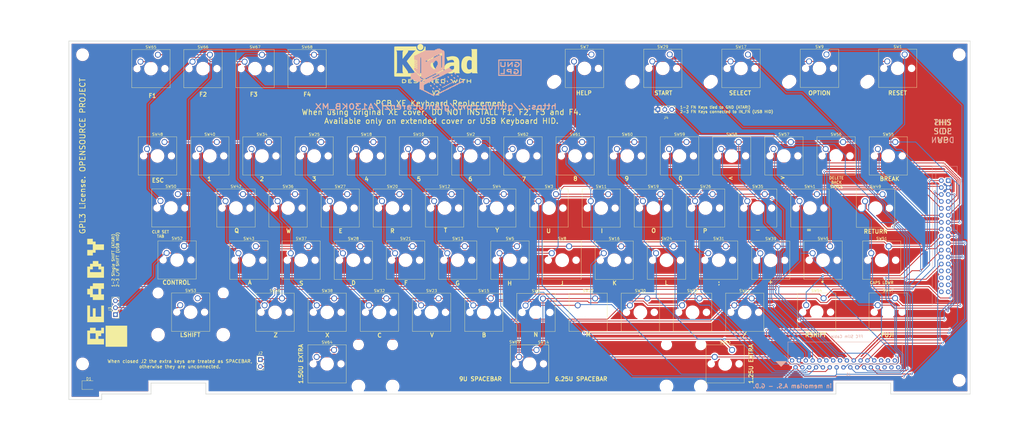
<source format=kicad_pcb>
(kicad_pcb (version 20171130) (host pcbnew 5.1.9+dfsg1-1~bpo10+1)
  (title_block (title "ATARI XE KEYBOARD PCB") (date 2021-02-07) (rev 2.0) (company "RetroBitLab Tech Guy") (comment 1 "A PCB KEYBOARD AS DROP IN REPLACEMENT") (comment 2 "FOR ANY ATARI XE LINE OF COMPUTER") (comment 3 "CHERRY MX BASED"))
  (layers (0 F.Cu mixed) (31 B.Cu signal) (34 B.Paste user) (35 F.Paste user) (36 B.SilkS user) (37 F.SilkS user) (38 B.Mask user) (39 F.Mask user) (44 Edge.Cuts user))
  (net 0 "")
  (net 1 GND)
  (net 2 +5V)
  (net 3 IN_6)
  (net 4 OUT_3)
  (net 5 OUT_5)
  (net 6 OUT_7)
  (net 7 IN_2)
  (net 8 IN_7)
  (net 9 IN_5)
  (net 10 IN_1)
  (net 11 OUT_6)
  (net 12 OUT_1)
  (net 13 OUT_4)
  (net 14 OUT_2)
  (net 15 IN_3)
  (net 16 IN_0)
  (net 17 OUT_0)
  (net 18 IN_4)
  (net 19 RSC)
  (net 20 START)
  (net 21 SELECT)
  (net 22 OPTION)
  (net 23 RESET)
  (net 24 "Net-(J1-Pad27)")
  (net 25 "Net-(J1-Pad28)")
  (net 26 "Net-(J1-Pad29)")
  (net 27 "Net-(J1-Pad30)")
  (net 28 "Net-(J1-Pad31)")
  (net 29 "Net-(J1-Pad32)")
  (net 30 "Net-(J2-Pad1)")
  (net 31 LSC)
  (net 32 "Net-(J3-Pad2)")
  (net 33 "Net-(J4-Pad2)")
  (net 34 OUT_FN)
  (net 35 ~LED)
  (net 36 "Net-(J5-Pad27)")
  (net 37 "Net-(J5-Pad28)")
  (net 38 "Net-(J5-Pad29)")
  (net 39 "Net-(J5-Pad30)")
  (net 40 "Net-(J5-Pad31)")
  (net 41 "Net-(J5-Pad32)")
  (net 42 "Net-(J5-Pad33)")
  (net 43 "Net-(J5-Pad34)")
  (module RetroBitLab:atari_800_XL_BW_25x25 (layer B.Cu) (at 181 96 180)
    (fp_text reference G*** hide)
    (fp_text value LOGO hide)
  )
  (module RetroBitLab:Symbol_GNU-GPL_SilkScreen_Small (layer B.Cu) (at 208 95 180)
    (fp_text reference GNUGPL hide)
    (fp_text value Symbol_GNU-GPL_CopperTop_Small hide)
  )
  (module Symbol:KiCad-Logo2_12mm_SilkScreen (layer F.Cu) (at 181 92)
    (fp_text reference REF** hide)
    (fp_text value KiCad-Logo2_12mm_SilkScreen hide)
  )
  (module RetroBitLab:atari_ready_14mm_rev (layer F.Cu) (at 61 177 90)
    (fp_text reference READY hide)
    (fp_text value LOGO hide)
  )
  (module RetroBitLab:SW_Cherry_MX1A_1.50u_ATARI_XE_PCB_3d (layer F.Cu) (at 266.34 89.89)
    (fp_text reference SW29 (at -2.54 -2.794) (layer F.SilkS))
    (fp_text value KS_START)
    (pad "" np_thru_hole oval (at -13.6 10 310) (size 3.5 4.5) (drill oval 3.5 4.5) (layers *.Cu *.Mask))
    (pad "" np_thru_hole circle (at 2.54 5.08) (size 1.7 1.7) (drill 1.7) (layers *.Cu *.Mask))
    (pad "" np_thru_hole circle (at -7.62 5.08) (size 1.7 1.7) (drill 1.7) (layers *.Cu *.Mask))
    (pad "" np_thru_hole circle (at -2.54 5.08) (size 4 4) (drill 4) (layers *.Cu *.Mask))
    (pad 2 thru_hole circle (at -6.35 2.54) (size 2.2 2.2) (drill 1.5) (layers *.Cu *.Mask) (net 33 "Net-(J4-Pad2)"))
    (pad 1 thru_hole circle (at 0 0) (size 2.2 2.2) (drill 1.5) (layers *.Cu *.Mask) (net 20 START))
  )
  (module RetroBitLab:SW_Cherry_MX1A_1.50u_ATARI_XE_PCB_3d (layer F.Cu) (at 294.89 89.92)
    (fp_text reference SW17 (at -2.54 -2.794) (layer F.SilkS))
    (fp_text value KS_SELECT)
    (pad "" np_thru_hole oval (at -13.6 10 310) (size 3.5 4.5) (drill oval 3.5 4.5) (layers *.Cu *.Mask))
    (pad "" np_thru_hole circle (at 2.54 5.08) (size 1.7 1.7) (drill 1.7) (layers *.Cu *.Mask))
    (pad "" np_thru_hole circle (at -7.62 5.08) (size 1.7 1.7) (drill 1.7) (layers *.Cu *.Mask))
    (pad "" np_thru_hole circle (at -2.54 5.08) (size 4 4) (drill 4) (layers *.Cu *.Mask))
    (pad 2 thru_hole circle (at -6.35 2.54) (size 2.2 2.2) (drill 1.5) (layers *.Cu *.Mask) (net 33 "Net-(J4-Pad2)"))
    (pad 1 thru_hole circle (at 0 0) (size 2.2 2.2) (drill 1.5) (layers *.Cu *.Mask) (net 21 SELECT))
  )
  (module RetroBitLab:SW_Cherry_MX1A_1.50u_ATARI_XE_PCB_3d (layer F.Cu) (at 323.54 89.89)
    (fp_text reference SW9 (at -2.54 -2.794) (layer F.SilkS))
    (fp_text value KS_OPTION)
    (pad "" np_thru_hole oval (at -13.6 10 310) (size 3.5 4.5) (drill oval 3.5 4.5) (layers *.Cu *.Mask))
    (pad "" np_thru_hole circle (at 2.54 5.08) (size 1.7 1.7) (drill 1.7) (layers *.Cu *.Mask))
    (pad "" np_thru_hole circle (at -7.62 5.08) (size 1.7 1.7) (drill 1.7) (layers *.Cu *.Mask))
    (pad "" np_thru_hole circle (at -2.54 5.08) (size 4 4) (drill 4) (layers *.Cu *.Mask))
    (pad 2 thru_hole circle (at -6.35 2.54) (size 2.2 2.2) (drill 1.5) (layers *.Cu *.Mask) (net 33 "Net-(J4-Pad2)"))
    (pad 1 thru_hole circle (at 0 0) (size 2.2 2.2) (drill 1.5) (layers *.Cu *.Mask) (net 22 OPTION))
  )
  (module RetroBitLab:SW_Cherry_MX1A_1.50u_ATARI_XE_PCB_3d (layer F.Cu) (at 237.75 89.92)
    (fp_text reference SW7 (at -2.54 -2.794) (layer F.SilkS))
    (fp_text value KS_HELP)
    (pad "" np_thru_hole oval (at -13.6 10 310) (size 3.5 4.5) (drill oval 3.5 4.5) (layers *.Cu *.Mask))
    (pad "" np_thru_hole circle (at 2.54 5.08) (size 1.7 1.7) (drill 1.7) (layers *.Cu *.Mask))
    (pad "" np_thru_hole circle (at -7.62 5.08) (size 1.7 1.7) (drill 1.7) (layers *.Cu *.Mask))
    (pad "" np_thru_hole circle (at -2.54 5.08) (size 4 4) (drill 4) (layers *.Cu *.Mask))
    (pad 2 thru_hole circle (at -6.35 2.54) (size 2.2 2.2) (drill 1.5) (layers *.Cu *.Mask) (net 3 IN_6))
    (pad 1 thru_hole circle (at 0 0) (size 2.2 2.2) (drill 1.5) (layers *.Cu *.Mask) (net 5 OUT_5))
  )
  (module RetroBitLab:SW_Cherry_MX1A_1.50u_ATARI_XE_PCB_3d (layer F.Cu) (at 352.09 89.89)
    (fp_text reference SW1 (at -2.54 -2.794) (layer F.SilkS))
    (fp_text value KS_RESET)
    (pad "" np_thru_hole oval (at -13.6 10 310) (size 3.5 4.5) (drill oval 3.5 4.5) (layers *.Cu *.Mask))
    (pad "" np_thru_hole circle (at 2.54 5.08) (size 1.7 1.7) (drill 1.7) (layers *.Cu *.Mask))
    (pad "" np_thru_hole circle (at -7.62 5.08) (size 1.7 1.7) (drill 1.7) (layers *.Cu *.Mask))
    (pad "" np_thru_hole circle (at -2.54 5.08) (size 4 4) (drill 4) (layers *.Cu *.Mask))
    (pad 2 thru_hole circle (at -6.35 2.54) (size 2.2 2.2) (drill 1.5) (layers *.Cu *.Mask) (net 33 "Net-(J4-Pad2)"))
    (pad 1 thru_hole circle (at 0 0) (size 2.2 2.2) (drill 1.5) (layers *.Cu *.Mask) (net 23 RESET))
  )
  (module RetroBitLab:SW_Cherry_MX1A_9u_PCB_3d (layer F.Cu) (at 217.7 197.9)
    (fp_text reference SW69 (at -7.95 -2.9) (layer F.SilkS))
    (fp_text value K_ATARI_SPACE_9U)
    (pad "" np_thru_hole circle (at 60 13.32) (size 4 4) (drill 4) (layers *.Cu *.Mask))
    (pad "" np_thru_hole circle (at 60 -1.92) (size 3.05 3.05) (drill 3.05) (layers *.Cu *.Mask))
    (pad "" np_thru_hole circle (at -65 -1.92) (size 3.05 3.05) (drill 3.05) (layers *.Cu *.Mask))
    (pad "" np_thru_hole circle (at -65 13.32) (size 4 4) (drill 4) (layers *.Cu *.Mask))
    (pad "" np_thru_hole circle (at 2.54 5.08) (size 1.7 1.7) (drill 1.7) (layers *.Cu *.Mask))
    (pad "" np_thru_hole circle (at -7.62 5.08) (size 1.7 1.7) (drill 1.7) (layers *.Cu *.Mask))
    (pad "" np_thru_hole circle (at -2.54 5.08) (size 4 4) (drill 4) (layers *.Cu *.Mask))
    (pad 2 thru_hole circle (at -6.35 2.54) (size 2.2 2.2) (drill 1.5) (layers *.Cu *.Mask) (net 3 IN_6))
    (pad 1 thru_hole circle (at 0 0) (size 2.2 2.2) (drill 1.5) (layers *.Cu *.Mask) (net 4 OUT_3))
  )
  (module RetroBitLab:MOLEX-FFC-1.25mm-RA-52044-3245 (layer B.Cu) (at 331 203)
    (fp_text reference J1 (at 0.5 3.75) (layer B.SilkS) (effects (justify mirror)))
    (fp_text value Conn_01x32)
    (pad 32 thru_hole circle (at 18.75 1.25) (size 1.6 1.6) (drill 0.85) (layers *.Cu *.Mask) (net 29 "Net-(J1-Pad32)"))
    (pad 31 thru_hole circle (at 17.5 -1.25) (size 1.6 1.6) (drill 0.85) (layers *.Cu *.Mask) (net 28 "Net-(J1-Pad31)"))
    (pad 30 thru_hole circle (at 16.25 1.25) (size 1.6 1.6) (drill 0.85) (layers *.Cu *.Mask) (net 27 "Net-(J1-Pad30)"))
    (pad 29 thru_hole circle (at 15 -1.25) (size 1.6 1.6) (drill 0.85) (layers *.Cu *.Mask) (net 26 "Net-(J1-Pad29)"))
    (pad 28 thru_hole circle (at 13.75 1.25) (size 1.6 1.6) (drill 0.85) (layers *.Cu *.Mask) (net 25 "Net-(J1-Pad28)"))
    (pad 27 thru_hole circle (at 12.5 -1.25) (size 1.6 1.6) (drill 0.85) (layers *.Cu *.Mask) (net 24 "Net-(J1-Pad27)"))
    (pad 26 thru_hole circle (at 11.25 1.25) (size 1.6 1.6) (drill 0.85) (layers *.Cu *.Mask) (net 34 OUT_FN))
    (pad 25 thru_hole circle (at 10 -1.25) (size 1.6 1.6) (drill 0.85) (layers *.Cu *.Mask) (net 31 LSC))
    (pad 24 thru_hole circle (at 8.75 1.25) (size 1.6 1.6) (drill 0.85) (layers *.Cu *.Mask) (net 23 RESET))
    (pad 23 thru_hole circle (at 7.5 -1.25) (size 1.6 1.6) (drill 0.85) (layers *.Cu *.Mask) (net 22 OPTION))
    (pad 22 thru_hole circle (at 6.25 1.25) (size 1.6 1.6) (drill 0.85) (layers *.Cu *.Mask) (net 21 SELECT))
    (pad 21 thru_hole circle (at 5 -1.25) (size 1.6 1.6) (drill 0.85) (layers *.Cu *.Mask) (net 20 START))
    (pad 20 thru_hole circle (at 3.75 1.25) (size 1.6 1.6) (drill 0.85) (layers *.Cu *.Mask) (net 19 RSC))
    (pad 19 thru_hole circle (at 2.5 -1.25) (size 1.6 1.6) (drill 0.85) (layers *.Cu *.Mask) (net 18 IN_4))
    (pad 18 thru_hole circle (at 1.25 1.25) (size 1.6 1.6) (drill 0.85) (layers *.Cu *.Mask) (net 17 OUT_0))
    (pad 17 thru_hole circle (at 0 -1.25) (size 1.6 1.6) (drill 0.85) (layers *.Cu *.Mask) (net 16 IN_0))
    (pad 16 thru_hole circle (at -1.25 1.25) (size 1.6 1.6) (drill 0.85) (layers *.Cu *.Mask) (net 15 IN_3))
    (pad 15 thru_hole circle (at -2.5 -1.25) (size 1.6 1.6) (drill 0.85) (layers *.Cu *.Mask) (net 14 OUT_2))
    (pad 14 thru_hole circle (at -3.75 1.25) (size 1.6 1.6) (drill 0.85) (layers *.Cu *.Mask) (net 13 OUT_4))
    (pad 13 thru_hole circle (at -5 -1.25) (size 1.6 1.6) (drill 0.85) (layers *.Cu *.Mask) (net 12 OUT_1))
    (pad 12 thru_hole circle (at -6.25 1.25) (size 1.6 1.6) (drill 0.85) (layers *.Cu *.Mask) (net 11 OUT_6))
    (pad 11 thru_hole circle (at -7.5 -1.25) (size 1.6 1.6) (drill 0.85) (layers *.Cu *.Mask) (net 10 IN_1))
    (pad 10 thru_hole circle (at -8.75 1.25) (size 1.6 1.6) (drill 0.85) (layers *.Cu *.Mask) (net 9 IN_5))
    (pad 9 thru_hole circle (at -10 -1.25) (size 1.6 1.6) (drill 0.85) (layers *.Cu *.Mask) (net 8 IN_7))
    (pad 8 thru_hole circle (at -11.25 1.25) (size 1.6 1.6) (drill 0.85) (layers *.Cu *.Mask) (net 7 IN_2))
    (pad 7 thru_hole circle (at -12.5 -1.25) (size 1.6 1.6) (drill 0.85) (layers *.Cu *.Mask) (net 6 OUT_7))
    (pad 6 thru_hole circle (at -13.75 1.25) (size 1.6 1.6) (drill 0.85) (layers *.Cu *.Mask) (net 5 OUT_5))
    (pad 5 thru_hole circle (at -15 -1.25) (size 1.6 1.6) (drill 0.85) (layers *.Cu *.Mask) (net 4 OUT_3))
    (pad 4 thru_hole circle (at -16.25 1.25) (size 1.6 1.6) (drill 0.85) (layers *.Cu *.Mask) (net 3 IN_6))
    (pad 3 thru_hole circle (at -17.5 -1.25) (size 1.6 1.6) (drill 0.85) (layers *.Cu *.Mask) (net 1 GND))
    (pad 2 thru_hole circle (at -18.75 1.25) (size 1.6 1.6) (drill 0.85) (layers *.Cu *.Mask) (net 35 ~LED))
    (pad 1 thru_hole circle (at -20 -1.25) (size 1.6 1.6) (drill 0.85) (layers *.Cu *.Mask) (net 2 +5V))
  )
  (module RetroBitLab:SW_Cherry_MX1A_2.25u_PCB_3d (layer F.Cu) (at 94 179)
    (fp_text reference SW53 (at -2.54 -2.794) (layer F.SilkS))
    (fp_text value K_LSHIFT)
    (pad "" np_thru_hole circle (at 9.36 -1.92) (size 3.05 3.05) (drill 3.05) (layers *.Cu *.Mask))
    (pad "" np_thru_hole circle (at -14.44 -1.92) (size 3.05 3.05) (drill 3.05) (layers *.Cu *.Mask))
    (pad "" np_thru_hole circle (at -14.44 13.32) (size 4 4) (drill 4) (layers *.Cu *.Mask))
    (pad "" np_thru_hole circle (at 9.36 13.32) (size 4 4) (drill 4) (layers *.Cu *.Mask))
    (pad "" np_thru_hole circle (at 2.54 5.08) (size 1.7 1.7) (drill 1.7) (layers *.Cu *.Mask))
    (pad "" np_thru_hole circle (at -7.62 5.08) (size 1.7 1.7) (drill 1.7) (layers *.Cu *.Mask))
    (pad "" np_thru_hole circle (at -2.54 5.08) (size 4 4) (drill 4) (layers *.Cu *.Mask))
    (pad 2 thru_hole circle (at -6.35 2.54) (size 2.2 2.2) (drill 1.5) (layers *.Cu *.Mask) (net 32 "Net-(J3-Pad2)"))
    (pad 1 thru_hole circle (at 0 0) (size 2.2 2.2) (drill 1.5) (layers *.Cu *.Mask) (net 5 OUT_5))
  )
  (module RetroBitLab:SW_Cherry_MX1A_1.00u_PCB_3d (layer F.Cu) (at 136.5 90)
    (fp_text reference SW68 (at -2.54 -2.794) (layer F.SilkS))
    (fp_text value K_F4)
    (pad "" np_thru_hole circle (at 2.54 5.08) (size 1.7 1.7) (drill 1.7) (layers *.Cu *.Mask))
    (pad "" np_thru_hole circle (at -7.62 5.08) (size 1.7 1.7) (drill 1.7) (layers *.Cu *.Mask))
    (pad "" np_thru_hole circle (at -2.54 5.08) (size 4 4) (drill 4) (layers *.Cu *.Mask))
    (pad 2 thru_hole circle (at -6.35 2.54) (size 2.2 2.2) (drill 1.5) (layers *.Cu *.Mask) (net 15 IN_3))
    (pad 1 thru_hole circle (at 0 0) (size 2.2 2.2) (drill 1.5) (layers *.Cu *.Mask) (net 5 OUT_5))
  )
  (module MountingHole:MountingHole_3.7mm (layer F.Cu) (at 52 90)
    (fp_text reference H1 hide)
    (fp_text value MountingHole)
    (pad 1 np_thru_hole circle (at 0 0) (size 3.7 3.7) (drill 3.7) (layers *.Cu *.Mask))
  )
  (module RetroBitLab:SW_Cherry_MX1A_1.00u_PCB_3d (layer F.Cu) (at 117.5 90)
    (fp_text reference SW67 (at -2.54 -2.794) (layer F.SilkS))
    (fp_text value K_F3)
    (pad "" np_thru_hole circle (at 2.54 5.08) (size 1.7 1.7) (drill 1.7) (layers *.Cu *.Mask))
    (pad "" np_thru_hole circle (at -7.62 5.08) (size 1.7 1.7) (drill 1.7) (layers *.Cu *.Mask))
    (pad "" np_thru_hole circle (at -2.54 5.08) (size 4 4) (drill 4) (layers *.Cu *.Mask))
    (pad 2 thru_hole circle (at -6.35 2.54) (size 2.2 2.2) (drill 1.5) (layers *.Cu *.Mask) (net 18 IN_4))
    (pad 1 thru_hole circle (at 0 0) (size 2.2 2.2) (drill 1.5) (layers *.Cu *.Mask) (net 5 OUT_5))
  )
  (module RetroBitLab:SW_Cherry_MX1A_1.00u_PCB_3d (layer F.Cu) (at 348.6 179)
    (fp_text reference SW47 (at -2.54 -2.794) (layer F.SilkS))
    (fp_text value K_ATARI)
    (pad "" np_thru_hole circle (at 2.54 5.08) (size 1.7 1.7) (drill 1.7) (layers *.Cu *.Mask))
    (pad "" np_thru_hole circle (at -7.62 5.08) (size 1.7 1.7) (drill 1.7) (layers *.Cu *.Mask))
    (pad "" np_thru_hole circle (at -2.54 5.08) (size 4 4) (drill 4) (layers *.Cu *.Mask))
    (pad 2 thru_hole circle (at -6.35 2.54) (size 2.2 2.2) (drill 1.5) (layers *.Cu *.Mask) (net 16 IN_0))
    (pad 1 thru_hole circle (at 0 0) (size 2.2 2.2) (drill 1.5) (layers *.Cu *.Mask) (net 4 OUT_3))
  )
  (module RetroBitLab:SW_Cherry_MX1A_1.00u_PCB_3d (layer F.Cu) (at 348.65 121.9)
    (fp_text reference SW55 (at -2.54 -2.794) (layer F.SilkS))
    (fp_text value K_BRK)
    (pad "" np_thru_hole circle (at 2.54 5.08) (size 1.7 1.7) (drill 1.7) (layers *.Cu *.Mask))
    (pad "" np_thru_hole circle (at -7.62 5.08) (size 1.7 1.7) (drill 1.7) (layers *.Cu *.Mask))
    (pad "" np_thru_hole circle (at -2.54 5.08) (size 4 4) (drill 4) (layers *.Cu *.Mask))
    (pad 2 thru_hole circle (at -6.35 2.54) (size 2.2 2.2) (drill 1.5) (layers *.Cu *.Mask) (net 19 RSC))
    (pad 1 thru_hole circle (at 0 0) (size 2.2 2.2) (drill 1.5) (layers *.Cu *.Mask) (net 12 OUT_1))
  )
  (module RetroBitLab:SW_Cherry_MX1A_1.00u_PCB_3d (layer F.Cu) (at 329.6 121.9)
    (fp_text reference SW56 (at -2.54 -2.794) (layer F.SilkS))
    (fp_text value K_DEL)
    (pad "" np_thru_hole circle (at 2.54 5.08) (size 1.7 1.7) (drill 1.7) (layers *.Cu *.Mask))
    (pad "" np_thru_hole circle (at -7.62 5.08) (size 1.7 1.7) (drill 1.7) (layers *.Cu *.Mask))
    (pad "" np_thru_hole circle (at -2.54 5.08) (size 4 4) (drill 4) (layers *.Cu *.Mask))
    (pad 2 thru_hole circle (at -6.35 2.54) (size 2.2 2.2) (drill 1.5) (layers *.Cu *.Mask) (net 15 IN_3))
    (pad 1 thru_hole circle (at 0 0) (size 2.2 2.2) (drill 1.5) (layers *.Cu *.Mask) (net 12 OUT_1))
  )
  (module RetroBitLab:SW_Cherry_MX1A_1.00u_PCB_3d (layer F.Cu) (at 310.55 121.9)
    (fp_text reference SW57 (at -2.54 -2.794) (layer F.SilkS))
    (fp_text value K_GT)
    (pad "" np_thru_hole circle (at 2.54 5.08) (size 1.7 1.7) (drill 1.7) (layers *.Cu *.Mask))
    (pad "" np_thru_hole circle (at -7.62 5.08) (size 1.7 1.7) (drill 1.7) (layers *.Cu *.Mask))
    (pad "" np_thru_hole circle (at -2.54 5.08) (size 4 4) (drill 4) (layers *.Cu *.Mask))
    (pad 2 thru_hole circle (at -6.35 2.54) (size 2.2 2.2) (drill 1.5) (layers *.Cu *.Mask) (net 16 IN_0))
    (pad 1 thru_hole circle (at 0 0) (size 2.2 2.2) (drill 1.5) (layers *.Cu *.Mask) (net 12 OUT_1))
  )
  (module RetroBitLab:SW_Cherry_MX1A_1.00u_PCB_3d (layer F.Cu) (at 291.5 121.9)
    (fp_text reference SW58 (at -2.54 -2.794) (layer F.SilkS))
    (fp_text value K_LT)
    (pad "" np_thru_hole circle (at 2.54 5.08) (size 1.7 1.7) (drill 1.7) (layers *.Cu *.Mask))
    (pad "" np_thru_hole circle (at -7.62 5.08) (size 1.7 1.7) (drill 1.7) (layers *.Cu *.Mask))
    (pad "" np_thru_hole circle (at -2.54 5.08) (size 4 4) (drill 4) (layers *.Cu *.Mask))
    (pad 2 thru_hole circle (at -6.35 2.54) (size 2.2 2.2) (drill 1.5) (layers *.Cu *.Mask) (net 10 IN_1))
    (pad 1 thru_hole circle (at 0 0) (size 2.2 2.2) (drill 1.5) (layers *.Cu *.Mask) (net 12 OUT_1))
  )
  (module RetroBitLab:SW_Cherry_MX1A_1.00u_PCB_3d (layer F.Cu) (at 272.45 121.9)
    (fp_text reference SW59 (at -2.54 -2.794) (layer F.SilkS))
    (fp_text value K_0)
    (pad "" np_thru_hole circle (at 2.54 5.08) (size 1.7 1.7) (drill 1.7) (layers *.Cu *.Mask))
    (pad "" np_thru_hole circle (at -7.62 5.08) (size 1.7 1.7) (drill 1.7) (layers *.Cu *.Mask))
    (pad "" np_thru_hole circle (at -2.54 5.08) (size 4 4) (drill 4) (layers *.Cu *.Mask))
    (pad 2 thru_hole circle (at -6.35 2.54) (size 2.2 2.2) (drill 1.5) (layers *.Cu *.Mask) (net 9 IN_5))
    (pad 1 thru_hole circle (at 0 0) (size 2.2 2.2) (drill 1.5) (layers *.Cu *.Mask) (net 12 OUT_1))
  )
  (module RetroBitLab:SW_Cherry_MX1A_1.00u_PCB_3d (layer F.Cu) (at 253.4 121.9)
    (fp_text reference SW60 (at -2.54 -2.794) (layer F.SilkS))
    (fp_text value K_9)
    (pad "" np_thru_hole circle (at 2.54 5.08) (size 1.7 1.7) (drill 1.7) (layers *.Cu *.Mask))
    (pad "" np_thru_hole circle (at -7.62 5.08) (size 1.7 1.7) (drill 1.7) (layers *.Cu *.Mask))
    (pad "" np_thru_hole circle (at -2.54 5.08) (size 4 4) (drill 4) (layers *.Cu *.Mask))
    (pad 2 thru_hole circle (at -6.35 2.54) (size 2.2 2.2) (drill 1.5) (layers *.Cu *.Mask) (net 8 IN_7))
    (pad 1 thru_hole circle (at 0 0) (size 2.2 2.2) (drill 1.5) (layers *.Cu *.Mask) (net 12 OUT_1))
  )
  (module RetroBitLab:SW_Cherry_MX1A_1.00u_PCB_3d (layer F.Cu) (at 234.35 121.9)
    (fp_text reference SW61 (at -2.54 -2.794) (layer F.SilkS))
    (fp_text value K_8)
    (pad "" np_thru_hole circle (at 2.54 5.08) (size 1.7 1.7) (drill 1.7) (layers *.Cu *.Mask))
    (pad "" np_thru_hole circle (at -7.62 5.08) (size 1.7 1.7) (drill 1.7) (layers *.Cu *.Mask))
    (pad "" np_thru_hole circle (at -2.54 5.08) (size 4 4) (drill 4) (layers *.Cu *.Mask))
    (pad 2 thru_hole circle (at -6.35 2.54) (size 2.2 2.2) (drill 1.5) (layers *.Cu *.Mask) (net 7 IN_2))
    (pad 1 thru_hole circle (at 0 0) (size 2.2 2.2) (drill 1.5) (layers *.Cu *.Mask) (net 12 OUT_1))
  )
  (module RetroBitLab:SW_Cherry_MX1A_1.00u_PCB_3d (layer F.Cu) (at 215.3 121.9)
    (fp_text reference SW62 (at -2.54 -2.794) (layer F.SilkS))
    (fp_text value K_7)
    (pad "" np_thru_hole circle (at 2.54 5.08) (size 1.7 1.7) (drill 1.7) (layers *.Cu *.Mask))
    (pad "" np_thru_hole circle (at -7.62 5.08) (size 1.7 1.7) (drill 1.7) (layers *.Cu *.Mask))
    (pad "" np_thru_hole circle (at -2.54 5.08) (size 4 4) (drill 4) (layers *.Cu *.Mask))
    (pad 2 thru_hole circle (at -6.35 2.54) (size 2.2 2.2) (drill 1.5) (layers *.Cu *.Mask) (net 18 IN_4))
    (pad 1 thru_hole circle (at 0 0) (size 2.2 2.2) (drill 1.5) (layers *.Cu *.Mask) (net 12 OUT_1))
  )
  (module RetroBitLab:SW_Cherry_MX1A_1.00u_PCB_3d (layer F.Cu) (at 98.5 90)
    (fp_text reference SW66 (at -2.54 -2.794) (layer F.SilkS))
    (fp_text value K_F2)
    (pad "" np_thru_hole circle (at 2.54 5.08) (size 1.7 1.7) (drill 1.7) (layers *.Cu *.Mask))
    (pad "" np_thru_hole circle (at -7.62 5.08) (size 1.7 1.7) (drill 1.7) (layers *.Cu *.Mask))
    (pad "" np_thru_hole circle (at -2.54 5.08) (size 4 4) (drill 4) (layers *.Cu *.Mask))
    (pad 2 thru_hole circle (at -6.35 2.54) (size 2.2 2.2) (drill 1.5) (layers *.Cu *.Mask) (net 15 IN_3))
    (pad 1 thru_hole circle (at 0 0) (size 2.2 2.2) (drill 1.5) (layers *.Cu *.Mask) (net 6 OUT_7))
  )
  (module RetroBitLab:SW_Cherry_MX1A_1.00u_PCB_3d (layer F.Cu) (at 277.2 179.05)
    (fp_text reference SW33 (at -2.54 -2.794) (layer F.SilkS))
    (fp_text value K_dot)
    (pad "" np_thru_hole circle (at 2.54 5.08) (size 1.7 1.7) (drill 1.7) (layers *.Cu *.Mask))
    (pad "" np_thru_hole circle (at -7.62 5.08) (size 1.7 1.7) (drill 1.7) (layers *.Cu *.Mask))
    (pad "" np_thru_hole circle (at -2.54 5.08) (size 4 4) (drill 4) (layers *.Cu *.Mask))
    (pad 2 thru_hole circle (at -6.35 2.54) (size 2.2 2.2) (drill 1.5) (layers *.Cu *.Mask) (net 9 IN_5))
    (pad 1 thru_hole circle (at 0 0) (size 2.2 2.2) (drill 1.5) (layers *.Cu *.Mask) (net 4 OUT_3))
  )
  (module RetroBitLab:SW_Cherry_MX1A_1.00u_PCB_3d (layer F.Cu) (at 81.9 121.9)
    (fp_text reference SW48 (at -2.54 -2.794) (layer F.SilkS))
    (fp_text value K_ESC)
    (pad "" np_thru_hole circle (at 2.54 5.08) (size 1.7 1.7) (drill 1.7) (layers *.Cu *.Mask))
    (pad "" np_thru_hole circle (at -7.62 5.08) (size 1.7 1.7) (drill 1.7) (layers *.Cu *.Mask))
    (pad "" np_thru_hole circle (at -2.54 5.08) (size 4 4) (drill 4) (layers *.Cu *.Mask))
    (pad 2 thru_hole circle (at -6.35 2.54) (size 2.2 2.2) (drill 1.5) (layers *.Cu *.Mask) (net 15 IN_3))
    (pad 1 thru_hole circle (at 0 0) (size 2.2 2.2) (drill 1.5) (layers *.Cu *.Mask) (net 13 OUT_4))
  )
  (module RetroBitLab:SW_Cherry_MX1A_1.00u_PCB_3d (layer F.Cu) (at 286.75 160)
    (fp_text reference SW31 (at -2.54 -2.794) (layer F.SilkS))
    (fp_text value K_comdot)
    (pad "" np_thru_hole circle (at 2.54 5.08) (size 1.7 1.7) (drill 1.7) (layers *.Cu *.Mask))
    (pad "" np_thru_hole circle (at -7.62 5.08) (size 1.7 1.7) (drill 1.7) (layers *.Cu *.Mask))
    (pad "" np_thru_hole circle (at -2.54 5.08) (size 4 4) (drill 4) (layers *.Cu *.Mask))
    (pad 2 thru_hole circle (at -6.35 2.54) (size 2.2 2.2) (drill 1.5) (layers *.Cu *.Mask) (net 9 IN_5))
    (pad 1 thru_hole circle (at 0 0) (size 2.2 2.2) (drill 1.5) (layers *.Cu *.Mask) (net 6 OUT_7))
  )
  (module RetroBitLab:SW_Cherry_MX1A_1.00u_PCB_3d (layer F.Cu) (at 129.55 140.95)
    (fp_text reference SW36 (at -2.54 -2.794) (layer F.SilkS))
    (fp_text value K_W)
    (pad "" np_thru_hole circle (at 2.54 5.08) (size 1.7 1.7) (drill 1.7) (layers *.Cu *.Mask))
    (pad "" np_thru_hole circle (at -7.62 5.08) (size 1.7 1.7) (drill 1.7) (layers *.Cu *.Mask))
    (pad "" np_thru_hole circle (at -2.54 5.08) (size 4 4) (drill 4) (layers *.Cu *.Mask))
    (pad 2 thru_hole circle (at -6.35 2.54) (size 2.2 2.2) (drill 1.5) (layers *.Cu *.Mask) (net 10 IN_1))
    (pad 1 thru_hole circle (at 0 0) (size 2.2 2.2) (drill 1.5) (layers *.Cu *.Mask) (net 14 OUT_2))
  )
  (module RetroBitLab:SW_Cherry_MX1A_1.00u_PCB_3d (layer F.Cu) (at 134.35 160)
    (fp_text reference SW37 (at -2.54 -2.794) (layer F.SilkS))
    (fp_text value K_S)
    (pad "" np_thru_hole circle (at 2.54 5.08) (size 1.7 1.7) (drill 1.7) (layers *.Cu *.Mask))
    (pad "" np_thru_hole circle (at -7.62 5.08) (size 1.7 1.7) (drill 1.7) (layers *.Cu *.Mask))
    (pad "" np_thru_hole circle (at -2.54 5.08) (size 4 4) (drill 4) (layers *.Cu *.Mask))
    (pad 2 thru_hole circle (at -6.35 2.54) (size 2.2 2.2) (drill 1.5) (layers *.Cu *.Mask) (net 10 IN_1))
    (pad 1 thru_hole circle (at 0 0) (size 2.2 2.2) (drill 1.5) (layers *.Cu *.Mask) (net 17 OUT_0))
  )
  (module RetroBitLab:SW_Cherry_MX1A_1.00u_PCB_3d (layer F.Cu) (at 143.85 179.05)
    (fp_text reference SW38 (at -2.54 -2.794) (layer F.SilkS))
    (fp_text value K_X)
    (pad "" np_thru_hole circle (at 2.54 5.08) (size 1.7 1.7) (drill 1.7) (layers *.Cu *.Mask))
    (pad "" np_thru_hole circle (at -7.62 5.08) (size 1.7 1.7) (drill 1.7) (layers *.Cu *.Mask))
    (pad "" np_thru_hole circle (at -2.54 5.08) (size 4 4) (drill 4) (layers *.Cu *.Mask))
    (pad 2 thru_hole circle (at -6.35 2.54) (size 2.2 2.2) (drill 1.5) (layers *.Cu *.Mask) (net 10 IN_1))
    (pad 1 thru_hole circle (at 0 0) (size 2.2 2.2) (drill 1.5) (layers *.Cu *.Mask) (net 5 OUT_5))
  )
  (module RetroBitLab:SW_Cherry_MX1A_1.00u_PCB_3d (layer F.Cu) (at 305.75 160.05)
    (fp_text reference SW39 (at -2.54 -2.794) (layer F.SilkS))
    (fp_text value K_plus)
    (pad "" np_thru_hole circle (at 2.54 5.08) (size 1.7 1.7) (drill 1.7) (layers *.Cu *.Mask))
    (pad "" np_thru_hole circle (at -7.62 5.08) (size 1.7 1.7) (drill 1.7) (layers *.Cu *.Mask))
    (pad "" np_thru_hole circle (at -2.54 5.08) (size 4 4) (drill 4) (layers *.Cu *.Mask))
    (pad 2 thru_hole circle (at -6.35 2.54) (size 2.2 2.2) (drill 1.5) (layers *.Cu *.Mask) (net 10 IN_1))
    (pad 1 thru_hole circle (at 0 0) (size 2.2 2.2) (drill 1.5) (layers *.Cu *.Mask) (net 6 OUT_7))
  )
  (module RetroBitLab:SW_Cherry_MX1A_1.00u_PCB_3d (layer F.Cu) (at 101 121.9)
    (fp_text reference SW40 (at -2.54 -2.794) (layer F.SilkS))
    (fp_text value K_1)
    (pad "" np_thru_hole circle (at 2.54 5.08) (size 1.7 1.7) (drill 1.7) (layers *.Cu *.Mask))
    (pad "" np_thru_hole circle (at -7.62 5.08) (size 1.7 1.7) (drill 1.7) (layers *.Cu *.Mask))
    (pad "" np_thru_hole circle (at -2.54 5.08) (size 4 4) (drill 4) (layers *.Cu *.Mask))
    (pad 2 thru_hole circle (at -6.35 2.54) (size 2.2 2.2) (drill 1.5) (layers *.Cu *.Mask) (net 16 IN_0))
    (pad 1 thru_hole circle (at 0 0) (size 2.2 2.2) (drill 1.5) (layers *.Cu *.Mask) (net 13 OUT_4))
  )
  (module RetroBitLab:SW_Cherry_MX1A_1.00u_PCB_3d (layer F.Cu) (at 320.05 140.95)
    (fp_text reference SW41 (at -2.54 -2.794) (layer F.SilkS))
    (fp_text value K_equal)
    (pad "" np_thru_hole circle (at 2.54 5.08) (size 1.7 1.7) (drill 1.7) (layers *.Cu *.Mask))
    (pad "" np_thru_hole circle (at -7.62 5.08) (size 1.7 1.7) (drill 1.7) (layers *.Cu *.Mask))
    (pad "" np_thru_hole circle (at -2.54 5.08) (size 4 4) (drill 4) (layers *.Cu *.Mask))
    (pad 2 thru_hole circle (at -6.35 2.54) (size 2.2 2.2) (drill 1.5) (layers *.Cu *.Mask) (net 16 IN_0))
    (pad 1 thru_hole circle (at 0 0) (size 2.2 2.2) (drill 1.5) (layers *.Cu *.Mask) (net 11 OUT_6))
  )
  (module RetroBitLab:SW_Cherry_MX1A_1.00u_PCB_3d (layer F.Cu) (at 110.55 140.95)
    (fp_text reference SW42 (at -2.54 -2.794) (layer F.SilkS))
    (fp_text value K_Q)
    (pad "" np_thru_hole circle (at 2.54 5.08) (size 1.7 1.7) (drill 1.7) (layers *.Cu *.Mask))
    (pad "" np_thru_hole circle (at -7.62 5.08) (size 1.7 1.7) (drill 1.7) (layers *.Cu *.Mask))
    (pad "" np_thru_hole circle (at -2.54 5.08) (size 4 4) (drill 4) (layers *.Cu *.Mask))
    (pad 2 thru_hole circle (at -6.35 2.54) (size 2.2 2.2) (drill 1.5) (layers *.Cu *.Mask) (net 16 IN_0))
    (pad 1 thru_hole circle (at 0 0) (size 2.2 2.2) (drill 1.5) (layers *.Cu *.Mask) (net 14 OUT_2))
  )
  (module RetroBitLab:SW_Cherry_MX1A_1.00u_PCB_3d (layer F.Cu) (at 115.25 160)
    (fp_text reference SW43 (at -2.54 -2.794) (layer F.SilkS))
    (fp_text value K_A)
    (pad "" np_thru_hole circle (at 2.54 5.08) (size 1.7 1.7) (drill 1.7) (layers *.Cu *.Mask))
    (pad "" np_thru_hole circle (at -7.62 5.08) (size 1.7 1.7) (drill 1.7) (layers *.Cu *.Mask))
    (pad "" np_thru_hole circle (at -2.54 5.08) (size 4 4) (drill 4) (layers *.Cu *.Mask))
    (pad 2 thru_hole circle (at -6.35 2.54) (size 2.2 2.2) (drill 1.5) (layers *.Cu *.Mask) (net 16 IN_0))
    (pad 1 thru_hole circle (at 0 0) (size 2.2 2.2) (drill 1.5) (layers *.Cu *.Mask) (net 17 OUT_0))
  )
  (module RetroBitLab:SW_Cherry_MX1A_1.00u_PCB_3d (layer F.Cu) (at 296.25 179.05)
    (fp_text reference SW44 (at -2.54 -2.794) (layer F.SilkS))
    (fp_text value K_slash)
    (pad "" np_thru_hole circle (at 2.54 5.08) (size 1.7 1.7) (drill 1.7) (layers *.Cu *.Mask))
    (pad "" np_thru_hole circle (at -7.62 5.08) (size 1.7 1.7) (drill 1.7) (layers *.Cu *.Mask))
    (pad "" np_thru_hole circle (at -2.54 5.08) (size 4 4) (drill 4) (layers *.Cu *.Mask))
    (pad 2 thru_hole circle (at -6.35 2.54) (size 2.2 2.2) (drill 1.5) (layers *.Cu *.Mask) (net 10 IN_1))
    (pad 1 thru_hole circle (at 0 0) (size 2.2 2.2) (drill 1.5) (layers *.Cu *.Mask) (net 4 OUT_3))
  )
  (module RetroBitLab:SW_Cherry_MX1A_1.00u_PCB_3d (layer F.Cu) (at 301 140.95)
    (fp_text reference SW35 (at -2.54 -2.794) (layer F.SilkS))
    (fp_text value K_minus)
    (pad "" np_thru_hole circle (at 2.54 5.08) (size 1.7 1.7) (drill 1.7) (layers *.Cu *.Mask))
    (pad "" np_thru_hole circle (at -7.62 5.08) (size 1.7 1.7) (drill 1.7) (layers *.Cu *.Mask))
    (pad "" np_thru_hole circle (at -2.54 5.08) (size 4 4) (drill 4) (layers *.Cu *.Mask))
    (pad 2 thru_hole circle (at -6.35 2.54) (size 2.2 2.2) (drill 1.5) (layers *.Cu *.Mask) (net 10 IN_1))
    (pad 1 thru_hole circle (at 0 0) (size 2.2 2.2) (drill 1.5) (layers *.Cu *.Mask) (net 11 OUT_6))
  )
  (module RetroBitLab:SW_Cherry_MX1A_1.00u_PCB_3d (layer F.Cu) (at 124.8 179.05)
    (fp_text reference SW46 (at -2.54 -2.794) (layer F.SilkS))
    (fp_text value K_Z)
    (pad "" np_thru_hole circle (at 2.54 5.08) (size 1.7 1.7) (drill 1.7) (layers *.Cu *.Mask))
    (pad "" np_thru_hole circle (at -7.62 5.08) (size 1.7 1.7) (drill 1.7) (layers *.Cu *.Mask))
    (pad "" np_thru_hole circle (at -2.54 5.08) (size 4 4) (drill 4) (layers *.Cu *.Mask))
    (pad 2 thru_hole circle (at -6.35 2.54) (size 2.2 2.2) (drill 1.5) (layers *.Cu *.Mask) (net 16 IN_0))
    (pad 1 thru_hole circle (at 0 0) (size 2.2 2.2) (drill 1.5) (layers *.Cu *.Mask) (net 5 OUT_5))
  )
  (module RetroBitLab:SW_Cherry_MX1A_1.00u_PCB_3d (layer F.Cu) (at 324.85 160)
    (fp_text reference SW45 (at -2.54 -2.794) (layer F.SilkS))
    (fp_text value K_asterisk)
    (pad "" np_thru_hole circle (at 2.54 5.08) (size 1.7 1.7) (drill 1.7) (layers *.Cu *.Mask))
    (pad "" np_thru_hole circle (at -7.62 5.08) (size 1.7 1.7) (drill 1.7) (layers *.Cu *.Mask))
    (pad "" np_thru_hole circle (at -2.54 5.08) (size 4 4) (drill 4) (layers *.Cu *.Mask))
    (pad 2 thru_hole circle (at -6.35 2.54) (size 2.2 2.2) (drill 1.5) (layers *.Cu *.Mask) (net 16 IN_0))
    (pad 1 thru_hole circle (at 0 0) (size 2.2 2.2) (drill 1.5) (layers *.Cu *.Mask) (net 6 OUT_7))
  )
  (module RetroBitLab:SW_Cherry_MX1A_1.00u_PCB_3d (layer F.Cu) (at 262.9 140.95)
    (fp_text reference SW19 (at -2.54 -2.794) (layer F.SilkS))
    (fp_text value K_O)
    (pad "" np_thru_hole circle (at 2.54 5.08) (size 1.7 1.7) (drill 1.7) (layers *.Cu *.Mask))
    (pad "" np_thru_hole circle (at -7.62 5.08) (size 1.7 1.7) (drill 1.7) (layers *.Cu *.Mask))
    (pad "" np_thru_hole circle (at -2.54 5.08) (size 4 4) (drill 4) (layers *.Cu *.Mask))
    (pad 2 thru_hole circle (at -6.35 2.54) (size 2.2 2.2) (drill 1.5) (layers *.Cu *.Mask) (net 8 IN_7))
    (pad 1 thru_hole circle (at 0 0) (size 2.2 2.2) (drill 1.5) (layers *.Cu *.Mask) (net 11 OUT_6))
  )
  (module RetroBitLab:SW_Cherry_MX1A_1.00u_PCB_3d (layer F.Cu) (at 172.45 160)
    (fp_text reference SW21 (at -2.54 -2.794) (layer F.SilkS))
    (fp_text value K_F)
    (pad "" np_thru_hole circle (at 2.54 5.08) (size 1.7 1.7) (drill 1.7) (layers *.Cu *.Mask))
    (pad "" np_thru_hole circle (at -7.62 5.08) (size 1.7 1.7) (drill 1.7) (layers *.Cu *.Mask))
    (pad "" np_thru_hole circle (at -2.54 5.08) (size 4 4) (drill 4) (layers *.Cu *.Mask))
    (pad 2 thru_hole circle (at -6.35 2.54) (size 2.2 2.2) (drill 1.5) (layers *.Cu *.Mask) (net 8 IN_7))
    (pad 1 thru_hole circle (at 0 0) (size 2.2 2.2) (drill 1.5) (layers *.Cu *.Mask) (net 17 OUT_0))
  )
  (module RetroBitLab:SW_Cherry_MX1A_1.00u_PCB_3d (layer F.Cu) (at 239.1 179.05)
    (fp_text reference SW22 (at -2.54 -2.794) (layer F.SilkS))
    (fp_text value K_M)
    (pad "" np_thru_hole circle (at 2.54 5.08) (size 1.7 1.7) (drill 1.7) (layers *.Cu *.Mask))
    (pad "" np_thru_hole circle (at -7.62 5.08) (size 1.7 1.7) (drill 1.7) (layers *.Cu *.Mask))
    (pad "" np_thru_hole circle (at -2.54 5.08) (size 4 4) (drill 4) (layers *.Cu *.Mask))
    (pad 2 thru_hole circle (at -6.35 2.54) (size 2.2 2.2) (drill 1.5) (layers *.Cu *.Mask) (net 7 IN_2))
    (pad 1 thru_hole circle (at 0 0) (size 2.2 2.2) (drill 1.5) (layers *.Cu *.Mask) (net 4 OUT_3))
  )
  (module RetroBitLab:SW_Cherry_MX1A_1.00u_PCB_3d (layer F.Cu) (at 181.95 179.05)
    (fp_text reference SW23 (at -2.54 -2.794) (layer F.SilkS))
    (fp_text value K_V)
    (pad "" np_thru_hole circle (at 2.54 5.08) (size 1.7 1.7) (drill 1.7) (layers *.Cu *.Mask))
    (pad "" np_thru_hole circle (at -7.62 5.08) (size 1.7 1.7) (drill 1.7) (layers *.Cu *.Mask))
    (pad "" np_thru_hole circle (at -2.54 5.08) (size 4 4) (drill 4) (layers *.Cu *.Mask))
    (pad 2 thru_hole circle (at -6.35 2.54) (size 2.2 2.2) (drill 1.5) (layers *.Cu *.Mask) (net 8 IN_7))
    (pad 1 thru_hole circle (at 0 0) (size 2.2 2.2) (drill 1.5) (layers *.Cu *.Mask) (net 5 OUT_5))
  )
  (module RetroBitLab:SW_Cherry_MX1A_1.00u_PCB_3d (layer F.Cu) (at 267.7 160)
    (fp_text reference SW24 (at -2.54 -2.794) (layer F.SilkS))
    (fp_text value K_L)
    (pad "" np_thru_hole circle (at 2.54 5.08) (size 1.7 1.7) (drill 1.7) (layers *.Cu *.Mask))
    (pad "" np_thru_hole circle (at -7.62 5.08) (size 1.7 1.7) (drill 1.7) (layers *.Cu *.Mask))
    (pad "" np_thru_hole circle (at -2.54 5.08) (size 4 4) (drill 4) (layers *.Cu *.Mask))
    (pad 2 thru_hole circle (at -6.35 2.54) (size 2.2 2.2) (drill 1.5) (layers *.Cu *.Mask) (net 8 IN_7))
    (pad 1 thru_hole circle (at 0 0) (size 2.2 2.2) (drill 1.5) (layers *.Cu *.Mask) (net 6 OUT_7))
  )
  (module RetroBitLab:SW_Cherry_MX1A_1.00u_PCB_3d (layer F.Cu) (at 139.1 121.92)
    (fp_text reference SW25 (at -2.54 -2.794) (layer F.SilkS))
    (fp_text value K_3)
    (pad "" np_thru_hole circle (at 2.54 5.08) (size 1.7 1.7) (drill 1.7) (layers *.Cu *.Mask))
    (pad "" np_thru_hole circle (at -7.62 5.08) (size 1.7 1.7) (drill 1.7) (layers *.Cu *.Mask))
    (pad "" np_thru_hole circle (at -2.54 5.08) (size 4 4) (drill 4) (layers *.Cu *.Mask))
    (pad 2 thru_hole circle (at -6.35 2.54) (size 2.2 2.2) (drill 1.5) (layers *.Cu *.Mask) (net 9 IN_5))
    (pad 1 thru_hole circle (at 0 0) (size 2.2 2.2) (drill 1.5) (layers *.Cu *.Mask) (net 13 OUT_4))
  )
  (module RetroBitLab:SW_Cherry_MX1A_1.00u_PCB_3d (layer F.Cu) (at 281.95 140.95)
    (fp_text reference SW26 (at -2.54 -2.794) (layer F.SilkS))
    (fp_text value K_P)
    (pad "" np_thru_hole circle (at 2.54 5.08) (size 1.7 1.7) (drill 1.7) (layers *.Cu *.Mask))
    (pad "" np_thru_hole circle (at -7.62 5.08) (size 1.7 1.7) (drill 1.7) (layers *.Cu *.Mask))
    (pad "" np_thru_hole circle (at -2.54 5.08) (size 4 4) (drill 4) (layers *.Cu *.Mask))
    (pad 2 thru_hole circle (at -6.35 2.54) (size 2.2 2.2) (drill 1.5) (layers *.Cu *.Mask) (net 9 IN_5))
    (pad 1 thru_hole circle (at 0 0) (size 2.2 2.2) (drill 1.5) (layers *.Cu *.Mask) (net 11 OUT_6))
  )
  (module RetroBitLab:SW_Cherry_MX1A_1.00u_PCB_3d (layer F.Cu) (at 148.6 140.95)
    (fp_text reference SW27 (at -2.54 -2.794) (layer F.SilkS))
    (fp_text value K_E)
    (pad "" np_thru_hole circle (at 2.54 5.08) (size 1.7 1.7) (drill 1.7) (layers *.Cu *.Mask))
    (pad "" np_thru_hole circle (at -7.62 5.08) (size 1.7 1.7) (drill 1.7) (layers *.Cu *.Mask))
    (pad "" np_thru_hole circle (at -2.54 5.08) (size 4 4) (drill 4) (layers *.Cu *.Mask))
    (pad 2 thru_hole circle (at -6.35 2.54) (size 2.2 2.2) (drill 1.5) (layers *.Cu *.Mask) (net 9 IN_5))
    (pad 1 thru_hole circle (at 0 0) (size 2.2 2.2) (drill 1.5) (layers *.Cu *.Mask) (net 14 OUT_2))
  )
  (module RetroBitLab:SW_Cherry_MX1A_1.00u_PCB_3d (layer F.Cu) (at 153.39 160.02)
    (fp_text reference SW28 (at -2.54 -2.794) (layer F.SilkS))
    (fp_text value K_D)
    (pad "" np_thru_hole circle (at 2.54 5.08) (size 1.7 1.7) (drill 1.7) (layers *.Cu *.Mask))
    (pad "" np_thru_hole circle (at -7.62 5.08) (size 1.7 1.7) (drill 1.7) (layers *.Cu *.Mask))
    (pad "" np_thru_hole circle (at -2.54 5.08) (size 4 4) (drill 4) (layers *.Cu *.Mask))
    (pad 2 thru_hole circle (at -6.35 2.54) (size 2.2 2.2) (drill 1.5) (layers *.Cu *.Mask) (net 9 IN_5))
    (pad 1 thru_hole circle (at 0 0) (size 2.2 2.2) (drill 1.5) (layers *.Cu *.Mask) (net 17 OUT_0))
  )
  (module RetroBitLab:SW_Cherry_MX1A_1.00u_PCB_3d (layer F.Cu) (at 258.15 179.05)
    (fp_text reference SW30 (at -2.54 -2.794) (layer F.SilkS))
    (fp_text value K_comma)
    (pad "" np_thru_hole circle (at 2.54 5.08) (size 1.7 1.7) (drill 1.7) (layers *.Cu *.Mask))
    (pad "" np_thru_hole circle (at -7.62 5.08) (size 1.7 1.7) (drill 1.7) (layers *.Cu *.Mask))
    (pad "" np_thru_hole circle (at -2.54 5.08) (size 4 4) (drill 4) (layers *.Cu *.Mask))
    (pad 2 thru_hole circle (at -6.35 2.54) (size 2.2 2.2) (drill 1.5) (layers *.Cu *.Mask) (net 8 IN_7))
    (pad 1 thru_hole circle (at 0 0) (size 2.2 2.2) (drill 1.5) (layers *.Cu *.Mask) (net 4 OUT_3))
  )
  (module RetroBitLab:SW_Cherry_MX1A_1.00u_PCB_3d (layer F.Cu) (at 162.9 179.05)
    (fp_text reference SW32 (at -2.54 -2.794) (layer F.SilkS))
    (fp_text value K_C)
    (pad "" np_thru_hole circle (at 2.54 5.08) (size 1.7 1.7) (drill 1.7) (layers *.Cu *.Mask))
    (pad "" np_thru_hole circle (at -7.62 5.08) (size 1.7 1.7) (drill 1.7) (layers *.Cu *.Mask))
    (pad "" np_thru_hole circle (at -2.54 5.08) (size 4 4) (drill 4) (layers *.Cu *.Mask))
    (pad 2 thru_hole circle (at -6.35 2.54) (size 2.2 2.2) (drill 1.5) (layers *.Cu *.Mask) (net 9 IN_5))
    (pad 1 thru_hole circle (at 0 0) (size 2.2 2.2) (drill 1.5) (layers *.Cu *.Mask) (net 5 OUT_5))
  )
  (module RetroBitLab:SW_Cherry_MX1A_1.00u_PCB_3d (layer F.Cu) (at 120.04 121.92)
    (fp_text reference SW34 (at -2.54 -2.794) (layer F.SilkS))
    (fp_text value K_2)
    (pad "" np_thru_hole circle (at 2.54 5.08) (size 1.7 1.7) (drill 1.7) (layers *.Cu *.Mask))
    (pad "" np_thru_hole circle (at -7.62 5.08) (size 1.7 1.7) (drill 1.7) (layers *.Cu *.Mask))
    (pad "" np_thru_hole circle (at -2.54 5.08) (size 4 4) (drill 4) (layers *.Cu *.Mask))
    (pad 2 thru_hole circle (at -6.35 2.54) (size 2.2 2.2) (drill 1.5) (layers *.Cu *.Mask) (net 10 IN_1))
    (pad 1 thru_hole circle (at 0 0) (size 2.2 2.2) (drill 1.5) (layers *.Cu *.Mask) (net 13 OUT_4))
  )
  (module RetroBitLab:SW_Cherry_MX1A_1.00u_PCB_3d (layer F.Cu) (at 167.65 140.95)
    (fp_text reference SW20 (at -2.54 -2.794) (layer F.SilkS))
    (fp_text value K_R)
    (pad "" np_thru_hole circle (at 2.54 5.08) (size 1.7 1.7) (drill 1.7) (layers *.Cu *.Mask))
    (pad "" np_thru_hole circle (at -7.62 5.08) (size 1.7 1.7) (drill 1.7) (layers *.Cu *.Mask))
    (pad "" np_thru_hole circle (at -2.54 5.08) (size 4 4) (drill 4) (layers *.Cu *.Mask))
    (pad 2 thru_hole circle (at -6.35 2.54) (size 2.2 2.2) (drill 1.5) (layers *.Cu *.Mask) (net 8 IN_7))
    (pad 1 thru_hole circle (at 0 0) (size 2.2 2.2) (drill 1.5) (layers *.Cu *.Mask) (net 14 OUT_2))
  )
  (module RetroBitLab:SW_Cherry_MX1A_1.00u_PCB_3d (layer F.Cu) (at 158.15 121.9)
    (fp_text reference SW18 (at -2.54 -2.794) (layer F.SilkS))
    (fp_text value K_4)
    (pad "" np_thru_hole circle (at 2.54 5.08) (size 1.7 1.7) (drill 1.7) (layers *.Cu *.Mask))
    (pad "" np_thru_hole circle (at -7.62 5.08) (size 1.7 1.7) (drill 1.7) (layers *.Cu *.Mask))
    (pad "" np_thru_hole circle (at -2.54 5.08) (size 4 4) (drill 4) (layers *.Cu *.Mask))
    (pad 2 thru_hole circle (at -6.35 2.54) (size 2.2 2.2) (drill 1.5) (layers *.Cu *.Mask) (net 8 IN_7))
    (pad 1 thru_hole circle (at 0 0) (size 2.2 2.2) (drill 1.5) (layers *.Cu *.Mask) (net 13 OUT_4))
  )
  (module RetroBitLab:SW_Cherry_MX1A_1.00u_PCB_3d (layer F.Cu) (at 248.62 160.02)
    (fp_text reference SW16 (at -2.54 -2.794) (layer F.SilkS))
    (fp_text value K_K)
    (pad "" np_thru_hole circle (at 2.54 5.08) (size 1.7 1.7) (drill 1.7) (layers *.Cu *.Mask))
    (pad "" np_thru_hole circle (at -7.62 5.08) (size 1.7 1.7) (drill 1.7) (layers *.Cu *.Mask))
    (pad "" np_thru_hole circle (at -2.54 5.08) (size 4 4) (drill 4) (layers *.Cu *.Mask))
    (pad 2 thru_hole circle (at -6.35 2.54) (size 2.2 2.2) (drill 1.5) (layers *.Cu *.Mask) (net 7 IN_2))
    (pad 1 thru_hole circle (at 0 0) (size 2.2 2.2) (drill 1.5) (layers *.Cu *.Mask) (net 6 OUT_7))
  )
  (module RetroBitLab:SW_Cherry_MX1A_1.00u_PCB_3d (layer F.Cu) (at 201 179.05)
    (fp_text reference SW15 (at -2.54 -2.794) (layer F.SilkS))
    (fp_text value K_B)
    (pad "" np_thru_hole circle (at 2.54 5.08) (size 1.7 1.7) (drill 1.7) (layers *.Cu *.Mask))
    (pad "" np_thru_hole circle (at -7.62 5.08) (size 1.7 1.7) (drill 1.7) (layers *.Cu *.Mask))
    (pad "" np_thru_hole circle (at -2.54 5.08) (size 4 4) (drill 4) (layers *.Cu *.Mask))
    (pad 2 thru_hole circle (at -6.35 2.54) (size 2.2 2.2) (drill 1.5) (layers *.Cu *.Mask) (net 7 IN_2))
    (pad 1 thru_hole circle (at 0 0) (size 2.2 2.2) (drill 1.5) (layers *.Cu *.Mask) (net 5 OUT_5))
  )
  (module RetroBitLab:SW_Cherry_MX1A_1.00u_PCB_3d (layer F.Cu) (at 191.5 160)
    (fp_text reference SW13 (at -2.54 -2.794) (layer F.SilkS))
    (fp_text value K_G)
    (pad "" np_thru_hole circle (at 2.54 5.08) (size 1.7 1.7) (drill 1.7) (layers *.Cu *.Mask))
    (pad "" np_thru_hole circle (at -7.62 5.08) (size 1.7 1.7) (drill 1.7) (layers *.Cu *.Mask))
    (pad "" np_thru_hole circle (at -2.54 5.08) (size 4 4) (drill 4) (layers *.Cu *.Mask))
    (pad 2 thru_hole circle (at -6.35 2.54) (size 2.2 2.2) (drill 1.5) (layers *.Cu *.Mask) (net 7 IN_2))
    (pad 1 thru_hole circle (at 0 0) (size 2.2 2.2) (drill 1.5) (layers *.Cu *.Mask) (net 17 OUT_0))
  )
  (module RetroBitLab:SW_Cherry_MX1A_1.00u_PCB_3d (layer F.Cu) (at 186.7 140.95)
    (fp_text reference SW12 (at -2.54 -2.794) (layer F.SilkS))
    (fp_text value K_T)
    (pad "" np_thru_hole circle (at 2.54 5.08) (size 1.7 1.7) (drill 1.7) (layers *.Cu *.Mask))
    (pad "" np_thru_hole circle (at -7.62 5.08) (size 1.7 1.7) (drill 1.7) (layers *.Cu *.Mask))
    (pad "" np_thru_hole circle (at -2.54 5.08) (size 4 4) (drill 4) (layers *.Cu *.Mask))
    (pad 2 thru_hole circle (at -6.35 2.54) (size 2.2 2.2) (drill 1.5) (layers *.Cu *.Mask) (net 7 IN_2))
    (pad 1 thru_hole circle (at 0 0) (size 2.2 2.2) (drill 1.5) (layers *.Cu *.Mask) (net 14 OUT_2))
  )
  (module RetroBitLab:SW_Cherry_MX1A_1.00u_PCB_3d (layer F.Cu) (at 243.87 140.97)
    (fp_text reference SW11 (at -2.54 -2.794) (layer F.SilkS))
    (fp_text value K_I)
    (pad "" np_thru_hole circle (at 2.54 5.08) (size 1.7 1.7) (drill 1.7) (layers *.Cu *.Mask))
    (pad "" np_thru_hole circle (at -7.62 5.08) (size 1.7 1.7) (drill 1.7) (layers *.Cu *.Mask))
    (pad "" np_thru_hole circle (at -2.54 5.08) (size 4 4) (drill 4) (layers *.Cu *.Mask))
    (pad 2 thru_hole circle (at -6.35 2.54) (size 2.2 2.2) (drill 1.5) (layers *.Cu *.Mask) (net 7 IN_2))
    (pad 1 thru_hole circle (at 0 0) (size 2.2 2.2) (drill 1.5) (layers *.Cu *.Mask) (net 11 OUT_6))
  )
  (module RetroBitLab:SW_Cherry_MX1A_1.00u_PCB_3d (layer F.Cu) (at 177.2 121.9)
    (fp_text reference SW10 (at -2.54 -2.794) (layer F.SilkS))
    (fp_text value K_5)
    (pad "" np_thru_hole circle (at 2.54 5.08) (size 1.7 1.7) (drill 1.7) (layers *.Cu *.Mask))
    (pad "" np_thru_hole circle (at -7.62 5.08) (size 1.7 1.7) (drill 1.7) (layers *.Cu *.Mask))
    (pad "" np_thru_hole circle (at -2.54 5.08) (size 4 4) (drill 4) (layers *.Cu *.Mask))
    (pad 2 thru_hole circle (at -6.35 2.54) (size 2.2 2.2) (drill 1.5) (layers *.Cu *.Mask) (net 7 IN_2))
    (pad 1 thru_hole circle (at 0 0) (size 2.2 2.2) (drill 1.5) (layers *.Cu *.Mask) (net 13 OUT_4))
  )
  (module RetroBitLab:SW_Cherry_MX1A_1.00u_PCB_3d (layer F.Cu) (at 229.6 160)
    (fp_text reference SW8 (at -2.54 -2.794) (layer F.SilkS))
    (fp_text value K_J)
    (pad "" np_thru_hole circle (at 2.54 5.08) (size 1.7 1.7) (drill 1.7) (layers *.Cu *.Mask))
    (pad "" np_thru_hole circle (at -7.62 5.08) (size 1.7 1.7) (drill 1.7) (layers *.Cu *.Mask))
    (pad "" np_thru_hole circle (at -2.54 5.08) (size 4 4) (drill 4) (layers *.Cu *.Mask))
    (pad 2 thru_hole circle (at -6.35 2.54) (size 2.2 2.2) (drill 1.5) (layers *.Cu *.Mask) (net 3 IN_6))
    (pad 1 thru_hole circle (at 0 0) (size 2.2 2.2) (drill 1.5) (layers *.Cu *.Mask) (net 6 OUT_7))
  )
  (module RetroBitLab:SW_Cherry_MX1A_1.00u_PCB_3d (layer F.Cu) (at 220.05 179.1)
    (fp_text reference SW6 (at -2.54 -2.794) (layer F.SilkS))
    (fp_text value K_N)
    (pad "" np_thru_hole circle (at 2.54 5.08) (size 1.7 1.7) (drill 1.7) (layers *.Cu *.Mask))
    (pad "" np_thru_hole circle (at -7.62 5.08) (size 1.7 1.7) (drill 1.7) (layers *.Cu *.Mask))
    (pad "" np_thru_hole circle (at -2.54 5.08) (size 4 4) (drill 4) (layers *.Cu *.Mask))
    (pad 2 thru_hole circle (at -6.35 2.54) (size 2.2 2.2) (drill 1.5) (layers *.Cu *.Mask) (net 18 IN_4))
    (pad 1 thru_hole circle (at 0 0) (size 2.2 2.2) (drill 1.5) (layers *.Cu *.Mask) (net 4 OUT_3))
  )
  (module RetroBitLab:SW_Cherry_MX1A_1.00u_PCB_3d (layer F.Cu) (at 210.55 160)
    (fp_text reference SW5 (at -2.54 -2.794) (layer F.SilkS))
    (fp_text value K_H)
    (pad "" np_thru_hole circle (at 2.54 5.08) (size 1.7 1.7) (drill 1.7) (layers *.Cu *.Mask))
    (pad "" np_thru_hole circle (at -7.62 5.08) (size 1.7 1.7) (drill 1.7) (layers *.Cu *.Mask))
    (pad "" np_thru_hole circle (at -2.54 5.08) (size 4 4) (drill 4) (layers *.Cu *.Mask))
    (pad 2 thru_hole circle (at -6.35 2.54) (size 2.2 2.2) (drill 1.5) (layers *.Cu *.Mask) (net 3 IN_6))
    (pad 1 thru_hole circle (at 0 0) (size 2.2 2.2) (drill 1.5) (layers *.Cu *.Mask) (net 17 OUT_0))
  )
  (module RetroBitLab:SW_Cherry_MX1A_1.00u_PCB_3d (layer F.Cu) (at 205.75 140.95)
    (fp_text reference SW4 (at -2.54 -2.794) (layer F.SilkS))
    (fp_text value K_Y)
    (pad "" np_thru_hole circle (at 2.54 5.08) (size 1.7 1.7) (drill 1.7) (layers *.Cu *.Mask))
    (pad "" np_thru_hole circle (at -7.62 5.08) (size 1.7 1.7) (drill 1.7) (layers *.Cu *.Mask))
    (pad "" np_thru_hole circle (at -2.54 5.08) (size 4 4) (drill 4) (layers *.Cu *.Mask))
    (pad 2 thru_hole circle (at -6.35 2.54) (size 2.2 2.2) (drill 1.5) (layers *.Cu *.Mask) (net 18 IN_4))
    (pad 1 thru_hole circle (at 0 0) (size 2.2 2.2) (drill 1.5) (layers *.Cu *.Mask) (net 14 OUT_2))
  )
  (module RetroBitLab:SW_Cherry_MX1A_1.00u_PCB_3d (layer F.Cu) (at 224.8 140.95)
    (fp_text reference SW3 (at -2.54 -2.794) (layer F.SilkS))
    (fp_text value K_U)
    (pad "" np_thru_hole circle (at 2.54 5.08) (size 1.7 1.7) (drill 1.7) (layers *.Cu *.Mask))
    (pad "" np_thru_hole circle (at -7.62 5.08) (size 1.7 1.7) (drill 1.7) (layers *.Cu *.Mask))
    (pad "" np_thru_hole circle (at -2.54 5.08) (size 4 4) (drill 4) (layers *.Cu *.Mask))
    (pad 2 thru_hole circle (at -6.35 2.54) (size 2.2 2.2) (drill 1.5) (layers *.Cu *.Mask) (net 18 IN_4))
    (pad 1 thru_hole circle (at 0 0) (size 2.2 2.2) (drill 1.5) (layers *.Cu *.Mask) (net 11 OUT_6))
  )
  (module RetroBitLab:SW_Cherry_MX1A_1.00u_PCB_3d (layer F.Cu) (at 79.5 90)
    (fp_text reference SW65 (at -2.54 -2.794) (layer F.SilkS))
    (fp_text value K_F1)
    (pad "" np_thru_hole circle (at 2.54 5.08) (size 1.7 1.7) (drill 1.7) (layers *.Cu *.Mask))
    (pad "" np_thru_hole circle (at -7.62 5.08) (size 1.7 1.7) (drill 1.7) (layers *.Cu *.Mask))
    (pad "" np_thru_hole circle (at -2.54 5.08) (size 4 4) (drill 4) (layers *.Cu *.Mask))
    (pad 2 thru_hole circle (at -6.35 2.54) (size 2.2 2.2) (drill 1.5) (layers *.Cu *.Mask) (net 18 IN_4))
    (pad 1 thru_hole circle (at 0 0) (size 2.2 2.2) (drill 1.5) (layers *.Cu *.Mask) (net 6 OUT_7))
  )
  (module RetroBitLab:SW_Cherry_MX1A_1.00u_PCB_3d (layer F.Cu) (at 196.25 121.9)
    (fp_text reference SW2 (at -2.54 -2.794) (layer F.SilkS))
    (fp_text value K_6)
    (pad "" np_thru_hole circle (at 2.54 5.08) (size 1.7 1.7) (drill 1.7) (layers *.Cu *.Mask))
    (pad "" np_thru_hole circle (at -7.62 5.08) (size 1.7 1.7) (drill 1.7) (layers *.Cu *.Mask))
    (pad "" np_thru_hole circle (at -2.54 5.08) (size 4 4) (drill 4) (layers *.Cu *.Mask))
    (pad 2 thru_hole circle (at -6.35 2.54) (size 2.2 2.2) (drill 1.5) (layers *.Cu *.Mask) (net 18 IN_4))
    (pad 1 thru_hole circle (at 0 0) (size 2.2 2.2) (drill 1.5) (layers *.Cu *.Mask) (net 13 OUT_4))
  )
  (module RetroBitLab:SW_Cherry_MX1A_1.25u_PCB_3d (layer F.Cu) (at 289.1 197.9)
    (fp_text reference SW63 (at -2.54 -2.794) (layer F.SilkS))
    (fp_text value K_SPACE_1)
    (pad "" np_thru_hole circle (at 2.54 5.08) (size 1.7 1.7) (drill 1.7) (layers *.Cu *.Mask))
    (pad "" np_thru_hole circle (at -7.62 5.08) (size 1.7 1.7) (drill 1.7) (layers *.Cu *.Mask))
    (pad "" np_thru_hole circle (at -2.54 5.08) (size 4 4) (drill 4) (layers *.Cu *.Mask))
    (pad 2 thru_hole circle (at -6.35 2.54) (size 2.2 2.2) (drill 1.5) (layers *.Cu *.Mask) (net 3 IN_6))
    (pad 1 thru_hole circle (at 0 0) (size 2.2 2.2) (drill 1.5) (layers *.Cu *.Mask) (net 30 "Net-(J2-Pad1)"))
  )
  (module RetroBitLab:SW_Cherry_MX1A_1.25u_PCB_3d (layer F.Cu) (at 346.25 160)
    (fp_text reference SW51 (at -2.54 -2.794) (layer F.SilkS))
    (fp_text value K_CAPS)
    (pad "" np_thru_hole circle (at 2.54 5.08) (size 1.7 1.7) (drill 1.7) (layers *.Cu *.Mask))
    (pad "" np_thru_hole circle (at -7.62 5.08) (size 1.7 1.7) (drill 1.7) (layers *.Cu *.Mask))
    (pad "" np_thru_hole circle (at -2.54 5.08) (size 4 4) (drill 4) (layers *.Cu *.Mask))
    (pad 2 thru_hole circle (at -6.35 2.54) (size 2.2 2.2) (drill 1.5) (layers *.Cu *.Mask) (net 15 IN_3))
    (pad 1 thru_hole circle (at 0 0) (size 2.2 2.2) (drill 1.5) (layers *.Cu *.Mask) (net 17 OUT_0))
  )
  (module RetroBitLab:SW_Cherry_MX1A_1.50u_PCB_3d (layer F.Cu) (at 86.79 140.92)
    (fp_text reference SW50 (at -2.54 -2.794) (layer F.SilkS))
    (fp_text value K_TAB)
    (pad "" np_thru_hole circle (at 2.54 5.08) (size 1.7 1.7) (drill 1.7) (layers *.Cu *.Mask))
    (pad "" np_thru_hole circle (at -7.62 5.08) (size 1.7 1.7) (drill 1.7) (layers *.Cu *.Mask))
    (pad "" np_thru_hole circle (at -2.54 5.08) (size 4 4) (drill 4) (layers *.Cu *.Mask))
    (pad 2 thru_hole circle (at -6.35 2.54) (size 2.2 2.2) (drill 1.5) (layers *.Cu *.Mask) (net 15 IN_3))
    (pad 1 thru_hole circle (at 0 0) (size 2.2 2.2) (drill 1.5) (layers *.Cu *.Mask) (net 14 OUT_2))
  )
  (module RetroBitLab:SW_Cherry_MX1A_1.50u_PCB_3d (layer F.Cu) (at 344 141)
    (fp_text reference SW49 (at -2.54 -2.794) (layer F.SilkS))
    (fp_text value K_RETURN)
    (pad "" np_thru_hole circle (at 2.54 5.08) (size 1.7 1.7) (drill 1.7) (layers *.Cu *.Mask))
    (pad "" np_thru_hole circle (at -7.62 5.08) (size 1.7 1.7) (drill 1.7) (layers *.Cu *.Mask))
    (pad "" np_thru_hole circle (at -2.54 5.08) (size 4 4) (drill 4) (layers *.Cu *.Mask))
    (pad 2 thru_hole circle (at -6.35 2.54) (size 2.2 2.2) (drill 1.5) (layers *.Cu *.Mask) (net 15 IN_3))
    (pad 1 thru_hole circle (at 0 0) (size 2.2 2.2) (drill 1.5) (layers *.Cu *.Mask) (net 11 OUT_6))
  )
  (module RetroBitLab:SW_Cherry_MX1A_1.75u_PCB_3d (layer F.Cu) (at 322.5 179)
    (fp_text reference SW54 (at -2.54 -2.794) (layer F.SilkS))
    (fp_text value K_RSHIFT)
    (pad "" np_thru_hole circle (at 2.54 5.08) (size 1.7 1.7) (drill 1.7) (layers *.Cu *.Mask))
    (pad "" np_thru_hole circle (at -7.62 5.08) (size 1.7 1.7) (drill 1.7) (layers *.Cu *.Mask))
    (pad "" np_thru_hole circle (at -2.54 5.08) (size 4 4) (drill 4) (layers *.Cu *.Mask))
    (pad 2 thru_hole circle (at -6.35 2.54) (size 2.2 2.2) (drill 1.5) (layers *.Cu *.Mask) (net 19 RSC))
    (pad 1 thru_hole circle (at 0 0) (size 2.2 2.2) (drill 1.5) (layers *.Cu *.Mask) (net 5 OUT_5))
  )
  (module RetroBitLab:SW_Cherry_MX1A_1.75u_PCB_3d (layer F.Cu) (at 89.04 159.92)
    (fp_text reference SW52 (at -2.54 -2.794) (layer F.SilkS))
    (fp_text value K_CTRL)
    (pad "" np_thru_hole circle (at 2.54 5.08) (size 1.7 1.7) (drill 1.7) (layers *.Cu *.Mask))
    (pad "" np_thru_hole circle (at -7.62 5.08) (size 1.7 1.7) (drill 1.7) (layers *.Cu *.Mask))
    (pad "" np_thru_hole circle (at -2.54 5.08) (size 4 4) (drill 4) (layers *.Cu *.Mask))
    (pad 2 thru_hole circle (at -6.35 2.54) (size 2.2 2.2) (drill 1.5) (layers *.Cu *.Mask) (net 19 RSC))
    (pad 1 thru_hole circle (at 0 0) (size 2.2 2.2) (drill 1.5) (layers *.Cu *.Mask) (net 6 OUT_7))
  )
  (module RetroBitLab:SW_Cherry_MX1A_6.25u_PCB_3d (layer F.Cu) (at 217.7 197.9)
    (fp_text reference SW14 (at 2.55 -2.794) (layer F.SilkS))
    (fp_text value K_SPACE)
    (pad "" np_thru_hole circle (at 47.46 -1.92) (size 3.05 3.05) (drill 3.05) (layers *.Cu *.Mask))
    (pad "" np_thru_hole circle (at -52.54 -1.92) (size 3.05 3.05) (drill 3.05) (layers *.Cu *.Mask))
    (pad "" np_thru_hole circle (at -52.54 13.32) (size 4 4) (drill 4) (layers *.Cu *.Mask))
    (pad "" np_thru_hole circle (at 47.46 13.32) (size 4 4) (drill 4) (layers *.Cu *.Mask))
    (pad "" np_thru_hole circle (at 2.54 5.08) (size 1.7 1.7) (drill 1.7) (layers *.Cu *.Mask))
    (pad "" np_thru_hole circle (at -7.62 5.08) (size 1.7 1.7) (drill 1.7) (layers *.Cu *.Mask))
    (pad "" np_thru_hole circle (at -2.54 5.08) (size 4 4) (drill 4) (layers *.Cu *.Mask))
    (pad 2 thru_hole circle (at -6.35 2.54) (size 2.2 2.2) (drill 1.5) (layers *.Cu *.Mask) (net 3 IN_6))
    (pad 1 thru_hole circle (at 0 0) (size 2.2 2.2) (drill 1.5) (layers *.Cu *.Mask) (net 4 OUT_3))
  )
  (module LED_SMD:LED_1210_3225Metric_Pad1.42x2.65mm_HandSolder (layer F.Cu) (at 54.2625 210.75)
    (fp_text reference D1 (at 0 -2.28) (layer F.SilkS))
    (fp_text value LED_Small)
    (pad 2 smd roundrect (at 1.4875 0) (size 1.425 2.65) (layers F.Cu F.Paste F.Mask) (roundrect_rratio 0.175439) (net 35 ~LED))
    (pad 1 smd roundrect (at -1.4875 0) (size 1.425 2.65) (layers F.Cu F.Paste F.Mask) (roundrect_rratio 0.175439) (net 1 GND))
  )
  (module Connector_PinHeader_2.54mm:PinHeader_1x02_P2.54mm_Vertical (layer F.Cu) (at 116.9 201.4)
    (fp_text reference J2 (at 0 -2.33) (layer F.SilkS))
    (fp_text value Conn_01x02_Male)
    (pad 2 thru_hole oval (at 0 2.54) (size 1.7 1.7) (drill 1) (layers *.Cu *.Mask) (net 4 OUT_3))
    (pad 1 thru_hole rect (at 0 0) (size 1.7 1.7) (drill 1) (layers *.Cu *.Mask) (net 30 "Net-(J2-Pad1)"))
  )
  (module MountingHole:MountingHole_3.7mm (layer F.Cu) (at 372 90)
    (fp_text reference H2 hide)
    (fp_text value MountingHole)
    (pad 1 np_thru_hole circle (at 0 0) (size 3.7 3.7) (drill 3.7) (layers *.Cu *.Mask))
  )
  (module MountingHole:MountingHole_3.7mm (layer F.Cu) (at 372 209)
    (fp_text reference H3 hide)
    (fp_text value MountingHole)
    (pad 1 np_thru_hole circle (at 0 0) (size 3.7 3.7) (drill 3.7) (layers *.Cu *.Mask))
  )
  (module MountingHole:MountingHole_3.7mm (layer F.Cu) (at 52 203)
    (fp_text reference H4 hide)
    (fp_text value MountingHole)
    (pad 1 np_thru_hole circle (at 0 0) (size 3.7 3.7) (drill 3.7) (layers *.Cu *.Mask))
  )
  (module RetroBitLab:SW_Cherry_MX1A_1.50u_PCB_3d (layer F.Cu) (at 143.8 197.9)
    (fp_text reference SW64 (at -2.54 -2.794) (layer F.SilkS))
    (fp_text value K_SPACE_2)
    (pad "" np_thru_hole circle (at 2.54 5.08) (size 1.7 1.7) (drill 1.7) (layers *.Cu *.Mask))
    (pad "" np_thru_hole circle (at -7.62 5.08) (size 1.7 1.7) (drill 1.7) (layers *.Cu *.Mask))
    (pad "" np_thru_hole circle (at -2.54 5.08) (size 4 4) (drill 4) (layers *.Cu *.Mask))
    (pad 2 thru_hole circle (at -6.35 2.54) (size 2.2 2.2) (drill 1.5) (layers *.Cu *.Mask) (net 3 IN_6))
    (pad 1 thru_hole circle (at 0 0) (size 2.2 2.2) (drill 1.5) (layers *.Cu *.Mask) (net 30 "Net-(J2-Pad1)"))
  )
  (module Connector_PinHeader_2.54mm:PinHeader_1x03_P2.54mm_Vertical (layer F.Cu) (at 64 185 180)
    (fp_text reference J3 (at 2 2 270) (layer F.SilkS))
    (fp_text value Conn_01x03_Male)
    (pad 3 thru_hole oval (at 0 5.08 180) (size 1.7 1.7) (drill 1) (layers *.Cu *.Mask) (net 31 LSC))
    (pad 2 thru_hole oval (at 0 2.54 180) (size 1.7 1.7) (drill 1) (layers *.Cu *.Mask) (net 32 "Net-(J3-Pad2)"))
    (pad 1 thru_hole rect (at 0 0 180) (size 1.7 1.7) (drill 1) (layers *.Cu *.Mask) (net 19 RSC))
  )
  (module Connector_PinHeader_2.54mm:PinHeader_1x03_P2.54mm_Vertical (layer F.Cu) (at 262 110 90)
    (fp_text reference J4 (at -3 3 180) (layer F.SilkS))
    (fp_text value Conn_01x03_Male)
    (pad 3 thru_hole oval (at 0 5.08 90) (size 1.7 1.7) (drill 1) (layers *.Cu *.Mask) (net 34 OUT_FN))
    (pad 2 thru_hole oval (at 0 2.54 90) (size 1.7 1.7) (drill 1) (layers *.Cu *.Mask) (net 33 "Net-(J4-Pad2)"))
    (pad 1 thru_hole rect (at 0 0 90) (size 1.7 1.7) (drill 1) (layers *.Cu *.Mask) (net 1 GND))
  )
  (module Connector_IDC:IDC-Header_2x17_P2.54mm_Vertical (layer B.Cu) (at 368 136 180)
    (fp_text reference J5 (at 1.27 6.1) (layer B.SilkS) (effects (justify mirror)))
    (fp_text value "34 pin ribbon keyboard cable")
    (pad 34 thru_hole circle (at 2.54 -40.64 180) (size 1.7 1.7) (drill 1) (layers *.Cu *.Mask) (net 43 "Net-(J5-Pad34)"))
    (pad 32 thru_hole circle (at 2.54 -38.1 180) (size 1.7 1.7) (drill 1) (layers *.Cu *.Mask) (net 41 "Net-(J5-Pad32)"))
    (pad 30 thru_hole circle (at 2.54 -35.56 180) (size 1.7 1.7) (drill 1) (layers *.Cu *.Mask) (net 39 "Net-(J5-Pad30)"))
    (pad 28 thru_hole circle (at 2.54 -33.02 180) (size 1.7 1.7) (drill 1) (layers *.Cu *.Mask) (net 37 "Net-(J5-Pad28)"))
    (pad 26 thru_hole circle (at 2.54 -30.48 180) (size 1.7 1.7) (drill 1) (layers *.Cu *.Mask) (net 34 OUT_FN))
    (pad 24 thru_hole circle (at 2.54 -27.94 180) (size 1.7 1.7) (drill 1) (layers *.Cu *.Mask) (net 23 RESET))
    (pad 22 thru_hole circle (at 2.54 -25.4 180) (size 1.7 1.7) (drill 1) (layers *.Cu *.Mask) (net 21 SELECT))
    (pad 20 thru_hole circle (at 2.54 -22.86 180) (size 1.7 1.7) (drill 1) (layers *.Cu *.Mask) (net 19 RSC))
    (pad 18 thru_hole circle (at 2.54 -20.32 180) (size 1.7 1.7) (drill 1) (layers *.Cu *.Mask) (net 17 OUT_0))
    (pad 16 thru_hole circle (at 2.54 -17.78 180) (size 1.7 1.7) (drill 1) (layers *.Cu *.Mask) (net 15 IN_3))
    (pad 14 thru_hole circle (at 2.54 -15.24 180) (size 1.7 1.7) (drill 1) (layers *.Cu *.Mask) (net 13 OUT_4))
    (pad 12 thru_hole circle (at 2.54 -12.7 180) (size 1.7 1.7) (drill 1) (layers *.Cu *.Mask) (net 11 OUT_6))
    (pad 10 thru_hole circle (at 2.54 -10.16 180) (size 1.7 1.7) (drill 1) (layers *.Cu *.Mask) (net 9 IN_5))
    (pad 8 thru_hole circle (at 2.54 -7.62 180) (size 1.7 1.7) (drill 1) (layers *.Cu *.Mask) (net 7 IN_2))
    (pad 6 thru_hole circle (at 2.54 -5.08 180) (size 1.7 1.7) (drill 1) (layers *.Cu *.Mask) (net 5 OUT_5))
    (pad 4 thru_hole circle (at 2.54 -2.54 180) (size 1.7 1.7) (drill 1) (layers *.Cu *.Mask) (net 3 IN_6))
    (pad 2 thru_hole circle (at 2.54 0 180) (size 1.7 1.7) (drill 1) (layers *.Cu *.Mask) (net 35 ~LED))
    (pad 33 thru_hole circle (at 0 -40.64 180) (size 1.7 1.7) (drill 1) (layers *.Cu *.Mask) (net 42 "Net-(J5-Pad33)"))
    (pad 31 thru_hole circle (at 0 -38.1 180) (size 1.7 1.7) (drill 1) (layers *.Cu *.Mask) (net 40 "Net-(J5-Pad31)"))
    (pad 29 thru_hole circle (at 0 -35.56 180) (size 1.7 1.7) (drill 1) (layers *.Cu *.Mask) (net 38 "Net-(J5-Pad29)"))
    (pad 27 thru_hole circle (at 0 -33.02 180) (size 1.7 1.7) (drill 1) (layers *.Cu *.Mask) (net 36 "Net-(J5-Pad27)"))
    (pad 25 thru_hole circle (at 0 -30.48 180) (size 1.7 1.7) (drill 1) (layers *.Cu *.Mask) (net 31 LSC))
    (pad 23 thru_hole circle (at 0 -27.94 180) (size 1.7 1.7) (drill 1) (layers *.Cu *.Mask) (net 22 OPTION))
    (pad 21 thru_hole circle (at 0 -25.4 180) (size 1.7 1.7) (drill 1) (layers *.Cu *.Mask) (net 20 START))
    (pad 19 thru_hole circle (at 0 -22.86 180) (size 1.7 1.7) (drill 1) (layers *.Cu *.Mask) (net 18 IN_4))
    (pad 17 thru_hole circle (at 0 -20.32 180) (size 1.7 1.7) (drill 1) (layers *.Cu *.Mask) (net 16 IN_0))
    (pad 15 thru_hole circle (at 0 -17.78 180) (size 1.7 1.7) (drill 1) (layers *.Cu *.Mask) (net 14 OUT_2))
    (pad 13 thru_hole circle (at 0 -15.24 180) (size 1.7 1.7) (drill 1) (layers *.Cu *.Mask) (net 12 OUT_1))
    (pad 11 thru_hole circle (at 0 -12.7 180) (size 1.7 1.7) (drill 1) (layers *.Cu *.Mask) (net 10 IN_1))
    (pad 9 thru_hole circle (at 0 -10.16 180) (size 1.7 1.7) (drill 1) (layers *.Cu *.Mask) (net 8 IN_7))
    (pad 7 thru_hole circle (at 0 -7.62 180) (size 1.7 1.7) (drill 1) (layers *.Cu *.Mask) (net 6 OUT_7))
    (pad 5 thru_hole circle (at 0 -5.08 180) (size 1.7 1.7) (drill 1) (layers *.Cu *.Mask) (net 4 OUT_3))
    (pad 3 thru_hole circle (at 0 -2.54 180) (size 1.7 1.7) (drill 1) (layers *.Cu *.Mask) (net 1 GND))
    (pad 1 thru_hole roundrect (at 0 0 180) (size 1.7 1.7) (drill 1) (layers *.Cu *.Mask) (roundrect_rratio 0.147059) (net 2 +5V))
  )
  (gr_text "GPL3 License. OPENSOURCE PROJECT" (at 52 127 90) (layer F.SilkS) (effects (font (size 2 2) (thickness 0.3))))
  (gr_text "FFC Slim Cable" (at 331 193) (layer B.SilkS) (effects (font (size 1 1)) (justify mirror)))
  (gr_text https://github.com/gianlucarenzi/A130KB_MX (at 181 109) (layer B.SilkS) (effects (font (size 2 2.5) (thickness 0.4)) (justify mirror)))
  (gr_text "9U SPACEBAR" (at 197.25 208.5) (layer F.SilkS) (effects (font (size 1.5 1.5) (thickness 0.3))))
  (gr_line (start 376 85) (end 376 214) (layer Edge.Cuts) (width 0.15))
  (gr_poly (pts (xy 307 204) (xy 305 202) (xy 309 202)) (layer B.SilkS) (width 0.1))
  (gr_text "1-2 FN Keys tied to GND (ATARI)\n2-3 FN Keys connected to IN_FN (USB HID)" (at 270 110) (layer F.SilkS) (effects (font (size 1 1) (thickness 0.2)) (justify left)))
  (gr_text "1-2 Single SHIFT (ATARI)\n2-3 L/R SHIFT (USB HID)" (at 64 175 90) (layer F.SilkS) (effects (font (size 1 1) (thickness 0.2)) (justify left)))
  (gr_text V2 (at 181 104) (layer F.SilkS) (effects (font (size 1.5 1.5) (thickness 0.3))))
  (gr_text "1.25U EXTRA" (at 296 203 90) (layer F.SilkS) (effects (font (size 1.5 1.5) (thickness 0.3))))
  (gr_text "1.50U EXTRA" (at 131.7 203 90) (layer F.SilkS) (effects (font (size 1.5 1.5) (thickness 0.3))))
  (gr_text "THIS\nSIDE\nDOWN" (at 366 118) (layer B.SilkS) (effects (font (size 2 2) (thickness 0.3)) (justify mirror)))
  (gr_text "THIS\nSIDE\nUP" (at 366 118) (layer F.SilkS) (effects (font (size 2 2) (thickness 0.3))))
  (gr_text "When closed J2 the extra keys are treated as SPACEBAR,\notherwise they are unconnected." (at 87.5 203) (layer F.SilkS) (effects (font (size 1.2 1.2) (thickness 0.2))))
  (gr_text "PCB XE Keyboard Replacement.\nWhen using original XE cover, DO NOT INSTALL F1, F2, F3 and F4.\nAvailable only on extended cover or USB Keyboard HID." (at 183 111) (layer F.SilkS) (effects (font (size 2 2) (thickness 0.3))))
  (gr_text RESET (at 349.5 104) (layer F.SilkS) (effects (font (size 1.5 1.5) (thickness 0.3))))
  (gr_text OPTION (at 321 104) (layer F.SilkS) (effects (font (size 1.5 1.5) (thickness 0.3))))
  (gr_text SELECT (at 292 104) (layer F.SilkS) (effects (font (size 1.5 1.5) (thickness 0.3))))
  (gr_text START (at 264 104) (layer F.SilkS) (effects (font (size 1.5 1.5) (thickness 0.3))))
  (gr_text HELP (at 235 104) (layer F.SilkS) (effects (font (size 1.5 1.5) (thickness 0.3))))
  (gr_text F4 (at 134 104.5) (layer F.SilkS) (effects (font (size 1.5 1.5) (thickness 0.3))))
  (gr_text F3 (at 114.5 104.5) (layer F.SilkS) (effects (font (size 1.5 1.5) (thickness 0.3))))
  (gr_text F2 (at 96 104.5) (layer F.SilkS) (effects (font (size 1.5 1.5) (thickness 0.3))))
  (gr_text F1 (at 77.5 105) (layer F.SilkS) (effects (font (size 1.5 1.5) (thickness 0.3))))
  (gr_text "in memoriam A.S. - G.D." (at 311.1 211.1) (layer B.SilkS) (effects (font (size 1.5 1.5) (thickness 0.3)) (justify mirror)))
  (gr_text "6.25U SPACEBAR" (at 234 208.5) (layer F.SilkS) (effects (font (size 1.5 1.5) (thickness 0.3))))
  (gr_text LSHIFT (at 91.3 192.4) (layer F.SilkS) (effects (font (size 1.5 1.5) (thickness 0.3))))
  (gr_text Z (at 122.5 192.45) (layer F.SilkS) (effects (font (size 1.5 1.5) (thickness 0.3))))
  (gr_text X (at 141.35 192.5) (layer F.SilkS) (effects (font (size 1.5 1.5) (thickness 0.3))))
  (gr_text C (at 160.4 192.55) (layer F.SilkS) (effects (font (size 1.5 1.5) (thickness 0.3))))
  (gr_text V (at 179.55 192.45) (layer F.SilkS) (effects (font (size 1.5 1.5) (thickness 0.3))))
  (gr_text B (at 198.55 192.45) (layer F.SilkS) (effects (font (size 1.5 1.5) (thickness 0.3))))
  (gr_text N (at 217.45 192.3) (layer F.SilkS) (effects (font (size 1.5 1.5) (thickness 0.3))))
  (gr_text M (at 236.6 192.3) (layer F.SilkS) (effects (font (size 1.5 1.5) (thickness 0.3))))
  (gr_text , (at 255.5 191.55) (layer F.SilkS) (effects (font (size 1.5 1.5) (thickness 0.3))))
  (gr_text . (at 274.75 191.5) (layer F.SilkS) (effects (font (size 1.5 1.5) (thickness 0.3))))
  (gr_text / (at 293.6 192.25) (layer F.SilkS) (effects (font (size 1.5 1.5) (thickness 0.3))))
  (gr_text RSHIFT (at 319.6 192.45) (layer F.SilkS) (effects (font (size 1.5 1.5) (thickness 0.3))))
  (gr_text FUJI (at 345.8 192.45) (layer F.SilkS) (effects (font (size 1.5 1.5) (thickness 0.3))))
  (gr_text "CAPS LOWR" (at 343.7 173.3) (layer F.SilkS) (effects (font (size 1 1) (thickness 0.2))))
  (gr_text * (at 322.1 173.45) (layer F.SilkS) (effects (font (size 1.5 1.5) (thickness 0.3))))
  (gr_text + (at 303.15 173) (layer F.SilkS) (effects (font (size 1.5 1.5) (thickness 0.3))))
  (gr_text ; (at 284.3 173.3) (layer F.SilkS) (effects (font (size 1.5 1.5) (thickness 0.3))))
  (gr_text L (at 265.15 173.4) (layer F.SilkS) (effects (font (size 1.5 1.5) (thickness 0.3))))
  (gr_text K (at 246.2 173.45) (layer F.SilkS) (effects (font (size 1.5 1.5) (thickness 0.3))))
  (gr_text J (at 226.95 173.55) (layer F.SilkS) (effects (font (size 1.5 1.5) (thickness 0.3))))
  (gr_text H (at 207.9 173.55) (layer F.SilkS) (effects (font (size 1.5 1.5) (thickness 0.3))))
  (gr_text G (at 188.9 173.5) (layer F.SilkS) (effects (font (size 1.5 1.5) (thickness 0.3))))
  (gr_text F (at 170.05 173.4) (layer F.SilkS) (effects (font (size 1.5 1.5) (thickness 0.3))))
  (gr_text D (at 150.9 173.4) (layer F.SilkS) (effects (font (size 1.5 1.5) (thickness 0.3))))
  (gr_text S (at 131.85 173.55) (layer F.SilkS) (effects (font (size 1.5 1.5) (thickness 0.3))))
  (gr_text A (at 113.05 173.25) (layer F.SilkS) (effects (font (size 1.5 1.5) (thickness 0.3))))
  (gr_text CONTROL (at 86.25 173.25) (layer F.SilkS) (effects (font (size 1.5 1.5) (thickness 0.3))))
  (gr_text "CLR SET\nTAB" (at 80.45 155.55) (layer F.SilkS) (effects (font (size 1 1) (thickness 0.2))))
  (gr_text Q (at 108.25 154.3) (layer F.SilkS) (effects (font (size 1.5 1.5) (thickness 0.3))))
  (gr_text W (at 127.2 154.4) (layer F.SilkS) (effects (font (size 1.5 1.5) (thickness 0.3))))
  (gr_text E (at 146.2 154.4) (layer F.SilkS) (effects (font (size 1.5 1.5) (thickness 0.3))))
  (gr_text R (at 165.1 154.4) (layer F.SilkS) (effects (font (size 1.5 1.5) (thickness 0.3))))
  (gr_text T (at 184.5 154.15) (layer F.SilkS) (effects (font (size 1.5 1.5) (thickness 0.3))))
  (gr_text Y (at 203.35 154.15) (layer F.SilkS) (effects (font (size 1.5 1.5) (thickness 0.3))))
  (gr_text U (at 222.1 154.4) (layer F.SilkS) (effects (font (size 1.5 1.5) (thickness 0.3))))
  (gr_text I (at 241.55 154.4) (layer F.SilkS) (effects (font (size 1.5 1.5) (thickness 0.3))))
  (gr_text O (at 260.45 154.3) (layer F.SilkS) (effects (font (size 1.5 1.5) (thickness 0.3))))
  (gr_text P (at 279.25 154.4) (layer F.SilkS) (effects (font (size 1.5 1.5) (thickness 0.3))))
  (gr_text - (at 298.5 154) (layer F.SilkS) (effects (font (size 1.5 1.5) (thickness 0.3))))
  (gr_text = (at 317.15 153.95) (layer F.SilkS) (effects (font (size 1.5 1.5) (thickness 0.3))))
  (gr_text RETURN (at 341.5 154.6) (layer F.SilkS) (effects (font (size 1.5 1.5) (thickness 0.3))))
  (gr_text BREAK (at 346.6 135.35) (layer F.SilkS) (effects (font (size 1.5 1.5) (thickness 0.3))))
  (gr_text "DELETE\nBACK\nSPACE" (at 327.2 136.65) (layer F.SilkS) (effects (font (size 1 1) (thickness 0.2))))
  (gr_text > (at 307.55 134.85) (layer F.SilkS) (effects (font (size 1.5 1.5) (thickness 0.3))))
  (gr_text < (at 288.6 135) (layer F.SilkS) (effects (font (size 1.5 1.5) (thickness 0.3))))
  (gr_text 0 (at 270.25 135.2) (layer F.SilkS) (effects (font (size 1.5 1.5) (thickness 0.3))))
  (gr_text 9 (at 250.65 135.3) (layer F.SilkS) (effects (font (size 1.5 1.5) (thickness 0.3))))
  (gr_text 8 (at 231.9 135.3) (layer F.SilkS) (effects (font (size 1.5 1.5) (thickness 0.3))))
  (gr_text 7 (at 213.1 135.5) (layer F.SilkS) (effects (font (size 1.5 1.5) (thickness 0.3))))
  (gr_text 6 (at 193.55 135.45) (layer F.SilkS) (effects (font (size 1.5 1.5) (thickness 0.3))))
  (gr_text 5 (at 174.75 135.45) (layer F.SilkS) (effects (font (size 1.5 1.5) (thickness 0.3))))
  (gr_text 4 (at 155.7 135.45) (layer F.SilkS) (effects (font (size 1.5 1.5) (thickness 0.3))))
  (gr_text 3 (at 136.55 135.4) (layer F.SilkS) (effects (font (size 1.5 1.5) (thickness 0.3))))
  (gr_text 2 (at 117.45 135.4) (layer F.SilkS) (effects (font (size 1.5 1.5) (thickness 0.3))))
  (gr_text 1 (at 98.25 135.4) (layer F.SilkS) (effects (font (size 1.5 1.5) (thickness 0.3))))
  (gr_text ESC (at 79.5 135.9) (layer F.SilkS) (effects (font (size 1.5 1.5) (thickness 0.3))))
  (gr_line (start 47 216) (end 47 85) (layer Edge.Cuts) (width 0.2))
  (gr_line (start 59 216) (end 47 216) (layer Edge.Cuts) (width 0.2))
  (gr_line (start 59 214) (end 59 216) (layer Edge.Cuts) (width 0.2))
  (gr_line (start 77 214) (end 59 214) (layer Edge.Cuts) (width 0.2))
  (gr_line (start 77 210) (end 77 214) (layer Edge.Cuts) (width 0.2))
  (gr_line (start 97 210) (end 77 210) (layer Edge.Cuts) (width 0.2))
  (gr_line (start 97 214) (end 97 210) (layer Edge.Cuts) (width 0.2))
  (gr_line (start 327 214) (end 97 214) (layer Edge.Cuts) (width 0.2))
  (gr_line (start 327 210) (end 327 214) (layer Edge.Cuts) (width 0.2))
  (gr_line (start 347 210) (end 327 210) (layer Edge.Cuts) (width 0.2))
  (gr_line (start 347 214) (end 347 210) (layer Edge.Cuts) (width 0.2))
  (gr_line (start 376 214) (end 347 214) (layer Edge.Cuts) (width 0.2))
  (gr_line (start 47 85) (end 376 85) (layer Edge.Cuts) (width 0.2))
  (segment (start 281.9223 143.2138) (end 278.6826 139.9742) (width 0.3) (layer B.Cu) (net 1))
  (segment (start 278.6826 139.9742) (end 278.6826 139.7022) (width 0.3) (layer B.Cu) (net 1))
  (segment (start 278.6826 139.7022) (end 272.5396 133.5592) (width 0.3) (layer B.Cu) (net 1))
  (segment (start 272.5396 133.5592) (end 272.5396 126.1297) (width 0.3) (layer B.Cu) (net 1))
  (segment (start 272.5396 126.1297) (end 262 115.5901) (width 0.3) (layer B.Cu) (net 1))
  (segment (start 262 115.5901) (end 262 110) (width 0.3) (layer B.Cu) (net 1))
  (segment (start 368 138.54) (end 369.311 137.229) (width 0.3) (layer F.Cu) (net 1))
  (segment (start 369.311 137.229) (end 369.311 135.0735) (width 0.3) (layer F.Cu) (net 1))
  (segment (start 369.311 135.0735) (end 368.9304 134.6929) (width 0.3) (layer F.Cu) (net 1))
  (segment (start 368.9304 134.6929) (end 290.0066 134.6929) (width 0.3) (layer F.Cu) (net 1))
  (segment (start 290.0066 134.6929) (end 287.6885 137.011) (width 0.3) (layer F.Cu) (net 1))
  (segment (start 281.9223 143.2138) (end 287.6885 137.4476) (width 0.3) (layer B.Cu) (net 1))
  (segment (start 287.6885 137.4476) (end 287.6885 137.011) (width 0.3) (layer B.Cu) (net 1))
  (segment (start 313.5 201.75) (end 313.5 201.3494) (width 0.3) (layer B.Cu) (net 1))
  (segment (start 313.5 201.3494) (end 301.2304 189.0798) (width 0.3) (layer B.Cu) (net 1))
  (segment (start 301.2304 189.0798) (end 291.3636 189.0798) (width 0.3) (layer B.Cu) (net 1))
  (segment (start 291.3636 189.0798) (end 287.5219 185.2381) (width 0.3) (layer B.Cu) (net 1))
  (segment (start 287.5219 185.2381) (end 287.3206 185.0368) (width 0.3) (layer B.Cu) (net 1))
  (segment (start 287.3206 185.0368) (end 287.3206 163.8948) (width 0.3) (layer B.Cu) (net 1))
  (segment (start 287.3206 163.8948) (end 282.0707 158.6449) (width 0.3) (layer B.Cu) (net 1))
  (segment (start 282.0707 158.6449) (end 282.0707 143.3623) (width 0.3) (layer B.Cu) (net 1))
  (segment (start 282.0707 143.3623) (end 281.9223 143.2138) (width 0.3) (layer B.Cu) (net 1))
  (segment (start 287.5219 185.2381) (end 282.0603 190.6997) (width 0.3) (layer F.Cu) (net 1))
  (segment (start 282.0603 190.6997) (end 119.9145 190.6997) (width 0.3) (layer F.Cu) (net 1))
  (segment (start 119.9145 190.6997) (end 103.7719 206.8423) (width 0.3) (layer F.Cu) (net 1))
  (segment (start 103.7719 206.8423) (end 56.6827 206.8423) (width 0.3) (layer F.Cu) (net 1))
  (segment (start 56.6827 206.8423) (end 52.775 210.75) (width 0.3) (layer F.Cu) (net 1))
  (via (at 287.5219 185.2381) (size 0.8) (layers F.Cu B.Cu) (net 1))
  (via (at 287.6885 137.011) (size 0.8) (layers F.Cu B.Cu) (net 1))
  (segment (start 368 136) (end 369.3104 137.3104) (width 0.3) (layer B.Cu) (net 2))
  (segment (start 369.3104 137.3104) (end 369.3104 153.7605) (width 0.3) (layer B.Cu) (net 2))
  (segment (start 369.3104 153.7605) (end 371.052 155.5021) (width 0.3) (layer B.Cu) (net 2))
  (segment (start 371.052 155.5021) (end 371.1769 155.5021) (width 0.3) (layer B.Cu) (net 2))
  (segment (start 371.1769 155.5021) (end 371.7258 156.051) (width 0.3) (layer B.Cu) (net 2))
  (segment (start 371.7258 156.051) (end 371.7258 161.7676) (width 0.3) (layer B.Cu) (net 2))
  (segment (start 371.7258 161.7676) (end 371.6674 161.826) (width 0.3) (layer B.Cu) (net 2))
  (segment (start 371.6674 161.826) (end 371.6674 165.7257) (width 0.3) (layer B.Cu) (net 2))
  (segment (start 371.6674 165.7257) (end 371.7753 165.8336) (width 0.3) (layer B.Cu) (net 2))
  (segment (start 371.7753 165.8336) (end 371.7753 180.2) (width 0.3) (layer B.Cu) (net 2))
  (segment (start 371.7753 180.2) (end 371.3612 180.6141) (width 0.3) (layer B.Cu) (net 2))
  (segment (start 371.3612 180.6141) (end 371.3612 187.7762) (width 0.3) (layer B.Cu) (net 2))
  (segment (start 371.3612 187.7762) (end 368.5476 190.5898) (width 0.3) (layer B.Cu) (net 2))
  (segment (start 368.5476 190.5898) (end 301.7057 190.5898) (width 0.3) (layer F.Cu) (net 2))
  (segment (start 301.7057 190.5898) (end 301.6218 190.6737) (width 0.3) (layer F.Cu) (net 2))
  (segment (start 301.6218 190.6737) (end 301.6218 192.3718) (width 0.3) (layer B.Cu) (net 2))
  (segment (start 301.6218 192.3718) (end 311 201.75) (width 0.3) (layer B.Cu) (net 2))
  (via (at 301.6218 190.6737) (size 0.8) (layers F.Cu B.Cu) (net 2))
  (via (at 368.5476 190.5898) (size 0.8) (layers F.Cu B.Cu) (net 2))
  (segment (start 365.46 138.54) (end 365.0359 138.1159) (width 0.3) (layer F.Cu) (net 3))
  (segment (start 365.0359 138.1159) (end 227.6598 138.1159) (width 0.3) (layer F.Cu) (net 3))
  (segment (start 227.6598 138.1159) (end 226.3761 139.3996) (width 0.3) (layer F.Cu) (net 3))
  (segment (start 226.3761 139.3996) (end 226.3761 142.1639) (width 0.3) (layer B.Cu) (net 3))
  (segment (start 226.3761 142.1639) (end 225.6133 142.9267) (width 0.3) (layer B.Cu) (net 3))
  (segment (start 225.6133 142.9267) (end 225.6133 160.1767) (width 0.3) (layer B.Cu) (net 3))
  (segment (start 225.6133 160.1767) (end 223.25 162.54) (width 0.3) (layer B.Cu) (net 3))
  (segment (start 231.4 92.46) (end 231.4571 92.5171) (width 0.3) (layer B.Cu) (net 3))
  (segment (start 231.4571 92.5171) (end 231.4571 117.221) (width 0.3) (layer B.Cu) (net 3))
  (segment (start 231.4571 117.221) (end 225.4289 123.2492) (width 0.3) (layer B.Cu) (net 3))
  (segment (start 225.4289 123.2492) (end 225.4289 138.4524) (width 0.3) (layer B.Cu) (net 3))
  (segment (start 225.4289 138.4524) (end 226.3761 139.3996) (width 0.3) (layer B.Cu) (net 3))
  (segment (start 314.75 204.25) (end 314.2317 204.25) (width 0.3) (layer F.Cu) (net 3))
  (segment (start 314.2317 204.25) (end 312.9597 202.978) (width 0.3) (layer F.Cu) (net 3))
  (segment (start 312.9597 202.978) (end 311.5404 202.978) (width 0.3) (layer F.Cu) (net 3))
  (segment (start 311.5404 202.978) (end 311.4551 203.0633) (width 0.3) (layer F.Cu) (net 3))
  (segment (start 311.4551 203.0633) (end 310.5369 203.0633) (width 0.3) (layer F.Cu) (net 3))
  (segment (start 310.5369 203.0633) (end 307.9136 200.44) (width 0.3) (layer F.Cu) (net 3))
  (segment (start 307.9136 200.44) (end 282.75 200.44) (width 0.3) (layer F.Cu) (net 3))
  (segment (start 211.35 200.44) (end 282.75 200.44) (width 0.3) (layer F.Cu) (net 3))
  (segment (start 137.45 200.44) (end 211.35 200.44) (width 0.3) (layer F.Cu) (net 3))
  (segment (start 204.2 162.54) (end 223.25 162.54) (width 0.3) (layer F.Cu) (net 3))
  (segment (start 211.35 200.44) (end 211.35 188.62) (width 0.3) (layer B.Cu) (net 3))
  (segment (start 211.35 188.62) (end 204.6569 181.9269) (width 0.3) (layer B.Cu) (net 3))
  (segment (start 204.6569 181.9269) (end 204.6569 162.9969) (width 0.3) (layer B.Cu) (net 3))
  (segment (start 204.6569 162.9969) (end 204.2 162.54) (width 0.3) (layer B.Cu) (net 3))
  (via (at 226.3761 139.3996) (size 0.8) (layers F.Cu B.Cu) (net 3))
  (segment (start 348.6 179) (end 351.3054 181.7054) (width 0.3) (layer F.Cu) (net 4))
  (segment (start 351.3054 181.7054) (end 372.3259 181.7054) (width 0.3) (layer F.Cu) (net 4))
  (segment (start 370.1607 141.08) (end 370.1607 153.6371) (width 0.3) (layer B.Cu) (net 4))
  (segment (start 370.1607 153.6371) (end 370.1608 153.6371) (width 0.3) (layer B.Cu) (net 4))
  (segment (start 370.1608 153.6371) (end 372.3288 155.8051) (width 0.3) (layer B.Cu) (net 4))
  (segment (start 372.3288 155.8051) (end 372.3288 162.0135) (width 0.3) (layer B.Cu) (net 4))
  (segment (start 372.3288 162.0135) (end 372.2677 162.0746) (width 0.3) (layer B.Cu) (net 4))
  (segment (start 372.2677 162.0746) (end 372.2677 165.4771) (width 0.3) (layer B.Cu) (net 4))
  (segment (start 372.2677 165.4771) (end 372.3899 165.5993) (width 0.3) (layer B.Cu) (net 4))
  (segment (start 372.3899 165.5993) (end 372.3899 181.6414) (width 0.3) (layer B.Cu) (net 4))
  (segment (start 372.3899 181.6414) (end 372.3259 181.7054) (width 0.3) (layer B.Cu) (net 4))
  (segment (start 368 141.08) (end 370.1607 141.08) (width 0.3) (layer F.Cu) (net 4))
  (segment (start 116.9 203.94) (end 118.2003 203.94) (width 0.3) (layer F.Cu) (net 4))
  (segment (start 118.2003 203.94) (end 123.2837 198.8566) (width 0.3) (layer F.Cu) (net 4))
  (segment (start 123.2837 198.8566) (end 138.4066 198.8566) (width 0.3) (layer F.Cu) (net 4))
  (segment (start 138.4066 198.8566) (end 139.0025 199.4525) (width 0.3) (layer F.Cu) (net 4))
  (segment (start 139.0025 199.4525) (end 208.2021 199.4525) (width 0.3) (layer F.Cu) (net 4))
  (segment (start 208.2021 199.4525) (end 209.7546 197.9) (width 0.3) (layer F.Cu) (net 4))
  (segment (start 209.7546 197.9) (end 217.7 197.9) (width 0.3) (layer F.Cu) (net 4))
  (segment (start 296.25 179.05) (end 319.9073 179.05) (width 0.3) (layer F.Cu) (net 4))
  (segment (start 319.9073 179.05) (end 321.4107 180.5534) (width 0.3) (layer F.Cu) (net 4))
  (segment (start 321.4107 180.5534) (end 323.6658 180.5534) (width 0.3) (layer F.Cu) (net 4))
  (segment (start 323.6658 180.5534) (end 325.2192 179) (width 0.3) (layer F.Cu) (net 4))
  (segment (start 325.2192 179) (end 348.6 179) (width 0.3) (layer F.Cu) (net 4))
  (segment (start 296.25 179.05) (end 316 198.8) (width 0.3) (layer B.Cu) (net 4))
  (segment (start 316 198.8) (end 316 201.75) (width 0.3) (layer B.Cu) (net 4))
  (segment (start 296.25 179.05) (end 277.2 179.05) (width 0.3) (layer F.Cu) (net 4))
  (segment (start 258.15 179.05) (end 277.2 179.05) (width 0.3) (layer F.Cu) (net 4))
  (segment (start 239.1 179.05) (end 258.15 179.05) (width 0.3) (layer F.Cu) (net 4))
  (segment (start 220.05 179.1) (end 239.05 179.1) (width 0.3) (layer F.Cu) (net 4))
  (segment (start 239.05 179.1) (end 239.1 179.05) (width 0.3) (layer F.Cu) (net 4))
  (segment (start 217.7 197.9) (end 220.05 195.55) (width 0.3) (layer B.Cu) (net 4))
  (segment (start 220.05 195.55) (end 220.05 179.1) (width 0.3) (layer B.Cu) (net 4))
  (via (at 372.3259 181.7054) (size 0.8) (layers F.Cu B.Cu) (net 4))
  (via (at 370.1607 141.08) (size 0.8) (layers F.Cu B.Cu) (net 4))
  (segment (start 365.46 141.08) (end 364.1238 141.08) (width 0.3) (layer F.Cu) (net 5))
  (segment (start 364.1238 141.08) (end 363.0987 140.0549) (width 0.3) (layer F.Cu) (net 5))
  (segment (start 354.8083 175.6258) (end 363.0987 167.3354) (width 0.3) (layer B.Cu) (net 5))
  (segment (start 363.0987 167.3354) (end 363.0987 140.0549) (width 0.3) (layer B.Cu) (net 5))
  (segment (start 354.8083 175.6258) (end 325.8742 175.6258) (width 0.3) (layer F.Cu) (net 5))
  (segment (start 325.8742 175.6258) (end 322.5 179) (width 0.3) (layer F.Cu) (net 5))
  (segment (start 275.6021 177.4782) (end 320.9782 177.4782) (width 0.3) (layer F.Cu) (net 5))
  (segment (start 320.9782 177.4782) (end 322.5 179) (width 0.3) (layer F.Cu) (net 5))
  (segment (start 317.25 204.25) (end 316.6795 204.25) (width 0.3) (layer B.Cu) (net 5))
  (segment (start 316.6795 204.25) (end 315.3743 205.5552) (width 0.3) (layer B.Cu) (net 5))
  (segment (start 315.3743 205.5552) (end 304.7994 205.5552) (width 0.3) (layer B.Cu) (net 5))
  (segment (start 304.7994 205.5552) (end 280.7913 181.5471) (width 0.3) (layer B.Cu) (net 5))
  (segment (start 280.7913 181.5471) (end 277.4878 181.5471) (width 0.3) (layer B.Cu) (net 5))
  (segment (start 277.4878 181.5471) (end 275.6021 179.6614) (width 0.3) (layer B.Cu) (net 5))
  (segment (start 275.6021 179.6614) (end 275.6021 177.6692) (width 0.3) (layer B.Cu) (net 5))
  (segment (start 201 179.05) (end 202.5718 177.4782) (width 0.3) (layer F.Cu) (net 5))
  (segment (start 202.5718 177.4782) (end 275.6021 177.4782) (width 0.3) (layer F.Cu) (net 5))
  (segment (start 275.6021 177.4782) (end 275.6021 177.6692) (width 0.3) (layer F.Cu) (net 5))
  (segment (start 117.5 90) (end 111.4911 90) (width 0.3) (layer B.Cu) (net 5))
  (segment (start 111.4911 90) (end 108.5601 92.931) (width 0.3) (layer B.Cu) (net 5))
  (segment (start 108.5601 92.931) (end 108.5601 135.4162) (width 0.3) (layer B.Cu) (net 5))
  (segment (start 108.5601 135.4162) (end 124.8 151.6561) (width 0.3) (layer B.Cu) (net 5))
  (segment (start 124.8 151.6561) (end 124.8 179.05) (width 0.3) (layer B.Cu) (net 5))
  (segment (start 181.95 179.05) (end 201 179.05) (width 0.3) (layer F.Cu) (net 5))
  (segment (start 237.75 89.92) (end 136.58 89.92) (width 0.3) (layer F.Cu) (net 5))
  (segment (start 136.58 89.92) (end 136.5 90) (width 0.3) (layer F.Cu) (net 5))
  (segment (start 117.5 90) (end 136.5 90) (width 0.3) (layer F.Cu) (net 5))
  (segment (start 124.8 179.05) (end 124.7194 179.1306) (width 0.3) (layer F.Cu) (net 5))
  (segment (start 124.7194 179.1306) (end 94.1306 179.1306) (width 0.3) (layer F.Cu) (net 5))
  (segment (start 94.1306 179.1306) (end 94 179) (width 0.3) (layer F.Cu) (net 5))
  (segment (start 143.85 179.05) (end 124.8 179.05) (width 0.3) (layer F.Cu) (net 5))
  (segment (start 162.9 179.05) (end 143.85 179.05) (width 0.3) (layer F.Cu) (net 5))
  (segment (start 181.95 179.05) (end 162.9 179.05) (width 0.3) (layer F.Cu) (net 5))
  (via (at 354.8083 175.6258) (size 0.8) (layers F.Cu B.Cu) (net 5))
  (via (at 363.0987 140.0549) (size 0.8) (layers F.Cu B.Cu) (net 5))
  (via (at 275.6021 177.6692) (size 0.8) (layers F.Cu B.Cu) (net 5))
  (segment (start 322.8099 132.7252) (end 367.8706 132.7252) (width 0.3) (layer F.Cu) (net 6))
  (segment (start 367.8706 132.7252) (end 371.011 135.8656) (width 0.3) (layer F.Cu) (net 6))
  (segment (start 371.011 135.8656) (end 371.011 141.4858) (width 0.3) (layer F.Cu) (net 6))
  (segment (start 371.011 141.4858) (end 368.8768 143.62) (width 0.3) (layer F.Cu) (net 6))
  (segment (start 368.8768 143.62) (end 368 143.62) (width 0.3) (layer F.Cu) (net 6))
  (segment (start 305.75 160.05) (end 305.75 170.8026) (width 0.3) (layer B.Cu) (net 6))
  (segment (start 305.75 170.8026) (end 302.8803 173.6723) (width 0.3) (layer B.Cu) (net 6))
  (segment (start 302.8803 173.6723) (end 302.8803 182.6029) (width 0.3) (layer B.Cu) (net 6))
  (segment (start 302.8803 182.6029) (end 318.5 198.2226) (width 0.3) (layer B.Cu) (net 6))
  (segment (start 318.5 198.2226) (end 318.5 201.75) (width 0.3) (layer B.Cu) (net 6))
  (segment (start 324.85 160) (end 324.85 146.4289) (width 0.3) (layer B.Cu) (net 6))
  (segment (start 324.85 146.4289) (end 322.8099 144.3888) (width 0.3) (layer B.Cu) (net 6))
  (segment (start 322.8099 144.3888) (end 322.8099 132.7252) (width 0.3) (layer B.Cu) (net 6))
  (segment (start 89.04 159.92) (end 111.3628 159.92) (width 0.3) (layer F.Cu) (net 6))
  (segment (start 111.3628 159.92) (end 112.9961 161.5533) (width 0.3) (layer F.Cu) (net 6))
  (segment (start 112.9961 161.5533) (end 116.2367 161.5533) (width 0.3) (layer F.Cu) (net 6))
  (segment (start 116.2367 161.5533) (end 116.8334 160.9566) (width 0.3) (layer F.Cu) (net 6))
  (segment (start 116.8334 160.9566) (end 131.5194 160.9566) (width 0.3) (layer F.Cu) (net 6))
  (segment (start 131.5194 160.9566) (end 132.1135 161.5507) (width 0.3) (layer F.Cu) (net 6))
  (segment (start 132.1135 161.5507) (end 135.3593 161.5507) (width 0.3) (layer F.Cu) (net 6))
  (segment (start 135.3593 161.5507) (end 135.9407 160.9693) (width 0.3) (layer F.Cu) (net 6))
  (segment (start 135.9407 160.9693) (end 150.5121 160.9693) (width 0.3) (layer F.Cu) (net 6))
  (segment (start 150.5121 160.9693) (end 151.1523 161.6095) (width 0.3) (layer F.Cu) (net 6))
  (segment (start 151.1523 161.6095) (end 154.3205 161.6095) (width 0.3) (layer F.Cu) (net 6))
  (segment (start 154.3205 161.6095) (end 154.9734 160.9566) (width 0.3) (layer F.Cu) (net 6))
  (segment (start 154.9734 160.9566) (end 169.5994 160.9566) (width 0.3) (layer F.Cu) (net 6))
  (segment (start 169.5994 160.9566) (end 170.2467 161.6039) (width 0.3) (layer F.Cu) (net 6))
  (segment (start 170.2467 161.6039) (end 173.3861 161.6039) (width 0.3) (layer F.Cu) (net 6))
  (segment (start 173.3861 161.6039) (end 174.0334 160.9566) (width 0.3) (layer F.Cu) (net 6))
  (segment (start 174.0334 160.9566) (end 188.6494 160.9566) (width 0.3) (layer F.Cu) (net 6))
  (segment (start 188.6494 160.9566) (end 189.2967 161.6039) (width 0.3) (layer F.Cu) (net 6))
  (segment (start 189.2967 161.6039) (end 192.4361 161.6039) (width 0.3) (layer F.Cu) (net 6))
  (segment (start 192.4361 161.6039) (end 193.0834 160.9566) (width 0.3) (layer F.Cu) (net 6))
  (segment (start 193.0834 160.9566) (end 205.1566 160.9566) (width 0.3) (layer F.Cu) (net 6))
  (segment (start 205.1566 160.9566) (end 205.7833 161.5833) (width 0.3) (layer F.Cu) (net 6))
  (segment (start 205.7833 161.5833) (end 211.5067 161.5833) (width 0.3) (layer F.Cu) (net 6))
  (segment (start 211.5067 161.5833) (end 213.09 160) (width 0.3) (layer F.Cu) (net 6))
  (segment (start 213.09 160) (end 229.6 160) (width 0.3) (layer F.Cu) (net 6))
  (segment (start 305.75 160.025) (end 286.775 160.025) (width 0.3) (layer F.Cu) (net 6))
  (segment (start 286.775 160.025) (end 286.75 160) (width 0.3) (layer F.Cu) (net 6))
  (segment (start 324.85 160) (end 305.775 160) (width 0.3) (layer F.Cu) (net 6))
  (segment (start 305.775 160) (end 305.75 160.025) (width 0.3) (layer F.Cu) (net 6))
  (segment (start 305.75 160.025) (end 305.75 160.05) (width 0.3) (layer F.Cu) (net 6))
  (segment (start 267.7 160) (end 286.75 160) (width 0.3) (layer F.Cu) (net 6))
  (segment (start 248.62 160.02) (end 248.64 160) (width 0.3) (layer F.Cu) (net 6))
  (segment (start 248.64 160) (end 267.7 160) (width 0.3) (layer F.Cu) (net 6))
  (segment (start 229.6 160) (end 248.6 160) (width 0.3) (layer F.Cu) (net 6))
  (segment (start 248.6 160) (end 248.62 160.02) (width 0.3) (layer F.Cu) (net 6))
  (segment (start 79.5 90) (end 98.5 90) (width 0.3) (layer F.Cu) (net 6))
  (segment (start 89.04 159.92) (end 90.6547 158.3053) (width 0.3) (layer B.Cu) (net 6))
  (segment (start 90.6547 158.3053) (end 90.6547 106.4111) (width 0.3) (layer B.Cu) (net 6))
  (segment (start 90.6547 106.4111) (end 98.5 98.5658) (width 0.3) (layer B.Cu) (net 6))
  (segment (start 98.5 98.5658) (end 98.5 90) (width 0.3) (layer B.Cu) (net 6))
  (via (at 322.8099 132.7252) (size 0.8) (layers F.Cu B.Cu) (net 6))
  (segment (start 237.5078 181.3013) (end 245.1284 181.3013) (width 0.3) (layer B.Cu) (net 7))
  (segment (start 245.1284 181.3013) (end 270.5829 206.7558) (width 0.3) (layer B.Cu) (net 7))
  (segment (start 270.5829 206.7558) (end 317.2442 206.7558) (width 0.3) (layer B.Cu) (net 7))
  (segment (start 317.2442 206.7558) (end 319.75 204.25) (width 0.3) (layer B.Cu) (net 7))
  (segment (start 365.46 143.62) (end 360.6018 138.7618) (width 0.3) (layer F.Cu) (net 7))
  (segment (start 360.6018 138.7618) (end 237.8202 138.7618) (width 0.3) (layer F.Cu) (net 7))
  (segment (start 237.8202 138.7618) (end 237.52 139.062) (width 0.3) (layer F.Cu) (net 7))
  (segment (start 237.52 139.062) (end 228.4569 129.9989) (width 0.3) (layer B.Cu) (net 7))
  (segment (start 228.4569 129.9989) (end 228.4569 124.8969) (width 0.3) (layer B.Cu) (net 7))
  (segment (start 228.4569 124.8969) (end 228 124.44) (width 0.3) (layer B.Cu) (net 7))
  (segment (start 237.52 143.51) (end 237.52 139.062) (width 0.3) (layer B.Cu) (net 7))
  (segment (start 194.65 181.59) (end 202.3754 181.59) (width 0.3) (layer F.Cu) (net 7))
  (segment (start 202.3754 181.59) (end 203.8923 180.0731) (width 0.3) (layer F.Cu) (net 7))
  (segment (start 203.8923 180.0731) (end 215.5934 180.0731) (width 0.3) (layer F.Cu) (net 7))
  (segment (start 215.5934 180.0731) (end 217.1103 181.59) (width 0.3) (layer F.Cu) (net 7))
  (segment (start 217.1103 181.59) (end 232.75 181.59) (width 0.3) (layer F.Cu) (net 7))
  (segment (start 232.75 181.59) (end 233.0387 181.3013) (width 0.3) (layer B.Cu) (net 7))
  (segment (start 233.0387 181.3013) (end 237.5078 181.3013) (width 0.3) (layer B.Cu) (net 7))
  (segment (start 241.9772 162.2672) (end 237.5078 166.7366) (width 0.3) (layer B.Cu) (net 7))
  (segment (start 237.5078 166.7366) (end 237.5078 181.3013) (width 0.3) (layer B.Cu) (net 7))
  (segment (start 237.52 143.51) (end 237.5771 143.5671) (width 0.3) (layer B.Cu) (net 7))
  (segment (start 237.5771 143.5671) (end 237.5771 157.8671) (width 0.3) (layer B.Cu) (net 7))
  (segment (start 237.5771 157.8671) (end 241.9772 162.2672) (width 0.3) (layer B.Cu) (net 7))
  (segment (start 241.9772 162.2672) (end 242.27 162.56) (width 0.3) (layer B.Cu) (net 7))
  (segment (start 194.65 181.59) (end 185.6069 172.5469) (width 0.3) (layer B.Cu) (net 7))
  (segment (start 185.6069 172.5469) (end 185.6069 162.9969) (width 0.3) (layer B.Cu) (net 7))
  (segment (start 185.6069 162.9969) (end 185.15 162.54) (width 0.3) (layer B.Cu) (net 7))
  (segment (start 185.15 162.54) (end 180.8069 158.1969) (width 0.3) (layer B.Cu) (net 7))
  (segment (start 180.8069 158.1969) (end 180.8069 143.9469) (width 0.3) (layer B.Cu) (net 7))
  (segment (start 180.8069 143.9469) (end 180.35 143.49) (width 0.3) (layer B.Cu) (net 7))
  (segment (start 170.85 124.44) (end 171.3068 124.8968) (width 0.3) (layer B.Cu) (net 7))
  (segment (start 171.3068 124.8968) (end 171.3068 134.4468) (width 0.3) (layer B.Cu) (net 7))
  (segment (start 171.3068 134.4468) (end 180.35 143.49) (width 0.3) (layer B.Cu) (net 7))
  (via (at 237.52 139.062) (size 0.8) (layers F.Cu B.Cu) (net 7))
  (segment (start 151.8 124.44) (end 152.2568 124.8968) (width 0.3) (layer B.Cu) (net 8))
  (segment (start 152.2568 124.8968) (end 152.2568 134.4468) (width 0.3) (layer B.Cu) (net 8))
  (segment (start 152.2568 134.4468) (end 161.3 143.49) (width 0.3) (layer B.Cu) (net 8))
  (segment (start 175.6 181.59) (end 166.5569 172.5469) (width 0.3) (layer B.Cu) (net 8))
  (segment (start 166.5569 172.5469) (end 166.5569 162.9969) (width 0.3) (layer B.Cu) (net 8))
  (segment (start 166.5569 162.9969) (end 166.1 162.54) (width 0.3) (layer B.Cu) (net 8))
  (segment (start 261.4071 177.467) (end 261.4071 162.5971) (width 0.3) (layer B.Cu) (net 8))
  (segment (start 261.4071 162.5971) (end 261.35 162.54) (width 0.3) (layer B.Cu) (net 8))
  (segment (start 286.4002 193.9474) (end 276.5715 193.9474) (width 0.3) (layer B.Cu) (net 8))
  (segment (start 276.5715 193.9474) (end 261.4071 178.783) (width 0.3) (layer B.Cu) (net 8))
  (segment (start 261.4071 178.783) (end 261.4071 177.467) (width 0.3) (layer B.Cu) (net 8))
  (segment (start 251.8 181.59) (end 255.923 177.467) (width 0.3) (layer B.Cu) (net 8))
  (segment (start 255.923 177.467) (end 261.4071 177.467) (width 0.3) (layer B.Cu) (net 8))
  (segment (start 321 201.75) (end 313.1974 193.9474) (width 0.3) (layer F.Cu) (net 8))
  (segment (start 313.1974 193.9474) (end 286.4002 193.9474) (width 0.3) (layer F.Cu) (net 8))
  (segment (start 247.05 124.44) (end 257.902 124.44) (width 0.3) (layer F.Cu) (net 8))
  (segment (start 257.902 124.44) (end 264.212 130.75) (width 0.3) (layer F.Cu) (net 8))
  (segment (start 264.212 130.75) (end 366.7446 130.75) (width 0.3) (layer F.Cu) (net 8))
  (segment (start 366.7446 130.75) (end 371.6264 135.6318) (width 0.3) (layer F.Cu) (net 8))
  (segment (start 371.6264 135.6318) (end 371.6264 142.5336) (width 0.3) (layer F.Cu) (net 8))
  (segment (start 371.6264 142.5336) (end 368 146.16) (width 0.3) (layer F.Cu) (net 8))
  (segment (start 251.8 181.59) (end 248.682 181.59) (width 0.3) (layer F.Cu) (net 8))
  (segment (start 248.682 181.59) (end 243.6055 186.6665) (width 0.3) (layer F.Cu) (net 8))
  (segment (start 243.6055 186.6665) (end 188.8977 186.6665) (width 0.3) (layer F.Cu) (net 8))
  (segment (start 188.8977 186.6665) (end 183.8212 181.59) (width 0.3) (layer F.Cu) (net 8))
  (segment (start 183.8212 181.59) (end 175.6 181.59) (width 0.3) (layer F.Cu) (net 8))
  (segment (start 247.05 124.44) (end 247.5068 124.8968) (width 0.3) (layer B.Cu) (net 8))
  (segment (start 247.5068 124.8968) (end 247.5068 134.4468) (width 0.3) (layer B.Cu) (net 8))
  (segment (start 247.5068 134.4468) (end 256.55 143.49) (width 0.3) (layer B.Cu) (net 8))
  (segment (start 256.55 143.49) (end 257.0068 143.9468) (width 0.3) (layer B.Cu) (net 8))
  (segment (start 257.0068 143.9468) (end 257.0068 158.1968) (width 0.3) (layer B.Cu) (net 8))
  (segment (start 257.0068 158.1968) (end 261.35 162.54) (width 0.3) (layer B.Cu) (net 8))
  (via (at 286.4002 193.9474) (size 0.8) (layers F.Cu B.Cu) (net 8))
  (segment (start 161.3 143.49) (end 162 144.19) (width 0.3) (layer B.Cu) (net 8))
  (segment (start 162 158.44) (end 166.1 162.54) (width 0.3) (layer B.Cu) (net 8))
  (segment (start 162 144.19) (end 162 158.44) (width 0.3) (layer B.Cu) (net 8))
  (segment (start 322.25 204.25) (end 321.7317 204.25) (width 0.3) (layer B.Cu) (net 9))
  (segment (start 321.7317 204.25) (end 320.4805 202.9988) (width 0.3) (layer B.Cu) (net 9))
  (segment (start 320.4805 202.9988) (end 319.2329 202.9988) (width 0.3) (layer B.Cu) (net 9))
  (segment (start 319.2329 202.9988) (end 319.1789 203.0528) (width 0.3) (layer B.Cu) (net 9))
  (segment (start 319.1789 203.0528) (end 318.0345 203.0528) (width 0.3) (layer B.Cu) (net 9))
  (segment (start 318.0345 203.0528) (end 317.9272 202.9455) (width 0.3) (layer B.Cu) (net 9))
  (segment (start 317.9272 202.9455) (end 316.7862 202.9455) (width 0.3) (layer B.Cu) (net 9))
  (segment (start 316.7862 202.9455) (end 316.7078 203.0239) (width 0.3) (layer B.Cu) (net 9))
  (segment (start 316.7078 203.0239) (end 315.2923 203.0239) (width 0.3) (layer B.Cu) (net 9))
  (segment (start 315.2923 203.0239) (end 315.2269 202.9585) (width 0.3) (layer B.Cu) (net 9))
  (segment (start 315.2269 202.9585) (end 314.0599 202.9585) (width 0.3) (layer B.Cu) (net 9))
  (segment (start 314.0599 202.9585) (end 313.9686 203.0498) (width 0.3) (layer B.Cu) (net 9))
  (segment (start 313.9686 203.0498) (end 312.8182 203.0498) (width 0.3) (layer B.Cu) (net 9))
  (segment (start 312.8182 203.0498) (end 312.7352 202.9668) (width 0.3) (layer B.Cu) (net 9))
  (segment (start 312.7352 202.9668) (end 311.5516 202.9668) (width 0.3) (layer B.Cu) (net 9))
  (segment (start 311.5516 202.9668) (end 311.4648 203.0536) (width 0.3) (layer B.Cu) (net 9))
  (segment (start 311.4648 203.0536) (end 304.135 203.0536) (width 0.3) (layer B.Cu) (net 9))
  (segment (start 304.135 203.0536) (end 277.7137 176.6323) (width 0.3) (layer B.Cu) (net 9))
  (segment (start 277.7137 176.6323) (end 277.7137 174.7264) (width 0.3) (layer B.Cu) (net 9))
  (segment (start 277.7137 174.7264) (end 277.7136 174.7264) (width 0.3) (layer B.Cu) (net 9))
  (segment (start 277.7136 174.7264) (end 277.3425 174.7264) (width 0.3) (layer B.Cu) (net 9))
  (segment (start 277.3425 174.7264) (end 270.85 181.2189) (width 0.3) (layer B.Cu) (net 9))
  (segment (start 270.85 181.2189) (end 270.85 181.59) (width 0.3) (layer B.Cu) (net 9))
  (segment (start 277.8323 140.0544) (end 275.6 142.2867) (width 0.3) (layer B.Cu) (net 9))
  (segment (start 275.6 142.2867) (end 275.6 143.49) (width 0.3) (layer B.Cu) (net 9))
  (segment (start 365.46 146.16) (end 358.6621 139.3621) (width 0.3) (layer F.Cu) (net 9))
  (segment (start 358.6621 139.3621) (end 278.5246 139.3621) (width 0.3) (layer F.Cu) (net 9))
  (segment (start 278.5246 139.3621) (end 277.8323 140.0544) (width 0.3) (layer F.Cu) (net 9))
  (segment (start 277.7136 162.54) (end 276.0568 160.8832) (width 0.3) (layer B.Cu) (net 9))
  (segment (start 276.0568 160.8832) (end 276.0568 143.9468) (width 0.3) (layer B.Cu) (net 9))
  (segment (start 276.0568 143.9468) (end 275.6 143.49) (width 0.3) (layer B.Cu) (net 9))
  (segment (start 156.55 181.59) (end 162.9 181.59) (width 0.3) (layer F.Cu) (net 9))
  (segment (start 162.9 181.59) (end 164.4834 180.0066) (width 0.3) (layer F.Cu) (net 9))
  (segment (start 164.4834 180.0066) (end 179.0994 180.0066) (width 0.3) (layer F.Cu) (net 9))
  (segment (start 179.0994 180.0066) (end 179.7467 180.6539) (width 0.3) (layer F.Cu) (net 9))
  (segment (start 179.7467 180.6539) (end 182.8861 180.6539) (width 0.3) (layer F.Cu) (net 9))
  (segment (start 182.8861 180.6539) (end 183.5334 180.0066) (width 0.3) (layer F.Cu) (net 9))
  (segment (start 183.5334 180.0066) (end 195.6066 180.0066) (width 0.3) (layer F.Cu) (net 9))
  (segment (start 195.6066 180.0066) (end 196.2459 180.6459) (width 0.3) (layer F.Cu) (net 9))
  (segment (start 196.2459 180.6459) (end 202.0463 180.6459) (width 0.3) (layer F.Cu) (net 9))
  (segment (start 202.0463 180.6459) (end 203.2195 179.4727) (width 0.3) (layer F.Cu) (net 9))
  (segment (start 203.2195 179.4727) (end 217.1603 179.4727) (width 0.3) (layer F.Cu) (net 9))
  (segment (start 217.1603 179.4727) (end 218.3803 180.6927) (width 0.3) (layer F.Cu) (net 9))
  (segment (start 218.3803 180.6927) (end 220.9473 180.6927) (width 0.3) (layer F.Cu) (net 9))
  (segment (start 220.9473 180.6927) (end 221.6021 180.0379) (width 0.3) (layer F.Cu) (net 9))
  (segment (start 221.6021 180.0379) (end 236.2807 180.0379) (width 0.3) (layer F.Cu) (net 9))
  (segment (start 236.2807 180.0379) (end 236.8967 180.6539) (width 0.3) (layer F.Cu) (net 9))
  (segment (start 236.8967 180.6539) (end 240.0361 180.6539) (width 0.3) (layer F.Cu) (net 9))
  (segment (start 240.0361 180.6539) (end 240.6834 180.0066) (width 0.3) (layer F.Cu) (net 9))
  (segment (start 240.6834 180.0066) (end 256.7347 180.0066) (width 0.3) (layer F.Cu) (net 9))
  (segment (start 256.7347 180.0066) (end 258.3181 181.59) (width 0.3) (layer F.Cu) (net 9))
  (segment (start 258.3181 181.59) (end 270.85 181.59) (width 0.3) (layer F.Cu) (net 9))
  (segment (start 277.7136 162.54) (end 277.7136 174.7264) (width 0.3) (layer B.Cu) (net 9))
  (segment (start 275.6 143.49) (end 266.5569 134.4469) (width 0.3) (layer B.Cu) (net 9))
  (segment (start 266.5569 134.4469) (end 266.5569 124.8969) (width 0.3) (layer B.Cu) (net 9))
  (segment (start 266.5569 124.8969) (end 266.1 124.44) (width 0.3) (layer B.Cu) (net 9))
  (segment (start 277.7136 162.54) (end 280.4 162.54) (width 0.3) (layer B.Cu) (net 9))
  (segment (start 132.75 124.46) (end 133.2068 124.9168) (width 0.3) (layer B.Cu) (net 9))
  (segment (start 133.2068 124.9168) (end 133.2068 134.4468) (width 0.3) (layer B.Cu) (net 9))
  (segment (start 133.2068 134.4468) (end 142.25 143.49) (width 0.3) (layer B.Cu) (net 9))
  (segment (start 142.25 143.49) (end 142.7068 143.9468) (width 0.3) (layer B.Cu) (net 9))
  (segment (start 142.7068 143.9468) (end 142.7068 158.2268) (width 0.3) (layer B.Cu) (net 9))
  (segment (start 142.7068 158.2268) (end 147.04 162.56) (width 0.3) (layer B.Cu) (net 9))
  (segment (start 156.55 181.59) (end 147.4969 172.5369) (width 0.3) (layer B.Cu) (net 9))
  (segment (start 147.4969 172.5369) (end 147.4969 163.0169) (width 0.3) (layer B.Cu) (net 9))
  (segment (start 147.4969 163.0169) (end 147.04 162.56) (width 0.3) (layer B.Cu) (net 9))
  (via (at 277.8323 140.0544) (size 0.8) (layers F.Cu B.Cu) (net 9))
  (segment (start 368 148.7) (end 372.2844 144.4156) (width 0.3) (layer F.Cu) (net 10))
  (segment (start 372.2844 144.4156) (end 372.2844 135.4406) (width 0.3) (layer F.Cu) (net 10))
  (segment (start 372.2844 135.4406) (end 366.3931 129.5493) (width 0.3) (layer F.Cu) (net 10))
  (segment (start 366.3931 129.5493) (end 301.1113 129.5493) (width 0.3) (layer F.Cu) (net 10))
  (segment (start 301.1113 129.5493) (end 296.002 124.44) (width 0.3) (layer F.Cu) (net 10))
  (segment (start 296.002 124.44) (end 285.15 124.44) (width 0.3) (layer F.Cu) (net 10))
  (segment (start 289.9 181.59) (end 304.1913 181.59) (width 0.3) (layer F.Cu) (net 10))
  (segment (start 294.65 143.49) (end 294.65 142.77) (width 0.3) (layer B.Cu) (net 10))
  (segment (start 294.65 142.77) (end 285.6069 133.7269) (width 0.3) (layer B.Cu) (net 10))
  (segment (start 285.6069 133.7269) (end 285.6069 124.8969) (width 0.3) (layer B.Cu) (net 10))
  (segment (start 285.6069 124.8969) (end 285.15 124.44) (width 0.3) (layer B.Cu) (net 10))
  (segment (start 137.5 181.59) (end 148.2381 181.59) (width 0.3) (layer F.Cu) (net 10))
  (segment (start 148.2381 181.59) (end 153.9558 187.3077) (width 0.3) (layer F.Cu) (net 10))
  (segment (start 153.9558 187.3077) (end 281.335 187.3077) (width 0.3) (layer F.Cu) (net 10))
  (segment (start 281.335 187.3077) (end 287.0527 181.59) (width 0.3) (layer F.Cu) (net 10))
  (segment (start 287.0527 181.59) (end 289.9 181.59) (width 0.3) (layer F.Cu) (net 10))
  (segment (start 323.5 201.75) (end 304.1913 182.4413) (width 0.3) (layer B.Cu) (net 10))
  (segment (start 304.1913 182.4413) (end 304.1913 181.59) (width 0.3) (layer B.Cu) (net 10))
  (segment (start 123.2 143.49) (end 124.015 144.305) (width 0.3) (layer B.Cu) (net 10))
  (segment (start 124.015 144.305) (end 124.015 149.5979) (width 0.3) (layer B.Cu) (net 10))
  (segment (start 124.015 149.5979) (end 128 153.5829) (width 0.3) (layer B.Cu) (net 10))
  (segment (start 128 153.5829) (end 128 162.54) (width 0.3) (layer B.Cu) (net 10))
  (segment (start 113.69 124.46) (end 114.1468 124.9168) (width 0.3) (layer B.Cu) (net 10))
  (segment (start 114.1468 124.9168) (end 114.1468 134.4368) (width 0.3) (layer B.Cu) (net 10))
  (segment (start 114.1468 134.4368) (end 123.2 143.49) (width 0.3) (layer B.Cu) (net 10))
  (segment (start 299.4 162.59) (end 299.4571 162.6471) (width 0.3) (layer B.Cu) (net 10))
  (segment (start 299.4571 162.6471) (end 299.4571 172.0329) (width 0.3) (layer B.Cu) (net 10))
  (segment (start 299.4571 172.0329) (end 289.9 181.59) (width 0.3) (layer B.Cu) (net 10))
  (segment (start 137.5 181.59) (end 128.4569 172.5469) (width 0.3) (layer B.Cu) (net 10))
  (segment (start 128.4569 172.5469) (end 128.4569 162.9969) (width 0.3) (layer B.Cu) (net 10))
  (segment (start 128.4569 162.9969) (end 128 162.54) (width 0.3) (layer B.Cu) (net 10))
  (segment (start 299.4 162.59) (end 295.1068 158.2968) (width 0.3) (layer B.Cu) (net 10))
  (segment (start 295.1068 158.2968) (end 295.1068 143.9468) (width 0.3) (layer B.Cu) (net 10))
  (segment (start 295.1068 143.9468) (end 294.65 143.49) (width 0.3) (layer B.Cu) (net 10))
  (via (at 304.1913 181.59) (size 0.8) (layers F.Cu B.Cu) (net 10))
  (segment (start 316.3671 205.7648) (end 315.9764 206.1555) (width 0.3) (layer B.Cu) (net 11))
  (segment (start 315.9764 206.1555) (end 303.6625 206.1555) (width 0.3) (layer B.Cu) (net 11))
  (segment (start 303.6625 206.1555) (end 284.243 186.736) (width 0.3) (layer B.Cu) (net 11))
  (segment (start 284.243 186.736) (end 270.2621 186.736) (width 0.3) (layer B.Cu) (net 11))
  (segment (start 270.2621 186.736) (end 268.274 184.7479) (width 0.3) (layer B.Cu) (net 11))
  (segment (start 268.274 184.7479) (end 268.274 164.6886) (width 0.3) (layer B.Cu) (net 11))
  (segment (start 268.274 164.6886) (end 262.9 159.3146) (width 0.3) (layer B.Cu) (net 11))
  (segment (start 262.9 159.3146) (end 262.9 140.95) (width 0.3) (layer B.Cu) (net 11))
  (segment (start 324.75 204.25) (end 323.2352 205.7648) (width 0.3) (layer F.Cu) (net 11))
  (segment (start 323.2352 205.7648) (end 316.3671 205.7648) (width 0.3) (layer F.Cu) (net 11))
  (segment (start 224.8 140.95) (end 243.85 140.95) (width 0.3) (layer F.Cu) (net 11))
  (segment (start 243.85 140.95) (end 243.87 140.97) (width 0.3) (layer F.Cu) (net 11))
  (segment (start 320.05 140.95) (end 343.95 140.95) (width 0.3) (layer F.Cu) (net 11))
  (segment (start 343.95 140.95) (end 344 141) (width 0.3) (layer F.Cu) (net 11))
  (segment (start 301 140.95) (end 320.05 140.95) (width 0.3) (layer F.Cu) (net 11))
  (segment (start 281.95 140.95) (end 301 140.95) (width 0.3) (layer F.Cu) (net 11))
  (segment (start 262.9 140.95) (end 281.95 140.95) (width 0.3) (layer F.Cu) (net 11))
  (segment (start 243.87 140.97) (end 243.89 140.95) (width 0.3) (layer F.Cu) (net 11))
  (segment (start 243.89 140.95) (end 262.9 140.95) (width 0.3) (layer F.Cu) (net 11))
  (segment (start 365.46 148.7) (end 351.7 148.7) (width 0.3) (layer F.Cu) (net 11))
  (segment (start 351.7 148.7) (end 344 141) (width 0.3) (layer F.Cu) (net 11))
  (via (at 316.3671 205.7648) (size 0.8) (layers F.Cu B.Cu) (net 11))
  (segment (start 372.0287 151.24) (end 372.0287 137.8084) (width 0.3) (layer B.Cu) (net 12))
  (segment (start 372.0287 137.8084) (end 356.1203 121.9) (width 0.3) (layer B.Cu) (net 12))
  (segment (start 356.1203 121.9) (end 348.65 121.9) (width 0.3) (layer B.Cu) (net 12))
  (segment (start 368 151.24) (end 372.0287 151.24) (width 0.3) (layer F.Cu) (net 12))
  (segment (start 291.5 121.9) (end 291.5 135.5605) (width 0.3) (layer B.Cu) (net 12))
  (segment (start 291.5 135.5605) (end 300.9663 145.0268) (width 0.3) (layer B.Cu) (net 12))
  (segment (start 300.9663 145.0268) (end 300.9663 151.5046) (width 0.3) (layer B.Cu) (net 12))
  (segment (start 300.9663 151.5046) (end 307.3315 157.8698) (width 0.3) (layer B.Cu) (net 12))
  (segment (start 307.3315 157.8698) (end 307.3315 160.8341) (width 0.3) (layer B.Cu) (net 12))
  (segment (start 307.3315 160.8341) (end 306.3701 161.7955) (width 0.3) (layer B.Cu) (net 12))
  (segment (start 306.3701 161.7955) (end 306.3701 171.0314) (width 0.3) (layer B.Cu) (net 12))
  (segment (start 306.3701 171.0314) (end 303.5354 173.8661) (width 0.3) (layer B.Cu) (net 12))
  (segment (start 303.5354 173.8661) (end 303.5354 179.2854) (width 0.3) (layer B.Cu) (net 12))
  (segment (start 303.5354 179.2854) (end 326 201.75) (width 0.3) (layer B.Cu) (net 12))
  (segment (start 310.55 121.9) (end 329.6 121.9) (width 0.3) (layer B.Cu) (net 12))
  (segment (start 329.6 121.9) (end 348.65 121.9) (width 0.3) (layer F.Cu) (net 12))
  (segment (start 291.5 121.9) (end 310.55 121.9) (width 0.3) (layer F.Cu) (net 12))
  (segment (start 272.45 121.9) (end 291.5 121.9) (width 0.3) (layer F.Cu) (net 12))
  (segment (start 253.4 121.9) (end 272.45 121.9) (width 0.3) (layer F.Cu) (net 12))
  (segment (start 234.35 121.9) (end 253.4 121.9) (width 0.3) (layer F.Cu) (net 12))
  (segment (start 215.3 121.9) (end 234.35 121.9) (width 0.3) (layer F.Cu) (net 12))
  (via (at 372.0287 151.24) (size 0.8) (layers F.Cu B.Cu) (net 12))
  (segment (start 347.9329 152.8837) (end 351.9946 156.9454) (width 0.3) (layer B.Cu) (net 13))
  (segment (start 351.9946 156.9454) (end 351.9946 177.847) (width 0.3) (layer B.Cu) (net 13))
  (segment (start 351.9946 177.847) (end 352.4609 178.3133) (width 0.3) (layer B.Cu) (net 13))
  (segment (start 352.4609 178.3133) (end 352.4609 205.1073) (width 0.3) (layer B.Cu) (net 13))
  (segment (start 352.4609 205.1073) (end 350.7867 206.7815) (width 0.3) (layer B.Cu) (net 13))
  (segment (start 350.7867 206.7815) (end 327.25 206.7815) (width 0.3) (layer B.Cu) (net 13))
  (segment (start 365.46 151.24) (end 349.5766 151.24) (width 0.3) (layer F.Cu) (net 13))
  (segment (start 349.5766 151.24) (end 347.9329 152.8837) (width 0.3) (layer F.Cu) (net 13))
  (segment (start 327.25 206.7815) (end 327.25 204.25) (width 0.3) (layer B.Cu) (net 13))
  (segment (start 196.25 121.9) (end 199.073 121.9) (width 0.3) (layer B.Cu) (net 13))
  (segment (start 199.073 121.9) (end 220.0106 142.8376) (width 0.3) (layer B.Cu) (net 13))
  (segment (start 220.0106 142.8376) (end 220.0106 144.6187) (width 0.3) (layer B.Cu) (net 13))
  (segment (start 220.0106 144.6187) (end 219.7635 144.8658) (width 0.3) (layer B.Cu) (net 13))
  (segment (start 219.7635 144.8658) (end 219.7635 174.297) (width 0.3) (layer B.Cu) (net 13))
  (segment (start 219.7635 174.297) (end 252.8226 207.3561) (width 0.3) (layer B.Cu) (net 13))
  (segment (start 252.8226 207.3561) (end 326.6754 207.3561) (width 0.3) (layer B.Cu) (net 13))
  (segment (start 326.6754 207.3561) (end 327.25 206.7815) (width 0.3) (layer B.Cu) (net 13))
  (segment (start 101 121.9) (end 81.9 121.9) (width 0.3) (layer F.Cu) (net 13))
  (segment (start 120.04 121.92) (end 101.02 121.92) (width 0.3) (layer F.Cu) (net 13))
  (segment (start 101.02 121.92) (end 101 121.9) (width 0.3) (layer F.Cu) (net 13))
  (segment (start 139.1 121.92) (end 120.04 121.92) (width 0.3) (layer F.Cu) (net 13))
  (segment (start 158.15 121.9) (end 139.12 121.9) (width 0.3) (layer F.Cu) (net 13))
  (segment (start 139.12 121.9) (end 139.1 121.92) (width 0.3) (layer F.Cu) (net 13))
  (segment (start 177.2 121.9) (end 158.15 121.9) (width 0.3) (layer F.Cu) (net 13))
  (segment (start 196.25 121.9) (end 177.2 121.9) (width 0.3) (layer F.Cu) (net 13))
  (via (at 347.9329 152.8837) (size 0.8) (layers F.Cu B.Cu) (net 13))
  (segment (start 366.5404 186.6348) (end 366.5404 183.7371) (width 0.3) (layer B.Cu) (net 14))
  (segment (start 366.5404 183.7371) (end 370.5747 179.7028) (width 0.3) (layer B.Cu) (net 14))
  (segment (start 370.5747 179.7028) (end 370.5747 166.3309) (width 0.3) (layer B.Cu) (net 14))
  (segment (start 370.5747 166.3309) (end 369.9744 165.7306) (width 0.3) (layer B.Cu) (net 14))
  (segment (start 369.9744 165.7306) (end 369.9744 155.7544) (width 0.3) (layer B.Cu) (net 14))
  (segment (start 369.9744 155.7544) (end 368 153.78) (width 0.3) (layer B.Cu) (net 14))
  (segment (start 366.5404 186.6348) (end 314.0516 186.6348) (width 0.3) (layer F.Cu) (net 14))
  (segment (start 314.0516 186.6348) (end 313.7182 186.9682) (width 0.3) (layer F.Cu) (net 14))
  (segment (start 313.7182 186.9682) (end 304.1357 177.3857) (width 0.3) (layer B.Cu) (net 14))
  (segment (start 304.1357 177.3857) (end 304.1357 174.1147) (width 0.3) (layer B.Cu) (net 14))
  (segment (start 304.1357 174.1147) (end 306.9897 171.2607) (width 0.3) (layer B.Cu) (net 14))
  (segment (start 306.9897 171.2607) (end 306.9897 162.4492) (width 0.3) (layer B.Cu) (net 14))
  (segment (start 306.9897 162.4492) (end 307.9318 161.5071) (width 0.3) (layer B.Cu) (net 14))
  (segment (start 307.9318 161.5071) (end 307.9318 146.7542) (width 0.3) (layer B.Cu) (net 14))
  (segment (start 307.9318 146.7542) (end 303.678 142.5004) (width 0.3) (layer B.Cu) (net 14))
  (segment (start 328.5 201.75) (end 313.7182 186.9682) (width 0.3) (layer B.Cu) (net 14))
  (segment (start 205.75 140.95) (end 221.0128 140.95) (width 0.3) (layer F.Cu) (net 14))
  (segment (start 221.0128 140.95) (end 222.5635 142.5007) (width 0.3) (layer F.Cu) (net 14))
  (segment (start 222.5635 142.5007) (end 225.8093 142.5007) (width 0.3) (layer F.Cu) (net 14))
  (segment (start 225.8093 142.5007) (end 226.4032 141.9068) (width 0.3) (layer F.Cu) (net 14))
  (segment (start 226.4032 141.9068) (end 240.9796 141.9068) (width 0.3) (layer F.Cu) (net 14))
  (segment (start 240.9796 141.9068) (end 241.6323 142.5595) (width 0.3) (layer F.Cu) (net 14))
  (segment (start 241.6323 142.5595) (end 244.8005 142.5595) (width 0.3) (layer F.Cu) (net 14))
  (segment (start 244.8005 142.5595) (end 245.4534 141.9066) (width 0.3) (layer F.Cu) (net 14))
  (segment (start 245.4534 141.9066) (end 260.0494 141.9066) (width 0.3) (layer F.Cu) (net 14))
  (segment (start 260.0494 141.9066) (end 260.6967 142.5539) (width 0.3) (layer F.Cu) (net 14))
  (segment (start 260.6967 142.5539) (end 263.8361 142.5539) (width 0.3) (layer F.Cu) (net 14))
  (segment (start 263.8361 142.5539) (end 264.4834 141.9066) (width 0.3) (layer F.Cu) (net 14))
  (segment (start 264.4834 141.9066) (end 279.0994 141.9066) (width 0.3) (layer F.Cu) (net 14))
  (segment (start 279.0994 141.9066) (end 279.7467 142.5539) (width 0.3) (layer F.Cu) (net 14))
  (segment (start 279.7467 142.5539) (end 282.8861 142.5539) (width 0.3) (layer F.Cu) (net 14))
  (segment (start 282.8861 142.5539) (end 283.5334 141.9066) (width 0.3) (layer F.Cu) (net 14))
  (segment (start 283.5334 141.9066) (end 297.8021 141.9066) (width 0.3) (layer F.Cu) (net 14))
  (segment (start 297.8021 141.9066) (end 298.3959 142.5004) (width 0.3) (layer F.Cu) (net 14))
  (segment (start 298.3959 142.5004) (end 303.678 142.5004) (width 0.3) (layer F.Cu) (net 14))
  (segment (start 186.7 140.95) (end 205.75 140.95) (width 0.3) (layer F.Cu) (net 14))
  (segment (start 110.55 140.95) (end 129.55 140.95) (width 0.3) (layer F.Cu) (net 14))
  (segment (start 86.79 140.92) (end 110.52 140.92) (width 0.3) (layer F.Cu) (net 14))
  (segment (start 110.52 140.92) (end 110.55 140.95) (width 0.3) (layer F.Cu) (net 14))
  (segment (start 148.6 140.95) (end 129.55 140.95) (width 0.3) (layer F.Cu) (net 14))
  (segment (start 167.65 140.95) (end 148.6 140.95) (width 0.3) (layer F.Cu) (net 14))
  (segment (start 186.7 140.95) (end 167.65 140.95) (width 0.3) (layer F.Cu) (net 14))
  (via (at 313.7182 186.9682) (size 0.8) (layers F.Cu B.Cu) (net 14))
  (via (at 366.5404 186.6348) (size 0.8) (layers F.Cu B.Cu) (net 14))
  (via (at 303.678 142.5004) (size 0.8) (layers F.Cu B.Cu) (net 14))
  (segment (start 329.75 204.25) (end 330.3832 204.25) (width 0.3) (layer B.Cu) (net 15))
  (segment (start 330.3832 204.25) (end 331.683 202.9502) (width 0.3) (layer B.Cu) (net 15))
  (segment (start 331.683 202.9502) (end 332.9319 202.9502) (width 0.3) (layer B.Cu) (net 15))
  (segment (start 332.9319 202.9502) (end 333.0232 203.0415) (width 0.3) (layer B.Cu) (net 15))
  (segment (start 333.0232 203.0415) (end 334.1902 203.0415) (width 0.3) (layer B.Cu) (net 15))
  (segment (start 334.1902 203.0415) (end 334.2774 202.9543) (width 0.3) (layer B.Cu) (net 15))
  (segment (start 334.2774 202.9543) (end 335.436 202.9543) (width 0.3) (layer B.Cu) (net 15))
  (segment (start 335.436 202.9543) (end 335.5252 203.0435) (width 0.3) (layer B.Cu) (net 15))
  (segment (start 335.5252 203.0435) (end 336.6882 203.0435) (width 0.3) (layer B.Cu) (net 15))
  (segment (start 336.6882 203.0435) (end 336.7764 202.9553) (width 0.3) (layer B.Cu) (net 15))
  (segment (start 336.7764 202.9553) (end 337.937 202.9553) (width 0.3) (layer B.Cu) (net 15))
  (segment (start 337.937 202.9553) (end 338.0257 203.044) (width 0.3) (layer B.Cu) (net 15))
  (segment (start 338.0257 203.044) (end 339.1877 203.044) (width 0.3) (layer B.Cu) (net 15))
  (segment (start 339.1877 203.044) (end 339.2761 202.9556) (width 0.3) (layer B.Cu) (net 15))
  (segment (start 339.2761 202.9556) (end 340.4373 202.9556) (width 0.3) (layer B.Cu) (net 15))
  (segment (start 340.4373 202.9556) (end 340.5259 203.0442) (width 0.3) (layer B.Cu) (net 15))
  (segment (start 340.5259 203.0442) (end 341.6875 203.0442) (width 0.3) (layer B.Cu) (net 15))
  (segment (start 341.6875 203.0442) (end 341.776 202.9557) (width 0.3) (layer B.Cu) (net 15))
  (segment (start 341.776 202.9557) (end 342.9374 202.9557) (width 0.3) (layer B.Cu) (net 15))
  (segment (start 342.9374 202.9557) (end 343.0259 203.0442) (width 0.3) (layer B.Cu) (net 15))
  (segment (start 343.0259 203.0442) (end 344.1875 203.0442) (width 0.3) (layer B.Cu) (net 15))
  (segment (start 344.1875 203.0442) (end 344.276 202.9557) (width 0.3) (layer B.Cu) (net 15))
  (segment (start 344.276 202.9557) (end 345.4374 202.9557) (width 0.3) (layer B.Cu) (net 15))
  (segment (start 345.4374 202.9557) (end 345.5259 203.0442) (width 0.3) (layer B.Cu) (net 15))
  (segment (start 345.5259 203.0442) (end 346.6875 203.0442) (width 0.3) (layer B.Cu) (net 15))
  (segment (start 346.6875 203.0442) (end 346.776 202.9557) (width 0.3) (layer B.Cu) (net 15))
  (segment (start 346.776 202.9557) (end 347.9374 202.9557) (width 0.3) (layer B.Cu) (net 15))
  (segment (start 347.9374 202.9557) (end 348.0259 203.0442) (width 0.3) (layer B.Cu) (net 15))
  (segment (start 348.0259 203.0442) (end 349.0424 203.0442) (width 0.3) (layer B.Cu) (net 15))
  (segment (start 349.0424 203.0442) (end 349.8632 202.2234) (width 0.3) (layer B.Cu) (net 15))
  (segment (start 349.8632 202.2234) (end 349.8632 199.4779) (width 0.3) (layer B.Cu) (net 15))
  (segment (start 349.8632 199.4779) (end 343.5936 193.2083) (width 0.3) (layer B.Cu) (net 15))
  (segment (start 343.5936 193.2083) (end 343.5936 182.8857) (width 0.3) (layer B.Cu) (net 15))
  (segment (start 343.5936 182.8857) (end 343.802 182.6773) (width 0.3) (layer B.Cu) (net 15))
  (segment (start 343.802 182.6773) (end 343.802 178.0851) (width 0.3) (layer B.Cu) (net 15))
  (segment (start 343.802 178.0851) (end 340.3568 174.6399) (width 0.3) (layer B.Cu) (net 15))
  (segment (start 340.3568 174.6399) (end 340.3568 162.9968) (width 0.3) (layer B.Cu) (net 15))
  (segment (start 340.3568 162.9968) (end 339.9 162.54) (width 0.3) (layer B.Cu) (net 15))
  (segment (start 337.65 143.54) (end 338.1069 143.9969) (width 0.3) (layer F.Cu) (net 15))
  (segment (start 338.1069 143.9969) (end 338.1069 146.2079) (width 0.3) (layer F.Cu) (net 15))
  (segment (start 338.1069 146.2079) (end 345.679 153.78) (width 0.3) (layer F.Cu) (net 15))
  (segment (start 345.679 153.78) (end 365.46 153.78) (width 0.3) (layer F.Cu) (net 15))
  (segment (start 336.9208 147.3823) (end 339.9 150.3615) (width 0.3) (layer B.Cu) (net 15))
  (segment (start 339.9 150.3615) (end 339.9 162.54) (width 0.3) (layer B.Cu) (net 15))
  (segment (start 336.9208 147.3823) (end 335.7889 147.3823) (width 0.3) (layer B.Cu) (net 15))
  (segment (start 335.7889 147.3823) (end 324.5558 136.1492) (width 0.3) (layer B.Cu) (net 15))
  (segment (start 324.5558 136.1492) (end 324.5558 125.7458) (width 0.3) (layer B.Cu) (net 15))
  (segment (start 324.5558 125.7458) (end 323.25 124.44) (width 0.3) (layer B.Cu) (net 15))
  (segment (start 337.65 143.54) (end 337.7071 143.5971) (width 0.3) (layer B.Cu) (net 15))
  (segment (start 337.7071 143.5971) (end 337.7071 146.596) (width 0.3) (layer B.Cu) (net 15))
  (segment (start 337.7071 146.596) (end 336.9208 147.3823) (width 0.3) (layer B.Cu) (net 15))
  (segment (start 130.15 92.54) (end 206.8921 92.54) (width 0.3) (layer F.Cu) (net 15))
  (segment (start 206.8921 92.54) (end 234.3303 119.9782) (width 0.3) (layer F.Cu) (net 15))
  (segment (start 234.3303 119.9782) (end 318.7882 119.9782) (width 0.3) (layer F.Cu) (net 15))
  (segment (start 318.7882 119.9782) (end 323.25 124.44) (width 0.3) (layer F.Cu) (net 15))
  (segment (start 92.15 92.54) (end 96.2679 88.4221) (width 0.3) (layer B.Cu) (net 15))
  (segment (start 96.2679 88.4221) (end 126.0321 88.4221) (width 0.3) (layer B.Cu) (net 15))
  (segment (start 126.0321 88.4221) (end 130.15 92.54) (width 0.3) (layer B.Cu) (net 15))
  (segment (start 76.0069 125.4384) (end 76.0069 108.0803) (width 0.3) (layer B.Cu) (net 15))
  (segment (start 76.0069 108.0803) (end 91.5472 92.54) (width 0.3) (layer B.Cu) (net 15))
  (segment (start 91.5472 92.54) (end 92.15 92.54) (width 0.3) (layer B.Cu) (net 15))
  (segment (start 76.0069 125.4384) (end 76.0069 124.8969) (width 0.3) (layer B.Cu) (net 15))
  (segment (start 76.0069 124.8969) (end 75.55 124.44) (width 0.3) (layer B.Cu) (net 15))
  (segment (start 80.44 143.46) (end 76.0069 139.0269) (width 0.3) (layer B.Cu) (net 15))
  (segment (start 76.0069 139.0269) (end 76.0069 125.4384) (width 0.3) (layer B.Cu) (net 15))
  (segment (start 342.25 181.54) (end 347.0758 181.54) (width 0.3) (layer F.Cu) (net 16))
  (segment (start 347.0758 181.54) (end 348.1416 182.6058) (width 0.3) (layer F.Cu) (net 16))
  (segment (start 348.1416 182.6058) (end 366.7799 182.6058) (width 0.3) (layer F.Cu) (net 16))
  (segment (start 366.7799 182.6058) (end 367.8352 183.6611) (width 0.3) (layer F.Cu) (net 16))
  (segment (start 370.8247 156.3524) (end 370.8247 165.7319) (width 0.3) (layer B.Cu) (net 16))
  (segment (start 370.8247 165.7319) (end 371.175 166.0822) (width 0.3) (layer B.Cu) (net 16))
  (segment (start 371.175 166.0822) (end 371.175 179.9514) (width 0.3) (layer B.Cu) (net 16))
  (segment (start 371.175 179.9514) (end 367.8352 183.2912) (width 0.3) (layer B.Cu) (net 16))
  (segment (start 367.8352 183.2912) (end 367.8352 183.6611) (width 0.3) (layer B.Cu) (net 16))
  (segment (start 368 156.32) (end 370.7923 156.32) (width 0.3) (layer F.Cu) (net 16))
  (segment (start 370.7923 156.32) (end 370.8247 156.3524) (width 0.3) (layer F.Cu) (net 16))
  (segment (start 331 201.75) (end 329.133 199.883) (width 0.3) (layer B.Cu) (net 16))
  (segment (start 329.133 199.883) (end 327.9079 199.883) (width 0.3) (layer B.Cu) (net 16))
  (segment (start 327.9079 199.883) (end 304.9861 176.9612) (width 0.3) (layer B.Cu) (net 16))
  (segment (start 304.9861 176.9612) (end 304.9861 175.7597) (width 0.3) (layer B.Cu) (net 16))
  (segment (start 304.9861 175.7597) (end 304.9861 174.4647) (width 0.3) (layer B.Cu) (net 16))
  (segment (start 304.9861 174.4647) (end 314.1569 165.2939) (width 0.3) (layer B.Cu) (net 16))
  (segment (start 314.1569 165.2939) (end 314.1569 162.54) (width 0.3) (layer B.Cu) (net 16))
  (segment (start 122.1782 175.7597) (end 304.9861 175.7597) (width 0.3) (layer F.Cu) (net 16))
  (segment (start 118.45 181.59) (end 122.1782 177.8618) (width 0.3) (layer B.Cu) (net 16))
  (segment (start 122.1782 177.8618) (end 122.1782 175.7597) (width 0.3) (layer B.Cu) (net 16))
  (segment (start 313.7 143.49) (end 314.1569 143.9469) (width 0.3) (layer B.Cu) (net 16))
  (segment (start 314.1569 143.9469) (end 314.1569 162.54) (width 0.3) (layer B.Cu) (net 16))
  (segment (start 318.5 162.54) (end 314.1569 162.54) (width 0.3) (layer B.Cu) (net 16))
  (segment (start 342.25 181.54) (end 335.2757 181.54) (width 0.3) (layer B.Cu) (net 16))
  (segment (start 335.2757 181.54) (end 318.9569 165.2212) (width 0.3) (layer B.Cu) (net 16))
  (segment (start 318.9569 165.2212) (end 318.9569 162.9969) (width 0.3) (layer B.Cu) (net 16))
  (segment (start 318.9569 162.9969) (end 318.5 162.54) (width 0.3) (layer B.Cu) (net 16))
  (segment (start 304.2 124.44) (end 304.6568 124.8968) (width 0.3) (layer B.Cu) (net 16))
  (segment (start 304.6568 124.8968) (end 304.6568 134.4468) (width 0.3) (layer B.Cu) (net 16))
  (segment (start 304.6568 134.4468) (end 313.7 143.49) (width 0.3) (layer B.Cu) (net 16))
  (segment (start 94.65 124.44) (end 95.2644 125.0544) (width 0.3) (layer B.Cu) (net 16))
  (segment (start 95.2644 125.0544) (end 95.2644 134.5544) (width 0.3) (layer B.Cu) (net 16))
  (segment (start 95.2644 134.5544) (end 104.2 143.49) (width 0.3) (layer B.Cu) (net 16))
  (segment (start 104.2 143.49) (end 104.6568 143.9468) (width 0.3) (layer B.Cu) (net 16))
  (segment (start 104.6568 143.9468) (end 104.6568 158.2968) (width 0.3) (layer B.Cu) (net 16))
  (segment (start 104.6568 158.2968) (end 108.9 162.54) (width 0.3) (layer B.Cu) (net 16))
  (segment (start 118.45 181.59) (end 109.3569 172.4969) (width 0.3) (layer B.Cu) (net 16))
  (segment (start 109.3569 172.4969) (end 109.3569 162.9969) (width 0.3) (layer B.Cu) (net 16))
  (segment (start 109.3569 162.9969) (end 108.9 162.54) (width 0.3) (layer B.Cu) (net 16))
  (via (at 367.8352 183.6611) (size 0.8) (layers F.Cu B.Cu) (net 16))
  (via (at 370.8247 156.3524) (size 0.8) (layers F.Cu B.Cu) (net 16))
  (via (at 304.9861 175.7597) (size 0.8) (layers F.Cu B.Cu) (net 16))
  (via (at 122.1782 175.7597) (size 0.8) (layers F.Cu B.Cu) (net 16))
  (segment (start 346.25 160) (end 346.2501 160) (width 0.3) (layer B.Cu) (net 17))
  (segment (start 346.2501 160) (end 346.2501 179.1328) (width 0.3) (layer B.Cu) (net 17))
  (segment (start 346.2501 179.1328) (end 349.1107 181.9934) (width 0.3) (layer B.Cu) (net 17))
  (segment (start 349.1107 181.9934) (end 349.1107 197.0275) (width 0.3) (layer B.Cu) (net 17))
  (segment (start 349.1107 197.0275) (end 351.6181 199.5349) (width 0.3) (layer B.Cu) (net 17))
  (segment (start 351.6181 199.5349) (end 351.6181 205.027) (width 0.3) (layer B.Cu) (net 17))
  (segment (start 351.6181 205.027) (end 350.5151 206.13) (width 0.3) (layer B.Cu) (net 17))
  (segment (start 350.5151 206.13) (end 334.13 206.13) (width 0.3) (layer B.Cu) (net 17))
  (segment (start 334.13 206.13) (end 332.25 204.25) (width 0.3) (layer B.Cu) (net 17))
  (segment (start 210.55 160) (end 212.1261 158.4239) (width 0.3) (layer F.Cu) (net 17))
  (segment (start 212.1261 158.4239) (end 344.6739 158.4239) (width 0.3) (layer F.Cu) (net 17))
  (segment (start 344.6739 158.4239) (end 346.25 160) (width 0.3) (layer F.Cu) (net 17))
  (segment (start 191.5 160) (end 210.55 160) (width 0.3) (layer F.Cu) (net 17))
  (segment (start 115.25 160) (end 134.35 160) (width 0.3) (layer F.Cu) (net 17))
  (segment (start 172.45 160) (end 153.41 160) (width 0.3) (layer F.Cu) (net 17))
  (segment (start 153.41 160) (end 153.39 160.02) (width 0.3) (layer F.Cu) (net 17))
  (segment (start 191.5 160) (end 172.45 160) (width 0.3) (layer F.Cu) (net 17))
  (segment (start 153.39 160.02) (end 134.37 160.02) (width 0.3) (layer F.Cu) (net 17))
  (segment (start 134.37 160.02) (end 134.35 160) (width 0.3) (layer F.Cu) (net 17))
  (segment (start 365.46 156.32) (end 361.78 160) (width 0.3) (layer F.Cu) (net 17))
  (segment (start 361.78 160) (end 346.25 160) (width 0.3) (layer F.Cu) (net 17))
  (segment (start 373.846 158.86) (end 373.9683 158.9823) (width 0.3) (layer B.Cu) (net 18))
  (segment (start 373.9683 158.9823) (end 373.9683 186.4556) (width 0.3) (layer B.Cu) (net 18))
  (segment (start 373.9683 186.4556) (end 368.7382 191.6857) (width 0.3) (layer B.Cu) (net 18))
  (segment (start 368.7382 191.6857) (end 368.0595 191.6857) (width 0.3) (layer B.Cu) (net 18))
  (segment (start 368.0595 191.6857) (end 343.5643 191.6857) (width 0.3) (layer F.Cu) (net 18))
  (segment (start 343.5643 191.6857) (end 333.5 201.75) (width 0.3) (layer F.Cu) (net 18))
  (segment (start 368 158.86) (end 373.846 158.86) (width 0.3) (layer F.Cu) (net 18))
  (segment (start 235.1566 191.6901) (end 323.4401 191.6901) (width 0.3) (layer F.Cu) (net 18))
  (segment (start 323.4401 191.6901) (end 333.5 201.75) (width 0.3) (layer F.Cu) (net 18))
  (segment (start 218.5071 176.8329) (end 218.5071 143.5471) (width 0.3) (layer B.Cu) (net 18))
  (segment (start 218.5071 143.5471) (end 218.45 143.49) (width 0.3) (layer B.Cu) (net 18))
  (segment (start 213.7 181.64) (end 218.5071 176.8329) (width 0.3) (layer B.Cu) (net 18))
  (segment (start 218.5071 176.8329) (end 220.2994 176.8329) (width 0.3) (layer B.Cu) (net 18))
  (segment (start 220.2994 176.8329) (end 235.1566 191.6901) (width 0.3) (layer B.Cu) (net 18))
  (segment (start 111.15 92.54) (end 111.6068 92.9968) (width 0.3) (layer B.Cu) (net 18))
  (segment (start 111.6068 92.9968) (end 111.6068 95.2025) (width 0.3) (layer B.Cu) (net 18))
  (segment (start 111.6068 95.2025) (end 118.302 101.8977) (width 0.3) (layer B.Cu) (net 18))
  (segment (start 118.302 101.8977) (end 167.3577 101.8977) (width 0.3) (layer B.Cu) (net 18))
  (segment (start 167.3577 101.8977) (end 189.9 124.44) (width 0.3) (layer B.Cu) (net 18))
  (segment (start 199.4 143.49) (end 190.3569 134.4469) (width 0.3) (layer B.Cu) (net 18))
  (segment (start 190.3569 134.4469) (end 190.3569 124.8969) (width 0.3) (layer B.Cu) (net 18))
  (segment (start 190.3569 124.8969) (end 189.9 124.44) (width 0.3) (layer B.Cu) (net 18))
  (segment (start 218.45 143.49) (end 199.4 143.49) (width 0.3) (layer F.Cu) (net 18))
  (segment (start 73.15 92.54) (end 79.5 92.54) (width 0.3) (layer F.Cu) (net 18))
  (segment (start 79.5 92.54) (end 81.0834 90.9566) (width 0.3) (layer F.Cu) (net 18))
  (segment (start 81.0834 90.9566) (end 97.0847 90.9566) (width 0.3) (layer F.Cu) (net 18))
  (segment (start 97.0847 90.9566) (end 98.6681 92.54) (width 0.3) (layer F.Cu) (net 18))
  (segment (start 98.6681 92.54) (end 111.15 92.54) (width 0.3) (layer F.Cu) (net 18))
  (segment (start 189.9 124.44) (end 208.95 124.44) (width 0.3) (layer F.Cu) (net 18))
  (via (at 368.0595 191.6857) (size 0.8) (layers F.Cu B.Cu) (net 18))
  (via (at 373.846 158.86) (size 0.8) (layers F.Cu B.Cu) (net 18))
  (via (at 235.1566 191.6901) (size 0.8) (layers F.Cu B.Cu) (net 18))
  (segment (start 334.75 204.25) (end 335.4817 204.25) (width 0.3) (layer F.Cu) (net 19))
  (segment (start 335.4817 204.25) (end 336.776 202.9557) (width 0.3) (layer F.Cu) (net 19))
  (segment (start 336.776 202.9557) (end 337.9374 202.9557) (width 0.3) (layer F.Cu) (net 19))
  (segment (start 337.9374 202.9557) (end 338.026 203.0443) (width 0.3) (layer F.Cu) (net 19))
  (segment (start 338.026 203.0443) (end 339.1874 203.0443) (width 0.3) (layer F.Cu) (net 19))
  (segment (start 339.1874 203.0443) (end 339.2758 202.9559) (width 0.3) (layer F.Cu) (net 19))
  (segment (start 339.2758 202.9559) (end 340.4376 202.9559) (width 0.3) (layer F.Cu) (net 19))
  (segment (start 340.4376 202.9559) (end 340.5263 203.0446) (width 0.3) (layer F.Cu) (net 19))
  (segment (start 340.5263 203.0446) (end 341.6871 203.0446) (width 0.3) (layer F.Cu) (net 19))
  (segment (start 341.6871 203.0446) (end 341.7753 202.9564) (width 0.3) (layer F.Cu) (net 19))
  (segment (start 341.7753 202.9564) (end 342.9381 202.9564) (width 0.3) (layer F.Cu) (net 19))
  (segment (start 342.9381 202.9564) (end 343.0273 203.0456) (width 0.3) (layer F.Cu) (net 19))
  (segment (start 343.0273 203.0456) (end 344.1861 203.0456) (width 0.3) (layer F.Cu) (net 19))
  (segment (start 344.1861 203.0456) (end 344.2732 202.9585) (width 0.3) (layer F.Cu) (net 19))
  (segment (start 344.2732 202.9585) (end 345.4402 202.9585) (width 0.3) (layer F.Cu) (net 19))
  (segment (start 345.4402 202.9585) (end 345.5315 203.0498) (width 0.3) (layer F.Cu) (net 19))
  (segment (start 345.5315 203.0498) (end 346.6819 203.0498) (width 0.3) (layer F.Cu) (net 19))
  (segment (start 346.6819 203.0498) (end 346.7649 202.9668) (width 0.3) (layer F.Cu) (net 19))
  (segment (start 346.7649 202.9668) (end 347.9485 202.9668) (width 0.3) (layer F.Cu) (net 19))
  (segment (start 347.9485 202.9668) (end 348.0481 203.0664) (width 0.3) (layer F.Cu) (net 19))
  (segment (start 348.0481 203.0664) (end 349.0422 203.0664) (width 0.3) (layer F.Cu) (net 19))
  (segment (start 349.0422 203.0664) (end 349.7505 202.3581) (width 0.3) (layer F.Cu) (net 19))
  (segment (start 349.7505 202.3581) (end 349.7505 200.8716) (width 0.3) (layer F.Cu) (net 19))
  (segment (start 349.7505 200.8716) (end 348.9846 200.1057) (width 0.3) (layer F.Cu) (net 19))
  (segment (start 322.2295 170.7067) (end 322.2295 173.3506) (width 0.3) (layer B.Cu) (net 19))
  (segment (start 322.2295 173.3506) (end 348.9846 200.1057) (width 0.3) (layer B.Cu) (net 19))
  (segment (start 82.69 162.46) (end 100.4016 162.46) (width 0.3) (layer F.Cu) (net 19))
  (segment (start 100.4016 162.46) (end 108.6483 170.7067) (width 0.3) (layer F.Cu) (net 19))
  (segment (start 108.6483 170.7067) (end 322.2295 170.7067) (width 0.3) (layer F.Cu) (net 19))
  (segment (start 360.3282 160.8857) (end 350.5072 170.7067) (width 0.3) (layer F.Cu) (net 19))
  (segment (start 350.5072 170.7067) (end 322.2295 170.7067) (width 0.3) (layer F.Cu) (net 19))
  (segment (start 365.46 158.86) (end 363.4343 160.8857) (width 0.3) (layer F.Cu) (net 19))
  (segment (start 363.4343 160.8857) (end 360.3282 160.8857) (width 0.3) (layer F.Cu) (net 19))
  (segment (start 322.2295 170.7067) (end 316.15 176.7862) (width 0.3) (layer B.Cu) (net 19))
  (segment (start 316.15 176.7862) (end 316.15 181.54) (width 0.3) (layer B.Cu) (net 19))
  (segment (start 342.3 124.44) (end 342.7569 124.8969) (width 0.3) (layer B.Cu) (net 19))
  (segment (start 342.7569 124.8969) (end 342.7569 132.4155) (width 0.3) (layer B.Cu) (net 19))
  (segment (start 342.7569 132.4155) (end 360.3282 149.9868) (width 0.3) (layer B.Cu) (net 19))
  (segment (start 360.3282 149.9868) (end 360.3282 160.8857) (width 0.3) (layer B.Cu) (net 19))
  (segment (start 64 185) (end 77.9351 171.0649) (width 0.3) (layer B.Cu) (net 19))
  (segment (start 77.9351 171.0649) (end 77.9351 166.6381) (width 0.3) (layer B.Cu) (net 19))
  (segment (start 77.9351 166.6381) (end 82.1132 162.46) (width 0.3) (layer B.Cu) (net 19))
  (segment (start 82.1132 162.46) (end 82.69 162.46) (width 0.3) (layer B.Cu) (net 19))
  (via (at 348.9846 200.1057) (size 0.8) (layers F.Cu B.Cu) (net 19))
  (via (at 322.2295 170.7067) (size 0.8) (layers F.Cu B.Cu) (net 19))
  (via (at 360.3282 160.8857) (size 0.8) (layers F.Cu B.Cu) (net 19))
  (segment (start 266.34 89.89) (end 293.0655 116.6155) (width 0.3) (layer B.Cu) (net 20))
  (segment (start 293.0655 116.6155) (end 326.5298 116.6155) (width 0.3) (layer B.Cu) (net 20))
  (segment (start 326.5298 116.6155) (end 334.4523 124.538) (width 0.3) (layer B.Cu) (net 20))
  (segment (start 334.4523 124.538) (end 334.4523 134.7722) (width 0.3) (layer B.Cu) (net 20))
  (segment (start 334.4523 134.7722) (end 344.2129 144.5328) (width 0.3) (layer B.Cu) (net 20))
  (segment (start 344.2129 144.5328) (end 344.2129 147.0676) (width 0.3) (layer B.Cu) (net 20))
  (segment (start 344.2129 147.0676) (end 353.7955 156.6502) (width 0.3) (layer B.Cu) (net 20))
  (segment (start 353.7955 156.6502) (end 353.7955 172.9938) (width 0.3) (layer B.Cu) (net 20))
  (segment (start 353.7955 172.9938) (end 353.3359 173.4534) (width 0.3) (layer B.Cu) (net 20))
  (segment (start 353.3359 173.4534) (end 353.3359 177.4905) (width 0.3) (layer B.Cu) (net 20))
  (segment (start 353.3359 177.4905) (end 354.0549 178.2095) (width 0.3) (layer B.Cu) (net 20))
  (segment (start 354.0549 178.2095) (end 354.0549 194.2182) (width 0.3) (layer B.Cu) (net 20))
  (segment (start 354.0549 194.2182) (end 365.0001 194.2182) (width 0.3) (layer F.Cu) (net 20))
  (segment (start 368 161.4) (end 369.3004 162.7004) (width 0.3) (layer B.Cu) (net 20))
  (segment (start 369.3004 162.7004) (end 369.3004 166.2054) (width 0.3) (layer B.Cu) (net 20))
  (segment (start 369.3004 166.2054) (end 369.9744 166.8794) (width 0.3) (layer B.Cu) (net 20))
  (segment (start 369.9744 166.8794) (end 369.9744 179.1539) (width 0.3) (layer B.Cu) (net 20))
  (segment (start 369.9744 179.1539) (end 365.0001 184.1282) (width 0.3) (layer B.Cu) (net 20))
  (segment (start 365.0001 184.1282) (end 365.0001 194.2182) (width 0.3) (layer B.Cu) (net 20))
  (segment (start 336 201.75) (end 343.5318 194.2182) (width 0.3) (layer F.Cu) (net 20))
  (segment (start 343.5318 194.2182) (end 354.0549 194.2182) (width 0.3) (layer F.Cu) (net 20))
  (via (at 365.0001 194.2182) (size 0.8) (layers F.Cu B.Cu) (net 20))
  (via (at 354.0549 194.2182) (size 0.8) (layers F.Cu B.Cu) (net 20))
  (segment (start 357.9291 168.9309) (end 357.9291 159.9349) (width 0.3) (layer B.Cu) (net 21))
  (segment (start 357.9291 159.9349) (end 345.1134 147.1192) (width 0.3) (layer B.Cu) (net 21))
  (segment (start 345.1134 147.1192) (end 345.1134 144.5841) (width 0.3) (layer B.Cu) (net 21))
  (segment (start 345.1134 144.5841) (end 335.3333 134.804) (width 0.3) (layer B.Cu) (net 21))
  (segment (start 335.3333 134.804) (end 335.3333 124.5701) (width 0.3) (layer B.Cu) (net 21))
  (segment (start 335.3333 124.5701) (end 314.6741 103.9109) (width 0.3) (layer B.Cu) (net 21))
  (segment (start 314.6741 103.9109) (end 308.8809 103.9109) (width 0.3) (layer B.Cu) (net 21))
  (segment (start 308.8809 103.9109) (end 294.89 89.92) (width 0.3) (layer B.Cu) (net 21))
  (segment (start 357.9291 168.9309) (end 354.7586 168.9309) (width 0.3) (layer F.Cu) (net 21))
  (segment (start 354.7586 168.9309) (end 352.0781 171.6114) (width 0.3) (layer F.Cu) (net 21))
  (segment (start 352.0781 171.6114) (end 345.2363 171.6114) (width 0.3) (layer F.Cu) (net 21))
  (segment (start 337.25 204.25) (end 338.5297 205.5297) (width 0.3) (layer B.Cu) (net 21))
  (segment (start 338.5297 205.5297) (end 350.2665 205.5297) (width 0.3) (layer B.Cu) (net 21))
  (segment (start 350.2665 205.5297) (end 351.0178 204.7784) (width 0.3) (layer B.Cu) (net 21))
  (segment (start 351.0178 204.7784) (end 351.0178 199.7835) (width 0.3) (layer B.Cu) (net 21))
  (segment (start 351.0178 199.7835) (end 348.5104 197.2761) (width 0.3) (layer B.Cu) (net 21))
  (segment (start 348.5104 197.2761) (end 348.5104 182.5419) (width 0.3) (layer B.Cu) (net 21))
  (segment (start 348.5104 182.5419) (end 345.2363 179.2678) (width 0.3) (layer B.Cu) (net 21))
  (segment (start 345.2363 179.2678) (end 345.2363 171.6114) (width 0.3) (layer B.Cu) (net 21))
  (segment (start 365.46 161.4) (end 357.9291 168.9309) (width 0.3) (layer F.Cu) (net 21))
  (via (at 357.9291 168.9309) (size 0.8) (layers F.Cu B.Cu) (net 21))
  (via (at 345.2363 171.6114) (size 0.8) (layers F.Cu B.Cu) (net 21))
  (segment (start 372.9956 157.9907) (end 372.9956 163.8176) (width 0.3) (layer B.Cu) (net 22))
  (segment (start 372.9956 163.8176) (end 373.118 163.94) (width 0.3) (layer B.Cu) (net 22))
  (segment (start 323.54 89.89) (end 325.0983 88.3317) (width 0.3) (layer B.Cu) (net 22))
  (segment (start 325.0983 88.3317) (end 352.7431 88.3317) (width 0.3) (layer B.Cu) (net 22))
  (segment (start 352.7431 88.3317) (end 372.9956 108.5842) (width 0.3) (layer B.Cu) (net 22))
  (segment (start 372.9956 108.5842) (end 372.9956 157.9907) (width 0.3) (layer B.Cu) (net 22))
  (segment (start 372.9956 157.9907) (end 374.1901 157.9907) (width 0.3) (layer B.Cu) (net 22))
  (segment (start 374.1901 157.9907) (end 374.733 158.5336) (width 0.3) (layer B.Cu) (net 22))
  (segment (start 374.733 158.5336) (end 374.733 186.5827) (width 0.3) (layer B.Cu) (net 22))
  (segment (start 374.733 186.5827) (end 365.8961 195.4196) (width 0.3) (layer B.Cu) (net 22))
  (segment (start 338.5 201.75) (end 344.8304 195.4196) (width 0.3) (layer F.Cu) (net 22))
  (segment (start 344.8304 195.4196) (end 365.8961 195.4196) (width 0.3) (layer F.Cu) (net 22))
  (segment (start 368 163.94) (end 373.118 163.94) (width 0.3) (layer F.Cu) (net 22))
  (via (at 365.8961 195.4196) (size 0.8) (layers F.Cu B.Cu) (net 22))
  (via (at 373.118 163.94) (size 0.8) (layers F.Cu B.Cu) (net 22))
  (segment (start 365.46 163.94) (end 364.1497 165.2503) (width 0.3) (layer B.Cu) (net 23))
  (segment (start 364.1497 165.2503) (end 364.1497 197.1517) (width 0.3) (layer B.Cu) (net 23))
  (segment (start 364.1497 197.1517) (end 354.6336 206.6678) (width 0.3) (layer B.Cu) (net 23))
  (segment (start 354.6336 206.6678) (end 342.1678 206.6678) (width 0.3) (layer F.Cu) (net 23))
  (segment (start 342.1678 206.6678) (end 339.75 204.25) (width 0.3) (layer F.Cu) (net 23))
  (segment (start 365.46 163.94) (end 363.9729 162.4529) (width 0.3) (layer B.Cu) (net 23))
  (segment (start 363.9729 162.4529) (end 363.9729 137.5614) (width 0.3) (layer B.Cu) (net 23))
  (segment (start 363.9729 137.5614) (end 350.9766 124.5651) (width 0.3) (layer B.Cu) (net 23))
  (segment (start 350.9766 124.5651) (end 349.0412 124.5651) (width 0.3) (layer B.Cu) (net 23))
  (segment (start 349.0412 124.5651) (end 347.0709 122.5948) (width 0.3) (layer B.Cu) (net 23))
  (segment (start 347.0709 122.5948) (end 347.0709 120.4635) (width 0.3) (layer B.Cu) (net 23))
  (segment (start 347.0709 120.4635) (end 352.09 115.4444) (width 0.3) (layer B.Cu) (net 23))
  (segment (start 352.09 115.4444) (end 352.09 89.89) (width 0.3) (layer B.Cu) (net 23))
  (via (at 354.6336 206.6678) (size 0.8) (layers F.Cu B.Cu) (net 23))
  (segment (start 143.8 197.9) (end 147.7027 193.9973) (width 0.3) (layer F.Cu) (net 30))
  (segment (start 147.7027 193.9973) (end 285.1973 193.9973) (width 0.3) (layer F.Cu) (net 30))
  (segment (start 285.1973 193.9973) (end 289.1 197.9) (width 0.3) (layer F.Cu) (net 30))
  (segment (start 118.2003 201.4) (end 121.7003 197.9) (width 0.3) (layer F.Cu) (net 30))
  (segment (start 121.7003 197.9) (end 143.8 197.9) (width 0.3) (layer F.Cu) (net 30))
  (segment (start 116.9 201.4) (end 118.2003 201.4) (width 0.3) (layer F.Cu) (net 30))
  (segment (start 341 201.75) (end 338.3408 199.0908) (width 0.3) (layer B.Cu) (net 31))
  (segment (start 338.3408 199.0908) (end 328.0382 199.0908) (width 0.3) (layer B.Cu) (net 31))
  (segment (start 328.0382 199.0908) (end 306.1253 177.1779) (width 0.3) (layer B.Cu) (net 31))
  (segment (start 306.1253 177.1779) (end 306.1253 174.7597) (width 0.3) (layer B.Cu) (net 31))
  (segment (start 306.1253 174.7597) (end 360.9245 174.7597) (width 0.3) (layer F.Cu) (net 31))
  (segment (start 360.9245 174.7597) (end 365.0687 178.9039) (width 0.3) (layer F.Cu) (net 31))
  (segment (start 365.0687 178.9039) (end 368.6718 178.9039) (width 0.3) (layer F.Cu) (net 31))
  (segment (start 65.3003 179.92) (end 70.4606 174.7597) (width 0.3) (layer F.Cu) (net 31))
  (segment (start 70.4606 174.7597) (end 306.1253 174.7597) (width 0.3) (layer F.Cu) (net 31))
  (segment (start 368.6718 178.9039) (end 369.3233 178.2524) (width 0.3) (layer B.Cu) (net 31))
  (segment (start 369.3233 178.2524) (end 369.3233 167.8033) (width 0.3) (layer B.Cu) (net 31))
  (segment (start 369.3233 167.8033) (end 368 166.48) (width 0.3) (layer B.Cu) (net 31))
  (segment (start 64 179.92) (end 65.3003 179.92) (width 0.3) (layer F.Cu) (net 31))
  (via (at 368.6718 178.9039) (size 0.8) (layers F.Cu B.Cu) (net 31))
  (via (at 306.1253 174.7597) (size 0.8) (layers F.Cu B.Cu) (net 31))
  (segment (start 64 182.46) (end 86.73 182.46) (width 0.3) (layer F.Cu) (net 32))
  (segment (start 86.73 182.46) (end 87.65 181.54) (width 0.3) (layer F.Cu) (net 32))
  (segment (start 288.54 92.445) (end 260.005 92.445) (width 0.3) (layer F.Cu) (net 33))
  (segment (start 260.005 92.445) (end 259.99 92.43) (width 0.3) (layer F.Cu) (net 33))
  (segment (start 317.19 92.43) (end 288.555 92.43) (width 0.3) (layer F.Cu) (net 33))
  (segment (start 288.555 92.43) (end 288.54 92.445) (width 0.3) (layer F.Cu) (net 33))
  (segment (start 288.54 92.445) (end 288.54 92.46) (width 0.3) (layer F.Cu) (net 33))
  (segment (start 345.74 92.43) (end 317.19 92.43) (width 0.3) (layer F.Cu) (net 33))
  (segment (start 264.54 110) (end 264.54 108.6997) (width 0.3) (layer B.Cu) (net 33))
  (segment (start 264.54 108.6997) (end 260.4469 104.6066) (width 0.3) (layer B.Cu) (net 33))
  (segment (start 260.4469 104.6066) (end 260.4469 92.8869) (width 0.3) (layer B.Cu) (net 33))
  (segment (start 260.4469 92.8869) (end 259.99 92.43) (width 0.3) (layer B.Cu) (net 33))
  (segment (start 353.3261 204.8025) (end 352.6211 205.5075) (width 0.3) (layer F.Cu) (net 34))
  (segment (start 352.6211 205.5075) (end 343.5075 205.5075) (width 0.3) (layer F.Cu) (net 34))
  (segment (start 343.5075 205.5075) (end 342.25 204.25) (width 0.3) (layer F.Cu) (net 34))
  (segment (start 352.9199 172.0638) (end 352.6761 172.3076) (width 0.3) (layer B.Cu) (net 34))
  (segment (start 352.6761 172.3076) (end 352.6761 177.6796) (width 0.3) (layer B.Cu) (net 34))
  (segment (start 352.6761 177.6796) (end 353.1912 178.1947) (width 0.3) (layer B.Cu) (net 34))
  (segment (start 353.1912 178.1947) (end 353.1912 204.6676) (width 0.3) (layer B.Cu) (net 34))
  (segment (start 353.1912 204.6676) (end 353.3261 204.8025) (width 0.3) (layer B.Cu) (net 34))
  (segment (start 267.08 110) (end 268.3803 110) (width 0.3) (layer B.Cu) (net 34))
  (segment (start 268.3803 110) (end 277.6733 119.293) (width 0.3) (layer B.Cu) (net 34))
  (segment (start 277.6733 119.293) (end 304.1358 119.293) (width 0.3) (layer B.Cu) (net 34))
  (segment (start 304.1358 119.293) (end 308.2961 123.4533) (width 0.3) (layer B.Cu) (net 34))
  (segment (start 308.2961 123.4533) (end 311.5367 123.4533) (width 0.3) (layer B.Cu) (net 34))
  (segment (start 311.5367 123.4533) (end 312.1491 122.8409) (width 0.3) (layer B.Cu) (net 34))
  (segment (start 312.1491 122.8409) (end 326.4284 122.8409) (width 0.3) (layer B.Cu) (net 34))
  (segment (start 326.4284 122.8409) (end 330.4132 126.8257) (width 0.3) (layer B.Cu) (net 34))
  (segment (start 330.4132 126.8257) (end 330.4132 133.3641) (width 0.3) (layer B.Cu) (net 34))
  (segment (start 330.4132 133.3641) (end 339.2349 142.1858) (width 0.3) (layer B.Cu) (net 34))
  (segment (start 339.2349 142.1858) (end 339.2349 144.6444) (width 0.3) (layer B.Cu) (net 34))
  (segment (start 339.2349 144.6444) (end 338.9391 144.9402) (width 0.3) (layer B.Cu) (net 34))
  (segment (start 338.9391 144.9402) (end 338.9391 147.0385) (width 0.3) (layer B.Cu) (net 34))
  (segment (start 338.9391 147.0385) (end 343.244 151.3434) (width 0.3) (layer B.Cu) (net 34))
  (segment (start 343.244 151.3434) (end 347.6398 151.3434) (width 0.3) (layer B.Cu) (net 34))
  (segment (start 347.6398 151.3434) (end 352.9199 156.6235) (width 0.3) (layer B.Cu) (net 34))
  (segment (start 352.9199 156.6235) (end 352.9199 172.0638) (width 0.3) (layer B.Cu) (net 34))
  (segment (start 365.46 166.48) (end 359.8762 172.0638) (width 0.3) (layer F.Cu) (net 34))
  (segment (start 359.8762 172.0638) (end 352.9199 172.0638) (width 0.3) (layer F.Cu) (net 34))
  (via (at 353.3261 204.8025) (size 0.8) (layers F.Cu B.Cu) (net 34))
  (via (at 352.9199 172.0638) (size 0.8) (layers F.Cu B.Cu) (net 34))
  (segment (start 365.46 136) (end 361.2089 136) (width 0.3) (layer F.Cu) (net 35))
  (segment (start 351.8123 207.5399) (end 354.9178 204.4344) (width 0.3) (layer B.Cu) (net 35))
  (segment (start 354.9178 204.4344) (end 354.9178 177.2984) (width 0.3) (layer B.Cu) (net 35))
  (segment (start 354.9178 177.2984) (end 353.9455 176.3261) (width 0.3) (layer B.Cu) (net 35))
  (segment (start 353.9455 176.3261) (end 353.9455 174.1171) (width 0.3) (layer B.Cu) (net 35))
  (segment (start 353.9455 174.1171) (end 361.2089 166.8537) (width 0.3) (layer B.Cu) (net 35))
  (segment (start 361.2089 166.8537) (end 361.2089 136) (width 0.3) (layer B.Cu) (net 35))
  (segment (start 312.25 204.25) (end 315.5399 207.5399) (width 0.3) (layer F.Cu) (net 35))
  (segment (start 315.5399 207.5399) (end 351.8123 207.5399) (width 0.3) (layer F.Cu) (net 35))
  (segment (start 312.25 204.25) (end 307.8796 208.6204) (width 0.3) (layer F.Cu) (net 35))
  (segment (start 307.8796 208.6204) (end 57.8796 208.6204) (width 0.3) (layer F.Cu) (net 35))
  (segment (start 57.8796 208.6204) (end 55.75 210.75) (width 0.3) (layer F.Cu) (net 35))
  (via (at 351.8123 207.5399) (size 0.8) (layers F.Cu B.Cu) (net 35))
  (via (at 361.2089 136) (size 0.8) (layers F.Cu B.Cu) (net 35))
  (zone (net 1) (net_name GND) (layer F.Cu) (connect_pads (clearance 0.508)) (min_thickness 0.254) (fill yes (arc_segments 32) (thermal_gap 0.508) (thermal_bridge_width 0.508))
    (polygon (pts (xy 375 213) (xy 348 213) (xy 348 209) (xy 326 209) (xy 326 213) (xy 98 213) (xy 98 209) (xy 76 209) (xy 76 213) (xy 58 213) (xy 58 215) (xy 48 215) (xy 48 86) (xy 375 86)))
  )
  (zone (net 1) (net_name GND) (layer B.Cu) (connect_pads (clearance 0.508)) (min_thickness 0.254) (fill yes (arc_segments 32) (thermal_gap 0.508) (thermal_bridge_width 0.508))
    (polygon (pts (xy 375 213) (xy 348 213) (xy 348 209) (xy 326 209) (xy 326 213) (xy 98 213) (xy 98 209) (xy 76 209) (xy 76 213) (xy 58 213) (xy 58 215) (xy 48 215) (xy 48 86) (xy 375 86)))
  )
)
</source>
